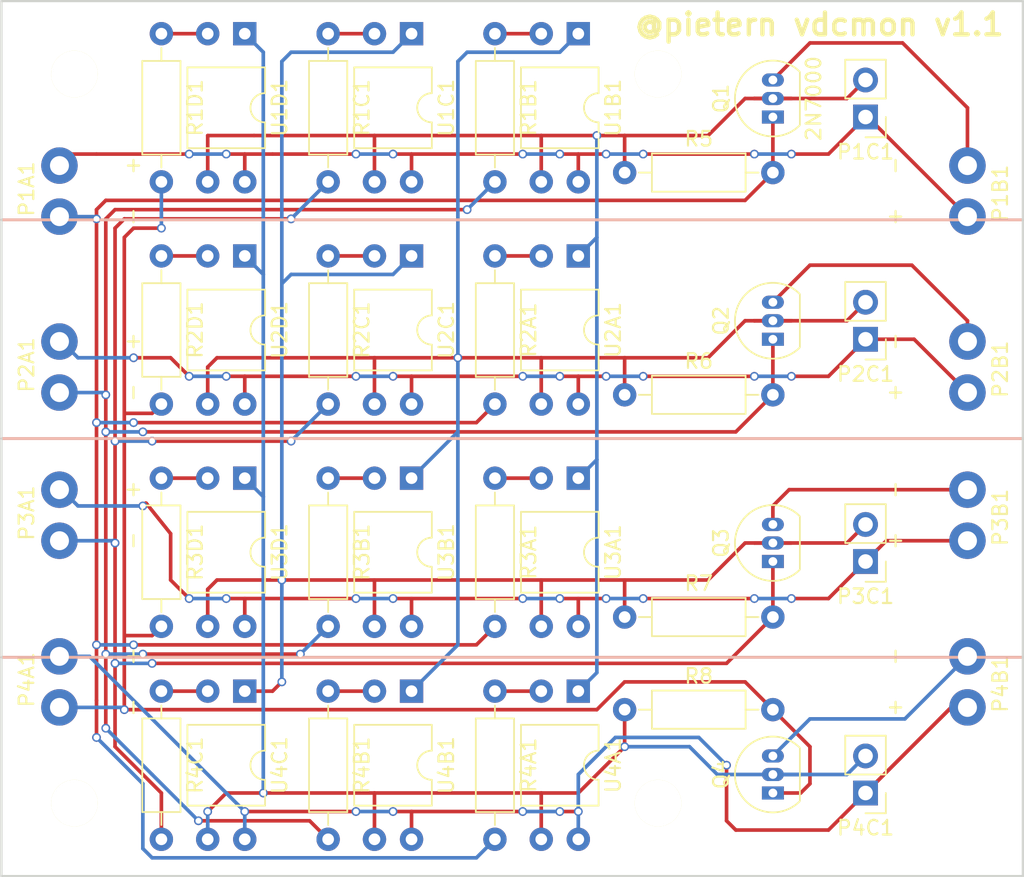
<source format=kicad_pcb>

(kicad_pcb
  (version 4)
  (host pcbnew 4.0.4+dfsg1-stable)
  (general
    (links 88)
    (no_connects 0)
    (area 45.442857 99.825 120.100001 160.275)
    (thickness 1.6)
    (drawings 8)
    (tracks 374)
    (zones 0)
    (modules 48)
    (nets 29))
  (page A4)
  (title_block
    (title "Voltage monitoring switchboard")
    (date 2017-03-19)
    (rev 1.1)
    (company @pietern))
  (layers
    (0 F.Cu signal)
    (31 B.Cu signal)
    (32 B.Adhes user)
    (33 F.Adhes user)
    (34 B.Paste user)
    (35 F.Paste user)
    (36 B.SilkS user)
    (37 F.SilkS user)
    (38 B.Mask user)
    (39 F.Mask user)
    (40 Dwgs.User user)
    (41 Cmts.User user)
    (42 Eco1.User user)
    (43 Eco2.User user)
    (44 Edge.Cuts user)
    (45 Margin user)
    (46 B.CrtYd user)
    (47 F.CrtYd user hide)
    (48 B.Fab user)
    (49 F.Fab user))
  (setup
    (last_trace_width 0.25)
    (trace_clearance 0.2)
    (zone_clearance 0.508)
    (zone_45_only no)
    (trace_min 0.2)
    (segment_width 0.2)
    (edge_width 0.15)
    (via_size 0.6)
    (via_drill 0.4)
    (via_min_size 0.4)
    (via_min_drill 0.3)
    (uvia_size 0.3)
    (uvia_drill 0.1)
    (uvias_allowed no)
    (uvia_min_size 0.2)
    (uvia_min_drill 0.1)
    (pcb_text_width 0.3)
    (pcb_text_size 1.5 1.5)
    (mod_edge_width 0.15)
    (mod_text_size 1 1)
    (mod_text_width 0.15)
    (pad_size 1.524 1.524)
    (pad_drill 0.762)
    (pad_to_mask_clearance 0.2)
    (aux_axis_origin 0 0)
    (visible_elements FFFFFF7F)
    (pcbplotparams
      (layerselection 0x00030_80000001)
      (usegerberextensions false)
      (excludeedgelayer true)
      (linewidth 0.1)
      (plotframeref false)
      (viasonmask false)
      (mode 1)
      (useauxorigin false)
      (hpglpennumber 1)
      (hpglpenspeed 20)
      (hpglpendiameter 15)
      (hpglpenoverlay 2)
      (psnegative false)
      (psa4output false)
      (plotreference true)
      (plotvalue true)
      (plotinvisibletext false)
      (padsonsilk false)
      (subtractmaskfromsilk false)
      (outputformat 1)
      (mirror false)
      (drillshape 1)
      (scaleselection 1)
      (outputdirectory "")))
  (net 0 "")
  (net 1 GND1)
  (net 2 VDC1)
  (net 3 "Net-(P1B1-Pad2)")
  (net 4 VDC2)
  (net 5 GND2)
  (net 6 "Net-(P2B1-Pad2)")
  (net 7 VDC3)
  (net 8 GND3)
  (net 9 "Net-(P3B1-Pad2)")
  (net 10 VDC4)
  (net 11 GND4)
  (net 12 "Net-(P4B1-Pad2)")
  (net 13 "Net-(R1B1-Pad1)")
  (net 14 "Net-(R1C1-Pad1)")
  (net 15 "Net-(R1D1-Pad1)")
  (net 16 "Net-(R2A1-Pad1)")
  (net 17 "Net-(R2C1-Pad1)")
  (net 18 "Net-(R2D1-Pad1)")
  (net 19 "Net-(R3A1-Pad1)")
  (net 20 "Net-(R3B1-Pad1)")
  (net 21 "Net-(R3D1-Pad1)")
  (net 22 "Net-(R4A1-Pad1)")
  (net 23 "Net-(R4B1-Pad1)")
  (net 24 "Net-(R4C1-Pad1)")
  (net 25 DR1)
  (net 26 DR2)
  (net 27 DR3)
  (net 28 DR4)
  (net_class Default "This is the default net class."
    (clearance 0.2)
    (trace_width 0.25)
    (via_dia 0.6)
    (via_drill 0.4)
    (uvia_dia 0.3)
    (uvia_drill 0.1)
    (add_net DR1)
    (add_net DR2)
    (add_net DR3)
    (add_net DR4)
    (add_net GND1)
    (add_net GND2)
    (add_net GND3)
    (add_net GND4)
    (add_net "Net-(P1B1-Pad2)")
    (add_net "Net-(P2B1-Pad2)")
    (add_net "Net-(P3B1-Pad2)")
    (add_net "Net-(P4B1-Pad2)")
    (add_net "Net-(R1B1-Pad1)")
    (add_net "Net-(R1C1-Pad1)")
    (add_net "Net-(R1D1-Pad1)")
    (add_net "Net-(R2A1-Pad1)")
    (add_net "Net-(R2C1-Pad1)")
    (add_net "Net-(R2D1-Pad1)")
    (add_net "Net-(R3A1-Pad1)")
    (add_net "Net-(R3B1-Pad1)")
    (add_net "Net-(R3D1-Pad1)")
    (add_net "Net-(R4A1-Pad1)")
    (add_net "Net-(R4B1-Pad1)")
    (add_net "Net-(R4C1-Pad1)")
    (add_net VDC1)
    (add_net VDC2)
    (add_net VDC3)
    (add_net VDC4))
  (module TO_SOT_Packages_THT:TO-92_Inline_Narrow_Oval
    (layer F.Cu)
    (tedit 58805A2D)
    (tstamp 5882E2FD)
    (at 102.87 107.95 90)
    (descr "TO-92 leads in-line, narrow, oval pads, drill 0.6mm (see NXP sot054_po.pdf)")
    (tags "to-92 sc-43 sc-43a sot54 PA33 transistor")
    (path /587DAB7C)
    (fp_text reference Q1
      (at 1.27 -3.556 90)
      (layer F.SilkS)
      (effects
        (font
          (size 1 1)
          (thickness 0.15))))
    (fp_text value 2N7000
      (at 1.27 2.794 90)
      (layer F.SilkS)
      (effects
        (font
          (size 1 1)
          (thickness 0.15))))
    (fp_line
      (start -1.65 -2.9)
      (end 4.15 -2.9)
      (layer F.CrtYd)
      (width 0.05))
    (fp_line
      (start 4.15 -2.9)
      (end 4.15 2.2)
      (layer F.CrtYd)
      (width 0.05))
    (fp_line
      (start 4.15 2.2)
      (end -1.65 2.2)
      (layer F.CrtYd)
      (width 0.05))
    (fp_line
      (start -1.65 2.2)
      (end -1.65 -2.9)
      (layer F.CrtYd)
      (width 0.05))
    (fp_line
      (start -0.53 1.85)
      (end 3.07 1.85)
      (layer F.SilkS)
      (width 0.12))
    (fp_line
      (start -0.5 1.75)
      (end 3 1.75)
      (layer F.Fab)
      (width 0.1))
    (fp_arc
      (start 1.27 0)
      (end 1.27 -2.48)
      (angle 135)
      (layer F.Fab)
      (width 0.1))
    (fp_arc
      (start 1.27 0)
      (end 1.27 -2.6)
      (angle -135)
      (layer F.SilkS)
      (width 0.12))
    (fp_arc
      (start 1.27 0)
      (end 1.27 -2.48)
      (angle -135)
      (layer F.Fab)
      (width 0.1))
    (fp_arc
      (start 1.27 0)
      (end 1.27 -2.6)
      (angle 135)
      (layer F.SilkS)
      (width 0.12))
    (pad 2 thru_hole oval
      (at 1.27 0 270)
      (size 0.89916 1.50114)
      (drill 0.6)
      (layers *.Cu *.Mask)
      (net 25 DR1))
    (pad 3 thru_hole oval
      (at 2.54 0 270)
      (size 0.89916 1.50114)
      (drill 0.6)
      (layers *.Cu *.Mask)
      (net 3 "Net-(P1B1-Pad2)"))
    (pad 1 thru_hole rect
      (at 0 0 270)
      (size 0.89916 1.50114)
      (drill 0.6)
      (layers *.Cu *.Mask)
      (net 1 GND1))
    (model TO_SOT_Packages_THT.3dshapes/TO-92_Inline_Narrow_Oval.wrl
      (at
        (xyz 0.05 0 0))
      (scale
        (xyz 1 1 1))
      (rotate
        (xyz 0 0 -90))))
  (module TO_SOT_Packages_THT:TO-92_Inline_Narrow_Oval
    (layer F.Cu)
    (tedit 58610929)
    (tstamp 5881C683)
    (at 102.87 123.19 90)
    (descr "TO-92 leads in-line, narrow, oval pads, drill 0.6mm (see NXP sot054_po.pdf)")
    (tags "to-92 sc-43 sc-43a sot54 PA33 transistor")
    (path /588226A9)
    (fp_text reference Q2
      (at 1.27 -3.556 90)
      (layer F.SilkS)
      (effects
        (font
          (size 1 1)
          (thickness 0.15))))
    (fp_text value 2N7000
      (at 1.27 2.794 90)
      (layer F.Fab)
      (effects
        (font
          (size 1 1)
          (thickness 0.15))))
    (fp_line
      (start -1.65 -2.9)
      (end 4.15 -2.9)
      (layer F.CrtYd)
      (width 0.05))
    (fp_line
      (start 4.15 -2.9)
      (end 4.15 2.2)
      (layer F.CrtYd)
      (width 0.05))
    (fp_line
      (start 4.15 2.2)
      (end -1.65 2.2)
      (layer F.CrtYd)
      (width 0.05))
    (fp_line
      (start -1.65 2.2)
      (end -1.65 -2.9)
      (layer F.CrtYd)
      (width 0.05))
    (fp_line
      (start -0.53 1.85)
      (end 3.07 1.85)
      (layer F.SilkS)
      (width 0.12))
    (fp_line
      (start -0.5 1.75)
      (end 3 1.75)
      (layer F.Fab)
      (width 0.1))
    (fp_arc
      (start 1.27 0)
      (end 1.27 -2.48)
      (angle 135)
      (layer F.Fab)
      (width 0.1))
    (fp_arc
      (start 1.27 0)
      (end 1.27 -2.6)
      (angle -135)
      (layer F.SilkS)
      (width 0.12))
    (fp_arc
      (start 1.27 0)
      (end 1.27 -2.48)
      (angle -135)
      (layer F.Fab)
      (width 0.1))
    (fp_arc
      (start 1.27 0)
      (end 1.27 -2.6)
      (angle 135)
      (layer F.SilkS)
      (width 0.12))
    (pad 2 thru_hole oval
      (at 1.27 0 270)
      (size 0.89916 1.50114)
      (drill 0.6)
      (layers *.Cu *.Mask)
      (net 26 DR2))
    (pad 3 thru_hole oval
      (at 2.54 0 270)
      (size 0.89916 1.50114)
      (drill 0.6)
      (layers *.Cu *.Mask)
      (net 6 "Net-(P2B1-Pad2)"))
    (pad 1 thru_hole rect
      (at 0 0 270)
      (size 0.89916 1.50114)
      (drill 0.6)
      (layers *.Cu *.Mask)
      (net 5 GND2))
    (model TO_SOT_Packages_THT.3dshapes/TO-92_Inline_Narrow_Oval.wrl
      (at
        (xyz 0.05 0 0))
      (scale
        (xyz 1 1 1))
      (rotate
        (xyz 0 0 -90))))
  (module TO_SOT_Packages_THT:TO-92_Inline_Narrow_Oval
    (layer F.Cu)
    (tedit 58610929)
    (tstamp 5881C694)
    (at 102.87 138.43 90)
    (descr "TO-92 leads in-line, narrow, oval pads, drill 0.6mm (see NXP sot054_po.pdf)")
    (tags "to-92 sc-43 sc-43a sot54 PA33 transistor")
    (path /58822FED)
    (fp_text reference Q3
      (at 1.27 -3.556 90)
      (layer F.SilkS)
      (effects
        (font
          (size 1 1)
          (thickness 0.15))))
    (fp_text value 2N7000
      (at 1.27 2.794 90)
      (layer F.Fab)
      (effects
        (font
          (size 1 1)
          (thickness 0.15))))
    (fp_line
      (start -1.65 -2.9)
      (end 4.15 -2.9)
      (layer F.CrtYd)
      (width 0.05))
    (fp_line
      (start 4.15 -2.9)
      (end 4.15 2.2)
      (layer F.CrtYd)
      (width 0.05))
    (fp_line
      (start 4.15 2.2)
      (end -1.65 2.2)
      (layer F.CrtYd)
      (width 0.05))
    (fp_line
      (start -1.65 2.2)
      (end -1.65 -2.9)
      (layer F.CrtYd)
      (width 0.05))
    (fp_line
      (start -0.53 1.85)
      (end 3.07 1.85)
      (layer F.SilkS)
      (width 0.12))
    (fp_line
      (start -0.5 1.75)
      (end 3 1.75)
      (layer F.Fab)
      (width 0.1))
    (fp_arc
      (start 1.27 0)
      (end 1.27 -2.48)
      (angle 135)
      (layer F.Fab)
      (width 0.1))
    (fp_arc
      (start 1.27 0)
      (end 1.27 -2.6)
      (angle -135)
      (layer F.SilkS)
      (width 0.12))
    (fp_arc
      (start 1.27 0)
      (end 1.27 -2.48)
      (angle -135)
      (layer F.Fab)
      (width 0.1))
    (fp_arc
      (start 1.27 0)
      (end 1.27 -2.6)
      (angle 135)
      (layer F.SilkS)
      (width 0.12))
    (pad 2 thru_hole oval
      (at 1.27 0 270)
      (size 0.89916 1.50114)
      (drill 0.6)
      (layers *.Cu *.Mask)
      (net 27 DR3))
    (pad 3 thru_hole oval
      (at 2.54 0 270)
      (size 0.89916 1.50114)
      (drill 0.6)
      (layers *.Cu *.Mask)
      (net 9 "Net-(P3B1-Pad2)"))
    (pad 1 thru_hole rect
      (at 0 0 270)
      (size 0.89916 1.50114)
      (drill 0.6)
      (layers *.Cu *.Mask)
      (net 8 GND3))
    (model TO_SOT_Packages_THT.3dshapes/TO-92_Inline_Narrow_Oval.wrl
      (at
        (xyz 0.05 0 0))
      (scale
        (xyz 1 1 1))
      (rotate
        (xyz 0 0 -90))))
  (module TO_SOT_Packages_THT:TO-92_Inline_Narrow_Oval
    (layer F.Cu)
    (tedit 58610929)
    (tstamp 5881C6A5)
    (at 102.87 154.305 90)
    (descr "TO-92 leads in-line, narrow, oval pads, drill 0.6mm (see NXP sot054_po.pdf)")
    (tags "to-92 sc-43 sc-43a sot54 PA33 transistor")
    (path /5882352A)
    (fp_text reference Q4
      (at 1.27 -3.556 90)
      (layer F.SilkS)
      (effects
        (font
          (size 1 1)
          (thickness 0.15))))
    (fp_text value 2N7000
      (at 1.27 2.794 90)
      (layer F.Fab)
      (effects
        (font
          (size 1 1)
          (thickness 0.15))))
    (fp_line
      (start -1.65 -2.9)
      (end 4.15 -2.9)
      (layer F.CrtYd)
      (width 0.05))
    (fp_line
      (start 4.15 -2.9)
      (end 4.15 2.2)
      (layer F.CrtYd)
      (width 0.05))
    (fp_line
      (start 4.15 2.2)
      (end -1.65 2.2)
      (layer F.CrtYd)
      (width 0.05))
    (fp_line
      (start -1.65 2.2)
      (end -1.65 -2.9)
      (layer F.CrtYd)
      (width 0.05))
    (fp_line
      (start -0.53 1.85)
      (end 3.07 1.85)
      (layer F.SilkS)
      (width 0.12))
    (fp_line
      (start -0.5 1.75)
      (end 3 1.75)
      (layer F.Fab)
      (width 0.1))
    (fp_arc
      (start 1.27 0)
      (end 1.27 -2.48)
      (angle 135)
      (layer F.Fab)
      (width 0.1))
    (fp_arc
      (start 1.27 0)
      (end 1.27 -2.6)
      (angle -135)
      (layer F.SilkS)
      (width 0.12))
    (fp_arc
      (start 1.27 0)
      (end 1.27 -2.48)
      (angle -135)
      (layer F.Fab)
      (width 0.1))
    (fp_arc
      (start 1.27 0)
      (end 1.27 -2.6)
      (angle 135)
      (layer F.SilkS)
      (width 0.12))
    (pad 2 thru_hole oval
      (at 1.27 0 270)
      (size 0.89916 1.50114)
      (drill 0.6)
      (layers *.Cu *.Mask)
      (net 28 DR4))
    (pad 3 thru_hole oval
      (at 2.54 0 270)
      (size 0.89916 1.50114)
      (drill 0.6)
      (layers *.Cu *.Mask)
      (net 12 "Net-(P4B1-Pad2)"))
    (pad 1 thru_hole rect
      (at 0 0 270)
      (size 0.89916 1.50114)
      (drill 0.6)
      (layers *.Cu *.Mask)
      (net 11 GND4))
    (model TO_SOT_Packages_THT.3dshapes/TO-92_Inline_Narrow_Oval.wrl
      (at
        (xyz 0.05 0 0))
      (scale
        (xyz 1 1 1))
      (rotate
        (xyz 0 0 -90))))
  (module Resistors_THT:R_Axial_DIN0207_L6.3mm_D2.5mm_P10.16mm_Horizontal
    (layer F.Cu)
    (tedit 5874F706)
    (tstamp 5881C6D1)
    (at 83.82 102.235 270)
    (descr "Resistor, Axial_DIN0207 series, Axial, Horizontal, pin pitch=10.16mm, 0.25W = 1/4W, length*diameter=6.3*2.5mm^2, http://cdn-reichelt.de/documents/datenblatt/B400/1_4W%23YAG.pdf")
    (tags "Resistor Axial_DIN0207 series Axial Horizontal pin pitch 10.16mm 0.25W = 1/4W length 6.3mm diameter 2.5mm")
    (path /5881C2FB)
    (fp_text reference R1B1
      (at 5.08 -2.31 270)
      (layer F.SilkS)
      (effects
        (font
          (size 1 1)
          (thickness 0.15))))
    (fp_text value 10k
      (at 5.08 2.31 270)
      (layer F.Fab)
      (effects
        (font
          (size 1 1)
          (thickness 0.15))))
    (fp_line
      (start 1.93 -1.25)
      (end 1.93 1.25)
      (layer F.Fab)
      (width 0.1))
    (fp_line
      (start 1.93 1.25)
      (end 8.23 1.25)
      (layer F.Fab)
      (width 0.1))
    (fp_line
      (start 8.23 1.25)
      (end 8.23 -1.25)
      (layer F.Fab)
      (width 0.1))
    (fp_line
      (start 8.23 -1.25)
      (end 1.93 -1.25)
      (layer F.Fab)
      (width 0.1))
    (fp_line
      (start 0 0)
      (end 1.93 0)
      (layer F.Fab)
      (width 0.1))
    (fp_line
      (start 10.16 0)
      (end 8.23 0)
      (layer F.Fab)
      (width 0.1))
    (fp_line
      (start 1.87 -1.31)
      (end 1.87 1.31)
      (layer F.SilkS)
      (width 0.12))
    (fp_line
      (start 1.87 1.31)
      (end 8.29 1.31)
      (layer F.SilkS)
      (width 0.12))
    (fp_line
      (start 8.29 1.31)
      (end 8.29 -1.31)
      (layer F.SilkS)
      (width 0.12))
    (fp_line
      (start 8.29 -1.31)
      (end 1.87 -1.31)
      (layer F.SilkS)
      (width 0.12))
    (fp_line
      (start 0.98 0)
      (end 1.87 0)
      (layer F.SilkS)
      (width 0.12))
    (fp_line
      (start 9.18 0)
      (end 8.29 0)
      (layer F.SilkS)
      (width 0.12))
    (fp_line
      (start -1.05 -1.6)
      (end -1.05 1.6)
      (layer F.CrtYd)
      (width 0.05))
    (fp_line
      (start -1.05 1.6)
      (end 11.25 1.6)
      (layer F.CrtYd)
      (width 0.05))
    (fp_line
      (start 11.25 1.6)
      (end 11.25 -1.6)
      (layer F.CrtYd)
      (width 0.05))
    (fp_line
      (start 11.25 -1.6)
      (end -1.05 -1.6)
      (layer F.CrtYd)
      (width 0.05))
    (pad 1 thru_hole circle
      (at 0 0 270)
      (size 1.6 1.6)
      (drill 0.8)
      (layers *.Cu *.Mask)
      (net 13 "Net-(R1B1-Pad1)"))
    (pad 2 thru_hole oval
      (at 10.16 0 270)
      (size 1.6 1.6)
      (drill 0.8)
      (layers *.Cu *.Mask)
      (net 5 GND2))
    (model Resistors_ThroughHole.3dshapes/R_Axial_DIN0207_L6.3mm_D2.5mm_P10.16mm_Horizontal.wrl
      (at
        (xyz 0 0 0))
      (scale
        (xyz 0.393701 0.393701 0.393701))
      (rotate
        (xyz 0 0 0))))
  (module Resistors_THT:R_Axial_DIN0207_L6.3mm_D2.5mm_P10.16mm_Horizontal
    (layer F.Cu)
    (tedit 5874F706)
    (tstamp 5881C6E7)
    (at 72.39 102.235 270)
    (descr "Resistor, Axial_DIN0207 series, Axial, Horizontal, pin pitch=10.16mm, 0.25W = 1/4W, length*diameter=6.3*2.5mm^2, http://cdn-reichelt.de/documents/datenblatt/B400/1_4W%23YAG.pdf")
    (tags "Resistor Axial_DIN0207 series Axial Horizontal pin pitch 10.16mm 0.25W = 1/4W length 6.3mm diameter 2.5mm")
    (path /5881C370)
    (fp_text reference R1C1
      (at 5.08 -2.31 270)
      (layer F.SilkS)
      (effects
        (font
          (size 1 1)
          (thickness 0.15))))
    (fp_text value 10k
      (at 5.08 2.31 270)
      (layer F.Fab)
      (effects
        (font
          (size 1 1)
          (thickness 0.15))))
    (fp_line
      (start 1.93 -1.25)
      (end 1.93 1.25)
      (layer F.Fab)
      (width 0.1))
    (fp_line
      (start 1.93 1.25)
      (end 8.23 1.25)
      (layer F.Fab)
      (width 0.1))
    (fp_line
      (start 8.23 1.25)
      (end 8.23 -1.25)
      (layer F.Fab)
      (width 0.1))
    (fp_line
      (start 8.23 -1.25)
      (end 1.93 -1.25)
      (layer F.Fab)
      (width 0.1))
    (fp_line
      (start 0 0)
      (end 1.93 0)
      (layer F.Fab)
      (width 0.1))
    (fp_line
      (start 10.16 0)
      (end 8.23 0)
      (layer F.Fab)
      (width 0.1))
    (fp_line
      (start 1.87 -1.31)
      (end 1.87 1.31)
      (layer F.SilkS)
      (width 0.12))
    (fp_line
      (start 1.87 1.31)
      (end 8.29 1.31)
      (layer F.SilkS)
      (width 0.12))
    (fp_line
      (start 8.29 1.31)
      (end 8.29 -1.31)
      (layer F.SilkS)
      (width 0.12))
    (fp_line
      (start 8.29 -1.31)
      (end 1.87 -1.31)
      (layer F.SilkS)
      (width 0.12))
    (fp_line
      (start 0.98 0)
      (end 1.87 0)
      (layer F.SilkS)
      (width 0.12))
    (fp_line
      (start 9.18 0)
      (end 8.29 0)
      (layer F.SilkS)
      (width 0.12))
    (fp_line
      (start -1.05 -1.6)
      (end -1.05 1.6)
      (layer F.CrtYd)
      (width 0.05))
    (fp_line
      (start -1.05 1.6)
      (end 11.25 1.6)
      (layer F.CrtYd)
      (width 0.05))
    (fp_line
      (start 11.25 1.6)
      (end 11.25 -1.6)
      (layer F.CrtYd)
      (width 0.05))
    (fp_line
      (start 11.25 -1.6)
      (end -1.05 -1.6)
      (layer F.CrtYd)
      (width 0.05))
    (pad 1 thru_hole circle
      (at 0 0 270)
      (size 1.6 1.6)
      (drill 0.8)
      (layers *.Cu *.Mask)
      (net 14 "Net-(R1C1-Pad1)"))
    (pad 2 thru_hole oval
      (at 10.16 0 270)
      (size 1.6 1.6)
      (drill 0.8)
      (layers *.Cu *.Mask)
      (net 8 GND3))
    (model Resistors_ThroughHole.3dshapes/R_Axial_DIN0207_L6.3mm_D2.5mm_P10.16mm_Horizontal.wrl
      (at
        (xyz 0 0 0))
      (scale
        (xyz 0.393701 0.393701 0.393701))
      (rotate
        (xyz 0 0 0))))
  (module Resistors_THT:R_Axial_DIN0207_L6.3mm_D2.5mm_P10.16mm_Horizontal
    (layer F.Cu)
    (tedit 5874F706)
    (tstamp 5881C6FD)
    (at 60.96 102.235 270)
    (descr "Resistor, Axial_DIN0207 series, Axial, Horizontal, pin pitch=10.16mm, 0.25W = 1/4W, length*diameter=6.3*2.5mm^2, http://cdn-reichelt.de/documents/datenblatt/B400/1_4W%23YAG.pdf")
    (tags "Resistor Axial_DIN0207 series Axial Horizontal pin pitch 10.16mm 0.25W = 1/4W length 6.3mm diameter 2.5mm")
    (path /5881C3E5)
    (fp_text reference R1D1
      (at 5.08 -2.31 270)
      (layer F.SilkS)
      (effects
        (font
          (size 1 1)
          (thickness 0.15))))
    (fp_text value 10k
      (at 5.08 2.31 270)
      (layer F.Fab)
      (effects
        (font
          (size 1 1)
          (thickness 0.15))))
    (fp_line
      (start 1.93 -1.25)
      (end 1.93 1.25)
      (layer F.Fab)
      (width 0.1))
    (fp_line
      (start 1.93 1.25)
      (end 8.23 1.25)
      (layer F.Fab)
      (width 0.1))
    (fp_line
      (start 8.23 1.25)
      (end 8.23 -1.25)
      (layer F.Fab)
      (width 0.1))
    (fp_line
      (start 8.23 -1.25)
      (end 1.93 -1.25)
      (layer F.Fab)
      (width 0.1))
    (fp_line
      (start 0 0)
      (end 1.93 0)
      (layer F.Fab)
      (width 0.1))
    (fp_line
      (start 10.16 0)
      (end 8.23 0)
      (layer F.Fab)
      (width 0.1))
    (fp_line
      (start 1.87 -1.31)
      (end 1.87 1.31)
      (layer F.SilkS)
      (width 0.12))
    (fp_line
      (start 1.87 1.31)
      (end 8.29 1.31)
      (layer F.SilkS)
      (width 0.12))
    (fp_line
      (start 8.29 1.31)
      (end 8.29 -1.31)
      (layer F.SilkS)
      (width 0.12))
    (fp_line
      (start 8.29 -1.31)
      (end 1.87 -1.31)
      (layer F.SilkS)
      (width 0.12))
    (fp_line
      (start 0.98 0)
      (end 1.87 0)
      (layer F.SilkS)
      (width 0.12))
    (fp_line
      (start 9.18 0)
      (end 8.29 0)
      (layer F.SilkS)
      (width 0.12))
    (fp_line
      (start -1.05 -1.6)
      (end -1.05 1.6)
      (layer F.CrtYd)
      (width 0.05))
    (fp_line
      (start -1.05 1.6)
      (end 11.25 1.6)
      (layer F.CrtYd)
      (width 0.05))
    (fp_line
      (start 11.25 1.6)
      (end 11.25 -1.6)
      (layer F.CrtYd)
      (width 0.05))
    (fp_line
      (start 11.25 -1.6)
      (end -1.05 -1.6)
      (layer F.CrtYd)
      (width 0.05))
    (pad 1 thru_hole circle
      (at 0 0 270)
      (size 1.6 1.6)
      (drill 0.8)
      (layers *.Cu *.Mask)
      (net 15 "Net-(R1D1-Pad1)"))
    (pad 2 thru_hole oval
      (at 10.16 0 270)
      (size 1.6 1.6)
      (drill 0.8)
      (layers *.Cu *.Mask)
      (net 11 GND4))
    (model Resistors_ThroughHole.3dshapes/R_Axial_DIN0207_L6.3mm_D2.5mm_P10.16mm_Horizontal.wrl
      (at
        (xyz 0 0 0))
      (scale
        (xyz 0.393701 0.393701 0.393701))
      (rotate
        (xyz 0 0 0))))
  (module Resistors_THT:R_Axial_DIN0207_L6.3mm_D2.5mm_P10.16mm_Horizontal
    (layer F.Cu)
    (tedit 5874F706)
    (tstamp 5881C713)
    (at 83.82 117.475 270)
    (descr "Resistor, Axial_DIN0207 series, Axial, Horizontal, pin pitch=10.16mm, 0.25W = 1/4W, length*diameter=6.3*2.5mm^2, http://cdn-reichelt.de/documents/datenblatt/B400/1_4W%23YAG.pdf")
    (tags "Resistor Axial_DIN0207 series Axial Horizontal pin pitch 10.16mm 0.25W = 1/4W length 6.3mm diameter 2.5mm")
    (path /5881D765)
    (fp_text reference R2A1
      (at 5.08 -2.31 270)
      (layer F.SilkS)
      (effects
        (font
          (size 1 1)
          (thickness 0.15))))
    (fp_text value 10k
      (at 5.08 2.31 270)
      (layer F.Fab)
      (effects
        (font
          (size 1 1)
          (thickness 0.15))))
    (fp_line
      (start 1.93 -1.25)
      (end 1.93 1.25)
      (layer F.Fab)
      (width 0.1))
    (fp_line
      (start 1.93 1.25)
      (end 8.23 1.25)
      (layer F.Fab)
      (width 0.1))
    (fp_line
      (start 8.23 1.25)
      (end 8.23 -1.25)
      (layer F.Fab)
      (width 0.1))
    (fp_line
      (start 8.23 -1.25)
      (end 1.93 -1.25)
      (layer F.Fab)
      (width 0.1))
    (fp_line
      (start 0 0)
      (end 1.93 0)
      (layer F.Fab)
      (width 0.1))
    (fp_line
      (start 10.16 0)
      (end 8.23 0)
      (layer F.Fab)
      (width 0.1))
    (fp_line
      (start 1.87 -1.31)
      (end 1.87 1.31)
      (layer F.SilkS)
      (width 0.12))
    (fp_line
      (start 1.87 1.31)
      (end 8.29 1.31)
      (layer F.SilkS)
      (width 0.12))
    (fp_line
      (start 8.29 1.31)
      (end 8.29 -1.31)
      (layer F.SilkS)
      (width 0.12))
    (fp_line
      (start 8.29 -1.31)
      (end 1.87 -1.31)
      (layer F.SilkS)
      (width 0.12))
    (fp_line
      (start 0.98 0)
      (end 1.87 0)
      (layer F.SilkS)
      (width 0.12))
    (fp_line
      (start 9.18 0)
      (end 8.29 0)
      (layer F.SilkS)
      (width 0.12))
    (fp_line
      (start -1.05 -1.6)
      (end -1.05 1.6)
      (layer F.CrtYd)
      (width 0.05))
    (fp_line
      (start -1.05 1.6)
      (end 11.25 1.6)
      (layer F.CrtYd)
      (width 0.05))
    (fp_line
      (start 11.25 1.6)
      (end 11.25 -1.6)
      (layer F.CrtYd)
      (width 0.05))
    (fp_line
      (start 11.25 -1.6)
      (end -1.05 -1.6)
      (layer F.CrtYd)
      (width 0.05))
    (pad 1 thru_hole circle
      (at 0 0 270)
      (size 1.6 1.6)
      (drill 0.8)
      (layers *.Cu *.Mask)
      (net 16 "Net-(R2A1-Pad1)"))
    (pad 2 thru_hole oval
      (at 10.16 0 270)
      (size 1.6 1.6)
      (drill 0.8)
      (layers *.Cu *.Mask)
      (net 1 GND1))
    (model Resistors_ThroughHole.3dshapes/R_Axial_DIN0207_L6.3mm_D2.5mm_P10.16mm_Horizontal.wrl
      (at
        (xyz 0 0 0))
      (scale
        (xyz 0.393701 0.393701 0.393701))
      (rotate
        (xyz 0 0 0))))
  (module Resistors_THT:R_Axial_DIN0207_L6.3mm_D2.5mm_P10.16mm_Horizontal
    (layer F.Cu)
    (tedit 5874F706)
    (tstamp 5881C73F)
    (at 72.39 117.475 270)
    (descr "Resistor, Axial_DIN0207 series, Axial, Horizontal, pin pitch=10.16mm, 0.25W = 1/4W, length*diameter=6.3*2.5mm^2, http://cdn-reichelt.de/documents/datenblatt/B400/1_4W%23YAG.pdf")
    (tags "Resistor Axial_DIN0207 series Axial Horizontal pin pitch 10.16mm 0.25W = 1/4W length 6.3mm diameter 2.5mm")
    (path /5881D78F)
    (fp_text reference R2C1
      (at 5.08 -2.31 270)
      (layer F.SilkS)
      (effects
        (font
          (size 1 1)
          (thickness 0.15))))
    (fp_text value 10k
      (at 5.08 2.31 270)
      (layer F.Fab)
      (effects
        (font
          (size 1 1)
          (thickness 0.15))))
    (fp_line
      (start 1.93 -1.25)
      (end 1.93 1.25)
      (layer F.Fab)
      (width 0.1))
    (fp_line
      (start 1.93 1.25)
      (end 8.23 1.25)
      (layer F.Fab)
      (width 0.1))
    (fp_line
      (start 8.23 1.25)
      (end 8.23 -1.25)
      (layer F.Fab)
      (width 0.1))
    (fp_line
      (start 8.23 -1.25)
      (end 1.93 -1.25)
      (layer F.Fab)
      (width 0.1))
    (fp_line
      (start 0 0)
      (end 1.93 0)
      (layer F.Fab)
      (width 0.1))
    (fp_line
      (start 10.16 0)
      (end 8.23 0)
      (layer F.Fab)
      (width 0.1))
    (fp_line
      (start 1.87 -1.31)
      (end 1.87 1.31)
      (layer F.SilkS)
      (width 0.12))
    (fp_line
      (start 1.87 1.31)
      (end 8.29 1.31)
      (layer F.SilkS)
      (width 0.12))
    (fp_line
      (start 8.29 1.31)
      (end 8.29 -1.31)
      (layer F.SilkS)
      (width 0.12))
    (fp_line
      (start 8.29 -1.31)
      (end 1.87 -1.31)
      (layer F.SilkS)
      (width 0.12))
    (fp_line
      (start 0.98 0)
      (end 1.87 0)
      (layer F.SilkS)
      (width 0.12))
    (fp_line
      (start 9.18 0)
      (end 8.29 0)
      (layer F.SilkS)
      (width 0.12))
    (fp_line
      (start -1.05 -1.6)
      (end -1.05 1.6)
      (layer F.CrtYd)
      (width 0.05))
    (fp_line
      (start -1.05 1.6)
      (end 11.25 1.6)
      (layer F.CrtYd)
      (width 0.05))
    (fp_line
      (start 11.25 1.6)
      (end 11.25 -1.6)
      (layer F.CrtYd)
      (width 0.05))
    (fp_line
      (start 11.25 -1.6)
      (end -1.05 -1.6)
      (layer F.CrtYd)
      (width 0.05))
    (pad 1 thru_hole circle
      (at 0 0 270)
      (size 1.6 1.6)
      (drill 0.8)
      (layers *.Cu *.Mask)
      (net 17 "Net-(R2C1-Pad1)"))
    (pad 2 thru_hole oval
      (at 10.16 0 270)
      (size 1.6 1.6)
      (drill 0.8)
      (layers *.Cu *.Mask)
      (net 8 GND3))
    (model Resistors_ThroughHole.3dshapes/R_Axial_DIN0207_L6.3mm_D2.5mm_P10.16mm_Horizontal.wrl
      (at
        (xyz 0 0 0))
      (scale
        (xyz 0.393701 0.393701 0.393701))
      (rotate
        (xyz 0 0 0))))
  (module Resistors_THT:R_Axial_DIN0207_L6.3mm_D2.5mm_P10.16mm_Horizontal
    (layer F.Cu)
    (tedit 5874F706)
    (tstamp 5881C755)
    (at 60.96 117.475 270)
    (descr "Resistor, Axial_DIN0207 series, Axial, Horizontal, pin pitch=10.16mm, 0.25W = 1/4W, length*diameter=6.3*2.5mm^2, http://cdn-reichelt.de/documents/datenblatt/B400/1_4W%23YAG.pdf")
    (tags "Resistor Axial_DIN0207 series Axial Horizontal pin pitch 10.16mm 0.25W = 1/4W length 6.3mm diameter 2.5mm")
    (path /5881D7A4)
    (fp_text reference R2D1
      (at 5.08 -2.31 270)
      (layer F.SilkS)
      (effects
        (font
          (size 1 1)
          (thickness 0.15))))
    (fp_text value 10k
      (at 5.08 2.31 270)
      (layer F.Fab)
      (effects
        (font
          (size 1 1)
          (thickness 0.15))))
    (fp_line
      (start 1.93 -1.25)
      (end 1.93 1.25)
      (layer F.Fab)
      (width 0.1))
    (fp_line
      (start 1.93 1.25)
      (end 8.23 1.25)
      (layer F.Fab)
      (width 0.1))
    (fp_line
      (start 8.23 1.25)
      (end 8.23 -1.25)
      (layer F.Fab)
      (width 0.1))
    (fp_line
      (start 8.23 -1.25)
      (end 1.93 -1.25)
      (layer F.Fab)
      (width 0.1))
    (fp_line
      (start 0 0)
      (end 1.93 0)
      (layer F.Fab)
      (width 0.1))
    (fp_line
      (start 10.16 0)
      (end 8.23 0)
      (layer F.Fab)
      (width 0.1))
    (fp_line
      (start 1.87 -1.31)
      (end 1.87 1.31)
      (layer F.SilkS)
      (width 0.12))
    (fp_line
      (start 1.87 1.31)
      (end 8.29 1.31)
      (layer F.SilkS)
      (width 0.12))
    (fp_line
      (start 8.29 1.31)
      (end 8.29 -1.31)
      (layer F.SilkS)
      (width 0.12))
    (fp_line
      (start 8.29 -1.31)
      (end 1.87 -1.31)
      (layer F.SilkS)
      (width 0.12))
    (fp_line
      (start 0.98 0)
      (end 1.87 0)
      (layer F.SilkS)
      (width 0.12))
    (fp_line
      (start 9.18 0)
      (end 8.29 0)
      (layer F.SilkS)
      (width 0.12))
    (fp_line
      (start -1.05 -1.6)
      (end -1.05 1.6)
      (layer F.CrtYd)
      (width 0.05))
    (fp_line
      (start -1.05 1.6)
      (end 11.25 1.6)
      (layer F.CrtYd)
      (width 0.05))
    (fp_line
      (start 11.25 1.6)
      (end 11.25 -1.6)
      (layer F.CrtYd)
      (width 0.05))
    (fp_line
      (start 11.25 -1.6)
      (end -1.05 -1.6)
      (layer F.CrtYd)
      (width 0.05))
    (pad 1 thru_hole circle
      (at 0 0 270)
      (size 1.6 1.6)
      (drill 0.8)
      (layers *.Cu *.Mask)
      (net 18 "Net-(R2D1-Pad1)"))
    (pad 2 thru_hole oval
      (at 10.16 0 270)
      (size 1.6 1.6)
      (drill 0.8)
      (layers *.Cu *.Mask)
      (net 11 GND4))
    (model Resistors_ThroughHole.3dshapes/R_Axial_DIN0207_L6.3mm_D2.5mm_P10.16mm_Horizontal.wrl
      (at
        (xyz 0 0 0))
      (scale
        (xyz 0.393701 0.393701 0.393701))
      (rotate
        (xyz 0 0 0))))
  (module Resistors_THT:R_Axial_DIN0207_L6.3mm_D2.5mm_P10.16mm_Horizontal
    (layer F.Cu)
    (tedit 5874F706)
    (tstamp 5881C76B)
    (at 83.82 132.715 270)
    (descr "Resistor, Axial_DIN0207 series, Axial, Horizontal, pin pitch=10.16mm, 0.25W = 1/4W, length*diameter=6.3*2.5mm^2, http://cdn-reichelt.de/documents/datenblatt/B400/1_4W%23YAG.pdf")
    (tags "Resistor Axial_DIN0207 series Axial Horizontal pin pitch 10.16mm 0.25W = 1/4W length 6.3mm diameter 2.5mm")
    (path /5881DCD3)
    (fp_text reference R3A1
      (at 5.08 -2.31 270)
      (layer F.SilkS)
      (effects
        (font
          (size 1 1)
          (thickness 0.15))))
    (fp_text value 10k
      (at 5.08 2.31 270)
      (layer F.Fab)
      (effects
        (font
          (size 1 1)
          (thickness 0.15))))
    (fp_line
      (start 1.93 -1.25)
      (end 1.93 1.25)
      (layer F.Fab)
      (width 0.1))
    (fp_line
      (start 1.93 1.25)
      (end 8.23 1.25)
      (layer F.Fab)
      (width 0.1))
    (fp_line
      (start 8.23 1.25)
      (end 8.23 -1.25)
      (layer F.Fab)
      (width 0.1))
    (fp_line
      (start 8.23 -1.25)
      (end 1.93 -1.25)
      (layer F.Fab)
      (width 0.1))
    (fp_line
      (start 0 0)
      (end 1.93 0)
      (layer F.Fab)
      (width 0.1))
    (fp_line
      (start 10.16 0)
      (end 8.23 0)
      (layer F.Fab)
      (width 0.1))
    (fp_line
      (start 1.87 -1.31)
      (end 1.87 1.31)
      (layer F.SilkS)
      (width 0.12))
    (fp_line
      (start 1.87 1.31)
      (end 8.29 1.31)
      (layer F.SilkS)
      (width 0.12))
    (fp_line
      (start 8.29 1.31)
      (end 8.29 -1.31)
      (layer F.SilkS)
      (width 0.12))
    (fp_line
      (start 8.29 -1.31)
      (end 1.87 -1.31)
      (layer F.SilkS)
      (width 0.12))
    (fp_line
      (start 0.98 0)
      (end 1.87 0)
      (layer F.SilkS)
      (width 0.12))
    (fp_line
      (start 9.18 0)
      (end 8.29 0)
      (layer F.SilkS)
      (width 0.12))
    (fp_line
      (start -1.05 -1.6)
      (end -1.05 1.6)
      (layer F.CrtYd)
      (width 0.05))
    (fp_line
      (start -1.05 1.6)
      (end 11.25 1.6)
      (layer F.CrtYd)
      (width 0.05))
    (fp_line
      (start 11.25 1.6)
      (end 11.25 -1.6)
      (layer F.CrtYd)
      (width 0.05))
    (fp_line
      (start 11.25 -1.6)
      (end -1.05 -1.6)
      (layer F.CrtYd)
      (width 0.05))
    (pad 1 thru_hole circle
      (at 0 0 270)
      (size 1.6 1.6)
      (drill 0.8)
      (layers *.Cu *.Mask)
      (net 19 "Net-(R3A1-Pad1)"))
    (pad 2 thru_hole oval
      (at 10.16 0 270)
      (size 1.6 1.6)
      (drill 0.8)
      (layers *.Cu *.Mask)
      (net 1 GND1))
    (model Resistors_ThroughHole.3dshapes/R_Axial_DIN0207_L6.3mm_D2.5mm_P10.16mm_Horizontal.wrl
      (at
        (xyz 0 0 0))
      (scale
        (xyz 0.393701 0.393701 0.393701))
      (rotate
        (xyz 0 0 0))))
  (module Resistors_THT:R_Axial_DIN0207_L6.3mm_D2.5mm_P10.16mm_Horizontal
    (layer F.Cu)
    (tedit 5874F706)
    (tstamp 5881C781)
    (at 72.39 132.715 270)
    (descr "Resistor, Axial_DIN0207 series, Axial, Horizontal, pin pitch=10.16mm, 0.25W = 1/4W, length*diameter=6.3*2.5mm^2, http://cdn-reichelt.de/documents/datenblatt/B400/1_4W%23YAG.pdf")
    (tags "Resistor Axial_DIN0207 series Axial Horizontal pin pitch 10.16mm 0.25W = 1/4W length 6.3mm diameter 2.5mm")
    (path /5881DCE8)
    (fp_text reference R3B1
      (at 5.08 -2.31 270)
      (layer F.SilkS)
      (effects
        (font
          (size 1 1)
          (thickness 0.15))))
    (fp_text value 10k
      (at 5.08 2.31 270)
      (layer F.Fab)
      (effects
        (font
          (size 1 1)
          (thickness 0.15))))
    (fp_line
      (start 1.93 -1.25)
      (end 1.93 1.25)
      (layer F.Fab)
      (width 0.1))
    (fp_line
      (start 1.93 1.25)
      (end 8.23 1.25)
      (layer F.Fab)
      (width 0.1))
    (fp_line
      (start 8.23 1.25)
      (end 8.23 -1.25)
      (layer F.Fab)
      (width 0.1))
    (fp_line
      (start 8.23 -1.25)
      (end 1.93 -1.25)
      (layer F.Fab)
      (width 0.1))
    (fp_line
      (start 0 0)
      (end 1.93 0)
      (layer F.Fab)
      (width 0.1))
    (fp_line
      (start 10.16 0)
      (end 8.23 0)
      (layer F.Fab)
      (width 0.1))
    (fp_line
      (start 1.87 -1.31)
      (end 1.87 1.31)
      (layer F.SilkS)
      (width 0.12))
    (fp_line
      (start 1.87 1.31)
      (end 8.29 1.31)
      (layer F.SilkS)
      (width 0.12))
    (fp_line
      (start 8.29 1.31)
      (end 8.29 -1.31)
      (layer F.SilkS)
      (width 0.12))
    (fp_line
      (start 8.29 -1.31)
      (end 1.87 -1.31)
      (layer F.SilkS)
      (width 0.12))
    (fp_line
      (start 0.98 0)
      (end 1.87 0)
      (layer F.SilkS)
      (width 0.12))
    (fp_line
      (start 9.18 0)
      (end 8.29 0)
      (layer F.SilkS)
      (width 0.12))
    (fp_line
      (start -1.05 -1.6)
      (end -1.05 1.6)
      (layer F.CrtYd)
      (width 0.05))
    (fp_line
      (start -1.05 1.6)
      (end 11.25 1.6)
      (layer F.CrtYd)
      (width 0.05))
    (fp_line
      (start 11.25 1.6)
      (end 11.25 -1.6)
      (layer F.CrtYd)
      (width 0.05))
    (fp_line
      (start 11.25 -1.6)
      (end -1.05 -1.6)
      (layer F.CrtYd)
      (width 0.05))
    (pad 1 thru_hole circle
      (at 0 0 270)
      (size 1.6 1.6)
      (drill 0.8)
      (layers *.Cu *.Mask)
      (net 20 "Net-(R3B1-Pad1)"))
    (pad 2 thru_hole oval
      (at 10.16 0 270)
      (size 1.6 1.6)
      (drill 0.8)
      (layers *.Cu *.Mask)
      (net 5 GND2))
    (model Resistors_ThroughHole.3dshapes/R_Axial_DIN0207_L6.3mm_D2.5mm_P10.16mm_Horizontal.wrl
      (at
        (xyz 0 0 0))
      (scale
        (xyz 0.393701 0.393701 0.393701))
      (rotate
        (xyz 0 0 0))))
  (module Resistors_THT:R_Axial_DIN0207_L6.3mm_D2.5mm_P10.16mm_Horizontal
    (layer F.Cu)
    (tedit 5874F706)
    (tstamp 5881C7AD)
    (at 60.96 132.715 270)
    (descr "Resistor, Axial_DIN0207 series, Axial, Horizontal, pin pitch=10.16mm, 0.25W = 1/4W, length*diameter=6.3*2.5mm^2, http://cdn-reichelt.de/documents/datenblatt/B400/1_4W%23YAG.pdf")
    (tags "Resistor Axial_DIN0207 series Axial Horizontal pin pitch 10.16mm 0.25W = 1/4W length 6.3mm diameter 2.5mm")
    (path /5881DD12)
    (fp_text reference R3D1
      (at 5.08 -2.31 270)
      (layer F.SilkS)
      (effects
        (font
          (size 1 1)
          (thickness 0.15))))
    (fp_text value 10k
      (at 5.08 2.31 270)
      (layer F.Fab)
      (effects
        (font
          (size 1 1)
          (thickness 0.15))))
    (fp_line
      (start 1.93 -1.25)
      (end 1.93 1.25)
      (layer F.Fab)
      (width 0.1))
    (fp_line
      (start 1.93 1.25)
      (end 8.23 1.25)
      (layer F.Fab)
      (width 0.1))
    (fp_line
      (start 8.23 1.25)
      (end 8.23 -1.25)
      (layer F.Fab)
      (width 0.1))
    (fp_line
      (start 8.23 -1.25)
      (end 1.93 -1.25)
      (layer F.Fab)
      (width 0.1))
    (fp_line
      (start 0 0)
      (end 1.93 0)
      (layer F.Fab)
      (width 0.1))
    (fp_line
      (start 10.16 0)
      (end 8.23 0)
      (layer F.Fab)
      (width 0.1))
    (fp_line
      (start 1.87 -1.31)
      (end 1.87 1.31)
      (layer F.SilkS)
      (width 0.12))
    (fp_line
      (start 1.87 1.31)
      (end 8.29 1.31)
      (layer F.SilkS)
      (width 0.12))
    (fp_line
      (start 8.29 1.31)
      (end 8.29 -1.31)
      (layer F.SilkS)
      (width 0.12))
    (fp_line
      (start 8.29 -1.31)
      (end 1.87 -1.31)
      (layer F.SilkS)
      (width 0.12))
    (fp_line
      (start 0.98 0)
      (end 1.87 0)
      (layer F.SilkS)
      (width 0.12))
    (fp_line
      (start 9.18 0)
      (end 8.29 0)
      (layer F.SilkS)
      (width 0.12))
    (fp_line
      (start -1.05 -1.6)
      (end -1.05 1.6)
      (layer F.CrtYd)
      (width 0.05))
    (fp_line
      (start -1.05 1.6)
      (end 11.25 1.6)
      (layer F.CrtYd)
      (width 0.05))
    (fp_line
      (start 11.25 1.6)
      (end 11.25 -1.6)
      (layer F.CrtYd)
      (width 0.05))
    (fp_line
      (start 11.25 -1.6)
      (end -1.05 -1.6)
      (layer F.CrtYd)
      (width 0.05))
    (pad 1 thru_hole circle
      (at 0 0 270)
      (size 1.6 1.6)
      (drill 0.8)
      (layers *.Cu *.Mask)
      (net 21 "Net-(R3D1-Pad1)"))
    (pad 2 thru_hole oval
      (at 10.16 0 270)
      (size 1.6 1.6)
      (drill 0.8)
      (layers *.Cu *.Mask)
      (net 11 GND4))
    (model Resistors_ThroughHole.3dshapes/R_Axial_DIN0207_L6.3mm_D2.5mm_P10.16mm_Horizontal.wrl
      (at
        (xyz 0 0 0))
      (scale
        (xyz 0.393701 0.393701 0.393701))
      (rotate
        (xyz 0 0 0))))
  (module Resistors_THT:R_Axial_DIN0207_L6.3mm_D2.5mm_P10.16mm_Horizontal
    (layer F.Cu)
    (tedit 5874F706)
    (tstamp 5881C7C3)
    (at 83.82 147.32 270)
    (descr "Resistor, Axial_DIN0207 series, Axial, Horizontal, pin pitch=10.16mm, 0.25W = 1/4W, length*diameter=6.3*2.5mm^2, http://cdn-reichelt.de/documents/datenblatt/B400/1_4W%23YAG.pdf")
    (tags "Resistor Axial_DIN0207 series Axial Horizontal pin pitch 10.16mm 0.25W = 1/4W length 6.3mm diameter 2.5mm")
    (path /5881DFD7)
    (fp_text reference R4A1
      (at 5.08 -2.31 270)
      (layer F.SilkS)
      (effects
        (font
          (size 1 1)
          (thickness 0.15))))
    (fp_text value 10k
      (at 5.08 2.31 270)
      (layer F.Fab)
      (effects
        (font
          (size 1 1)
          (thickness 0.15))))
    (fp_line
      (start 1.93 -1.25)
      (end 1.93 1.25)
      (layer F.Fab)
      (width 0.1))
    (fp_line
      (start 1.93 1.25)
      (end 8.23 1.25)
      (layer F.Fab)
      (width 0.1))
    (fp_line
      (start 8.23 1.25)
      (end 8.23 -1.25)
      (layer F.Fab)
      (width 0.1))
    (fp_line
      (start 8.23 -1.25)
      (end 1.93 -1.25)
      (layer F.Fab)
      (width 0.1))
    (fp_line
      (start 0 0)
      (end 1.93 0)
      (layer F.Fab)
      (width 0.1))
    (fp_line
      (start 10.16 0)
      (end 8.23 0)
      (layer F.Fab)
      (width 0.1))
    (fp_line
      (start 1.87 -1.31)
      (end 1.87 1.31)
      (layer F.SilkS)
      (width 0.12))
    (fp_line
      (start 1.87 1.31)
      (end 8.29 1.31)
      (layer F.SilkS)
      (width 0.12))
    (fp_line
      (start 8.29 1.31)
      (end 8.29 -1.31)
      (layer F.SilkS)
      (width 0.12))
    (fp_line
      (start 8.29 -1.31)
      (end 1.87 -1.31)
      (layer F.SilkS)
      (width 0.12))
    (fp_line
      (start 0.98 0)
      (end 1.87 0)
      (layer F.SilkS)
      (width 0.12))
    (fp_line
      (start 9.18 0)
      (end 8.29 0)
      (layer F.SilkS)
      (width 0.12))
    (fp_line
      (start -1.05 -1.6)
      (end -1.05 1.6)
      (layer F.CrtYd)
      (width 0.05))
    (fp_line
      (start -1.05 1.6)
      (end 11.25 1.6)
      (layer F.CrtYd)
      (width 0.05))
    (fp_line
      (start 11.25 1.6)
      (end 11.25 -1.6)
      (layer F.CrtYd)
      (width 0.05))
    (fp_line
      (start 11.25 -1.6)
      (end -1.05 -1.6)
      (layer F.CrtYd)
      (width 0.05))
    (pad 1 thru_hole circle
      (at 0 0 270)
      (size 1.6 1.6)
      (drill 0.8)
      (layers *.Cu *.Mask)
      (net 22 "Net-(R4A1-Pad1)"))
    (pad 2 thru_hole oval
      (at 10.16 0 270)
      (size 1.6 1.6)
      (drill 0.8)
      (layers *.Cu *.Mask)
      (net 1 GND1))
    (model Resistors_ThroughHole.3dshapes/R_Axial_DIN0207_L6.3mm_D2.5mm_P10.16mm_Horizontal.wrl
      (at
        (xyz 0 0 0))
      (scale
        (xyz 0.393701 0.393701 0.393701))
      (rotate
        (xyz 0 0 0))))
  (module Resistors_THT:R_Axial_DIN0207_L6.3mm_D2.5mm_P10.16mm_Horizontal
    (layer F.Cu)
    (tedit 5874F706)
    (tstamp 5881C7D9)
    (at 72.39 147.32 270)
    (descr "Resistor, Axial_DIN0207 series, Axial, Horizontal, pin pitch=10.16mm, 0.25W = 1/4W, length*diameter=6.3*2.5mm^2, http://cdn-reichelt.de/documents/datenblatt/B400/1_4W%23YAG.pdf")
    (tags "Resistor Axial_DIN0207 series Axial Horizontal pin pitch 10.16mm 0.25W = 1/4W length 6.3mm diameter 2.5mm")
    (path /5881DFEC)
    (fp_text reference R4B1
      (at 5.08 -2.31 270)
      (layer F.SilkS)
      (effects
        (font
          (size 1 1)
          (thickness 0.15))))
    (fp_text value 10k
      (at 5.08 2.31 270)
      (layer F.Fab)
      (effects
        (font
          (size 1 1)
          (thickness 0.15))))
    (fp_line
      (start 1.93 -1.25)
      (end 1.93 1.25)
      (layer F.Fab)
      (width 0.1))
    (fp_line
      (start 1.93 1.25)
      (end 8.23 1.25)
      (layer F.Fab)
      (width 0.1))
    (fp_line
      (start 8.23 1.25)
      (end 8.23 -1.25)
      (layer F.Fab)
      (width 0.1))
    (fp_line
      (start 8.23 -1.25)
      (end 1.93 -1.25)
      (layer F.Fab)
      (width 0.1))
    (fp_line
      (start 0 0)
      (end 1.93 0)
      (layer F.Fab)
      (width 0.1))
    (fp_line
      (start 10.16 0)
      (end 8.23 0)
      (layer F.Fab)
      (width 0.1))
    (fp_line
      (start 1.87 -1.31)
      (end 1.87 1.31)
      (layer F.SilkS)
      (width 0.12))
    (fp_line
      (start 1.87 1.31)
      (end 8.29 1.31)
      (layer F.SilkS)
      (width 0.12))
    (fp_line
      (start 8.29 1.31)
      (end 8.29 -1.31)
      (layer F.SilkS)
      (width 0.12))
    (fp_line
      (start 8.29 -1.31)
      (end 1.87 -1.31)
      (layer F.SilkS)
      (width 0.12))
    (fp_line
      (start 0.98 0)
      (end 1.87 0)
      (layer F.SilkS)
      (width 0.12))
    (fp_line
      (start 9.18 0)
      (end 8.29 0)
      (layer F.SilkS)
      (width 0.12))
    (fp_line
      (start -1.05 -1.6)
      (end -1.05 1.6)
      (layer F.CrtYd)
      (width 0.05))
    (fp_line
      (start -1.05 1.6)
      (end 11.25 1.6)
      (layer F.CrtYd)
      (width 0.05))
    (fp_line
      (start 11.25 1.6)
      (end 11.25 -1.6)
      (layer F.CrtYd)
      (width 0.05))
    (fp_line
      (start 11.25 -1.6)
      (end -1.05 -1.6)
      (layer F.CrtYd)
      (width 0.05))
    (pad 1 thru_hole circle
      (at 0 0 270)
      (size 1.6 1.6)
      (drill 0.8)
      (layers *.Cu *.Mask)
      (net 23 "Net-(R4B1-Pad1)"))
    (pad 2 thru_hole oval
      (at 10.16 0 270)
      (size 1.6 1.6)
      (drill 0.8)
      (layers *.Cu *.Mask)
      (net 5 GND2))
    (model Resistors_ThroughHole.3dshapes/R_Axial_DIN0207_L6.3mm_D2.5mm_P10.16mm_Horizontal.wrl
      (at
        (xyz 0 0 0))
      (scale
        (xyz 0.393701 0.393701 0.393701))
      (rotate
        (xyz 0 0 0))))
  (module Resistors_THT:R_Axial_DIN0207_L6.3mm_D2.5mm_P10.16mm_Horizontal
    (layer F.Cu)
    (tedit 5874F706)
    (tstamp 5881C7EF)
    (at 60.96 147.32 270)
    (descr "Resistor, Axial_DIN0207 series, Axial, Horizontal, pin pitch=10.16mm, 0.25W = 1/4W, length*diameter=6.3*2.5mm^2, http://cdn-reichelt.de/documents/datenblatt/B400/1_4W%23YAG.pdf")
    (tags "Resistor Axial_DIN0207 series Axial Horizontal pin pitch 10.16mm 0.25W = 1/4W length 6.3mm diameter 2.5mm")
    (path /5881E001)
    (fp_text reference R4C1
      (at 5.08 -2.31 270)
      (layer F.SilkS)
      (effects
        (font
          (size 1 1)
          (thickness 0.15))))
    (fp_text value 10k
      (at 5.08 2.31 270)
      (layer F.Fab)
      (effects
        (font
          (size 1 1)
          (thickness 0.15))))
    (fp_line
      (start 1.93 -1.25)
      (end 1.93 1.25)
      (layer F.Fab)
      (width 0.1))
    (fp_line
      (start 1.93 1.25)
      (end 8.23 1.25)
      (layer F.Fab)
      (width 0.1))
    (fp_line
      (start 8.23 1.25)
      (end 8.23 -1.25)
      (layer F.Fab)
      (width 0.1))
    (fp_line
      (start 8.23 -1.25)
      (end 1.93 -1.25)
      (layer F.Fab)
      (width 0.1))
    (fp_line
      (start 0 0)
      (end 1.93 0)
      (layer F.Fab)
      (width 0.1))
    (fp_line
      (start 10.16 0)
      (end 8.23 0)
      (layer F.Fab)
      (width 0.1))
    (fp_line
      (start 1.87 -1.31)
      (end 1.87 1.31)
      (layer F.SilkS)
      (width 0.12))
    (fp_line
      (start 1.87 1.31)
      (end 8.29 1.31)
      (layer F.SilkS)
      (width 0.12))
    (fp_line
      (start 8.29 1.31)
      (end 8.29 -1.31)
      (layer F.SilkS)
      (width 0.12))
    (fp_line
      (start 8.29 -1.31)
      (end 1.87 -1.31)
      (layer F.SilkS)
      (width 0.12))
    (fp_line
      (start 0.98 0)
      (end 1.87 0)
      (layer F.SilkS)
      (width 0.12))
    (fp_line
      (start 9.18 0)
      (end 8.29 0)
      (layer F.SilkS)
      (width 0.12))
    (fp_line
      (start -1.05 -1.6)
      (end -1.05 1.6)
      (layer F.CrtYd)
      (width 0.05))
    (fp_line
      (start -1.05 1.6)
      (end 11.25 1.6)
      (layer F.CrtYd)
      (width 0.05))
    (fp_line
      (start 11.25 1.6)
      (end 11.25 -1.6)
      (layer F.CrtYd)
      (width 0.05))
    (fp_line
      (start 11.25 -1.6)
      (end -1.05 -1.6)
      (layer F.CrtYd)
      (width 0.05))
    (pad 1 thru_hole circle
      (at 0 0 270)
      (size 1.6 1.6)
      (drill 0.8)
      (layers *.Cu *.Mask)
      (net 24 "Net-(R4C1-Pad1)"))
    (pad 2 thru_hole oval
      (at 10.16 0 270)
      (size 1.6 1.6)
      (drill 0.8)
      (layers *.Cu *.Mask)
      (net 8 GND3))
    (model Resistors_ThroughHole.3dshapes/R_Axial_DIN0207_L6.3mm_D2.5mm_P10.16mm_Horizontal.wrl
      (at
        (xyz 0 0 0))
      (scale
        (xyz 0.393701 0.393701 0.393701))
      (rotate
        (xyz 0 0 0))))
  (module Resistors_THT:R_Axial_DIN0207_L6.3mm_D2.5mm_P10.16mm_Horizontal
    (layer F.Cu)
    (tedit 5874F706)
    (tstamp 5881C81B)
    (at 92.71 111.76)
    (descr "Resistor, Axial_DIN0207 series, Axial, Horizontal, pin pitch=10.16mm, 0.25W = 1/4W, length*diameter=6.3*2.5mm^2, http://cdn-reichelt.de/documents/datenblatt/B400/1_4W%23YAG.pdf")
    (tags "Resistor Axial_DIN0207 series Axial Horizontal pin pitch 10.16mm 0.25W = 1/4W length 6.3mm diameter 2.5mm")
    (path /587DAEC5)
    (fp_text reference R5
      (at 5.08 -2.31)
      (layer F.SilkS)
      (effects
        (font
          (size 1 1)
          (thickness 0.15))))
    (fp_text value 100k
      (at 5.08 2.31)
      (layer F.Fab)
      (effects
        (font
          (size 1 1)
          (thickness 0.15))))
    (fp_line
      (start 1.93 -1.25)
      (end 1.93 1.25)
      (layer F.Fab)
      (width 0.1))
    (fp_line
      (start 1.93 1.25)
      (end 8.23 1.25)
      (layer F.Fab)
      (width 0.1))
    (fp_line
      (start 8.23 1.25)
      (end 8.23 -1.25)
      (layer F.Fab)
      (width 0.1))
    (fp_line
      (start 8.23 -1.25)
      (end 1.93 -1.25)
      (layer F.Fab)
      (width 0.1))
    (fp_line
      (start 0 0)
      (end 1.93 0)
      (layer F.Fab)
      (width 0.1))
    (fp_line
      (start 10.16 0)
      (end 8.23 0)
      (layer F.Fab)
      (width 0.1))
    (fp_line
      (start 1.87 -1.31)
      (end 1.87 1.31)
      (layer F.SilkS)
      (width 0.12))
    (fp_line
      (start 1.87 1.31)
      (end 8.29 1.31)
      (layer F.SilkS)
      (width 0.12))
    (fp_line
      (start 8.29 1.31)
      (end 8.29 -1.31)
      (layer F.SilkS)
      (width 0.12))
    (fp_line
      (start 8.29 -1.31)
      (end 1.87 -1.31)
      (layer F.SilkS)
      (width 0.12))
    (fp_line
      (start 0.98 0)
      (end 1.87 0)
      (layer F.SilkS)
      (width 0.12))
    (fp_line
      (start 9.18 0)
      (end 8.29 0)
      (layer F.SilkS)
      (width 0.12))
    (fp_line
      (start -1.05 -1.6)
      (end -1.05 1.6)
      (layer F.CrtYd)
      (width 0.05))
    (fp_line
      (start -1.05 1.6)
      (end 11.25 1.6)
      (layer F.CrtYd)
      (width 0.05))
    (fp_line
      (start 11.25 1.6)
      (end 11.25 -1.6)
      (layer F.CrtYd)
      (width 0.05))
    (fp_line
      (start 11.25 -1.6)
      (end -1.05 -1.6)
      (layer F.CrtYd)
      (width 0.05))
    (pad 1 thru_hole circle
      (at 0 0)
      (size 1.6 1.6)
      (drill 0.8)
      (layers *.Cu *.Mask)
      (net 25 DR1))
    (pad 2 thru_hole oval
      (at 10.16 0)
      (size 1.6 1.6)
      (drill 0.8)
      (layers *.Cu *.Mask)
      (net 1 GND1))
    (model Resistors_ThroughHole.3dshapes/R_Axial_DIN0207_L6.3mm_D2.5mm_P10.16mm_Horizontal.wrl
      (at
        (xyz 0 0 0))
      (scale
        (xyz 0.393701 0.393701 0.393701))
      (rotate
        (xyz 0 0 0))))
  (module Resistors_THT:R_Axial_DIN0207_L6.3mm_D2.5mm_P10.16mm_Horizontal
    (layer F.Cu)
    (tedit 5874F706)
    (tstamp 5881C831)
    (at 92.71 127)
    (descr "Resistor, Axial_DIN0207 series, Axial, Horizontal, pin pitch=10.16mm, 0.25W = 1/4W, length*diameter=6.3*2.5mm^2, http://cdn-reichelt.de/documents/datenblatt/B400/1_4W%23YAG.pdf")
    (tags "Resistor Axial_DIN0207 series Axial Horizontal pin pitch 10.16mm 0.25W = 1/4W length 6.3mm diameter 2.5mm")
    (path /588226AF)
    (fp_text reference R6
      (at 5.08 -2.31)
      (layer F.SilkS)
      (effects
        (font
          (size 1 1)
          (thickness 0.15))))
    (fp_text value 100k
      (at 5.08 2.31)
      (layer F.Fab)
      (effects
        (font
          (size 1 1)
          (thickness 0.15))))
    (fp_line
      (start 1.93 -1.25)
      (end 1.93 1.25)
      (layer F.Fab)
      (width 0.1))
    (fp_line
      (start 1.93 1.25)
      (end 8.23 1.25)
      (layer F.Fab)
      (width 0.1))
    (fp_line
      (start 8.23 1.25)
      (end 8.23 -1.25)
      (layer F.Fab)
      (width 0.1))
    (fp_line
      (start 8.23 -1.25)
      (end 1.93 -1.25)
      (layer F.Fab)
      (width 0.1))
    (fp_line
      (start 0 0)
      (end 1.93 0)
      (layer F.Fab)
      (width 0.1))
    (fp_line
      (start 10.16 0)
      (end 8.23 0)
      (layer F.Fab)
      (width 0.1))
    (fp_line
      (start 1.87 -1.31)
      (end 1.87 1.31)
      (layer F.SilkS)
      (width 0.12))
    (fp_line
      (start 1.87 1.31)
      (end 8.29 1.31)
      (layer F.SilkS)
      (width 0.12))
    (fp_line
      (start 8.29 1.31)
      (end 8.29 -1.31)
      (layer F.SilkS)
      (width 0.12))
    (fp_line
      (start 8.29 -1.31)
      (end 1.87 -1.31)
      (layer F.SilkS)
      (width 0.12))
    (fp_line
      (start 0.98 0)
      (end 1.87 0)
      (layer F.SilkS)
      (width 0.12))
    (fp_line
      (start 9.18 0)
      (end 8.29 0)
      (layer F.SilkS)
      (width 0.12))
    (fp_line
      (start -1.05 -1.6)
      (end -1.05 1.6)
      (layer F.CrtYd)
      (width 0.05))
    (fp_line
      (start -1.05 1.6)
      (end 11.25 1.6)
      (layer F.CrtYd)
      (width 0.05))
    (fp_line
      (start 11.25 1.6)
      (end 11.25 -1.6)
      (layer F.CrtYd)
      (width 0.05))
    (fp_line
      (start 11.25 -1.6)
      (end -1.05 -1.6)
      (layer F.CrtYd)
      (width 0.05))
    (pad 1 thru_hole circle
      (at 0 0)
      (size 1.6 1.6)
      (drill 0.8)
      (layers *.Cu *.Mask)
      (net 26 DR2))
    (pad 2 thru_hole oval
      (at 10.16 0)
      (size 1.6 1.6)
      (drill 0.8)
      (layers *.Cu *.Mask)
      (net 5 GND2))
    (model Resistors_ThroughHole.3dshapes/R_Axial_DIN0207_L6.3mm_D2.5mm_P10.16mm_Horizontal.wrl
      (at
        (xyz 0 0 0))
      (scale
        (xyz 0.393701 0.393701 0.393701))
      (rotate
        (xyz 0 0 0))))
  (module Resistors_THT:R_Axial_DIN0207_L6.3mm_D2.5mm_P10.16mm_Horizontal
    (layer F.Cu)
    (tedit 5874F706)
    (tstamp 5881C847)
    (at 92.71 142.24)
    (descr "Resistor, Axial_DIN0207 series, Axial, Horizontal, pin pitch=10.16mm, 0.25W = 1/4W, length*diameter=6.3*2.5mm^2, http://cdn-reichelt.de/documents/datenblatt/B400/1_4W%23YAG.pdf")
    (tags "Resistor Axial_DIN0207 series Axial Horizontal pin pitch 10.16mm 0.25W = 1/4W length 6.3mm diameter 2.5mm")
    (path /58822FF3)
    (fp_text reference R7
      (at 5.08 -2.31)
      (layer F.SilkS)
      (effects
        (font
          (size 1 1)
          (thickness 0.15))))
    (fp_text value 100k
      (at 5.08 2.31)
      (layer F.Fab)
      (effects
        (font
          (size 1 1)
          (thickness 0.15))))
    (fp_line
      (start 1.93 -1.25)
      (end 1.93 1.25)
      (layer F.Fab)
      (width 0.1))
    (fp_line
      (start 1.93 1.25)
      (end 8.23 1.25)
      (layer F.Fab)
      (width 0.1))
    (fp_line
      (start 8.23 1.25)
      (end 8.23 -1.25)
      (layer F.Fab)
      (width 0.1))
    (fp_line
      (start 8.23 -1.25)
      (end 1.93 -1.25)
      (layer F.Fab)
      (width 0.1))
    (fp_line
      (start 0 0)
      (end 1.93 0)
      (layer F.Fab)
      (width 0.1))
    (fp_line
      (start 10.16 0)
      (end 8.23 0)
      (layer F.Fab)
      (width 0.1))
    (fp_line
      (start 1.87 -1.31)
      (end 1.87 1.31)
      (layer F.SilkS)
      (width 0.12))
    (fp_line
      (start 1.87 1.31)
      (end 8.29 1.31)
      (layer F.SilkS)
      (width 0.12))
    (fp_line
      (start 8.29 1.31)
      (end 8.29 -1.31)
      (layer F.SilkS)
      (width 0.12))
    (fp_line
      (start 8.29 -1.31)
      (end 1.87 -1.31)
      (layer F.SilkS)
      (width 0.12))
    (fp_line
      (start 0.98 0)
      (end 1.87 0)
      (layer F.SilkS)
      (width 0.12))
    (fp_line
      (start 9.18 0)
      (end 8.29 0)
      (layer F.SilkS)
      (width 0.12))
    (fp_line
      (start -1.05 -1.6)
      (end -1.05 1.6)
      (layer F.CrtYd)
      (width 0.05))
    (fp_line
      (start -1.05 1.6)
      (end 11.25 1.6)
      (layer F.CrtYd)
      (width 0.05))
    (fp_line
      (start 11.25 1.6)
      (end 11.25 -1.6)
      (layer F.CrtYd)
      (width 0.05))
    (fp_line
      (start 11.25 -1.6)
      (end -1.05 -1.6)
      (layer F.CrtYd)
      (width 0.05))
    (pad 1 thru_hole circle
      (at 0 0)
      (size 1.6 1.6)
      (drill 0.8)
      (layers *.Cu *.Mask)
      (net 27 DR3))
    (pad 2 thru_hole oval
      (at 10.16 0)
      (size 1.6 1.6)
      (drill 0.8)
      (layers *.Cu *.Mask)
      (net 8 GND3))
    (model Resistors_ThroughHole.3dshapes/R_Axial_DIN0207_L6.3mm_D2.5mm_P10.16mm_Horizontal.wrl
      (at
        (xyz 0 0 0))
      (scale
        (xyz 0.393701 0.393701 0.393701))
      (rotate
        (xyz 0 0 0))))
  (module Resistors_THT:R_Axial_DIN0207_L6.3mm_D2.5mm_P10.16mm_Horizontal
    (layer F.Cu)
    (tedit 5874F706)
    (tstamp 5881C85D)
    (at 92.71 148.59)
    (descr "Resistor, Axial_DIN0207 series, Axial, Horizontal, pin pitch=10.16mm, 0.25W = 1/4W, length*diameter=6.3*2.5mm^2, http://cdn-reichelt.de/documents/datenblatt/B400/1_4W%23YAG.pdf")
    (tags "Resistor Axial_DIN0207 series Axial Horizontal pin pitch 10.16mm 0.25W = 1/4W length 6.3mm diameter 2.5mm")
    (path /58823530)
    (fp_text reference R8
      (at 5.08 -2.31)
      (layer F.SilkS)
      (effects
        (font
          (size 1 1)
          (thickness 0.15))))
    (fp_text value 100k
      (at 5.08 2.31)
      (layer F.Fab)
      (effects
        (font
          (size 1 1)
          (thickness 0.15))))
    (fp_line
      (start 1.93 -1.25)
      (end 1.93 1.25)
      (layer F.Fab)
      (width 0.1))
    (fp_line
      (start 1.93 1.25)
      (end 8.23 1.25)
      (layer F.Fab)
      (width 0.1))
    (fp_line
      (start 8.23 1.25)
      (end 8.23 -1.25)
      (layer F.Fab)
      (width 0.1))
    (fp_line
      (start 8.23 -1.25)
      (end 1.93 -1.25)
      (layer F.Fab)
      (width 0.1))
    (fp_line
      (start 0 0)
      (end 1.93 0)
      (layer F.Fab)
      (width 0.1))
    (fp_line
      (start 10.16 0)
      (end 8.23 0)
      (layer F.Fab)
      (width 0.1))
    (fp_line
      (start 1.87 -1.31)
      (end 1.87 1.31)
      (layer F.SilkS)
      (width 0.12))
    (fp_line
      (start 1.87 1.31)
      (end 8.29 1.31)
      (layer F.SilkS)
      (width 0.12))
    (fp_line
      (start 8.29 1.31)
      (end 8.29 -1.31)
      (layer F.SilkS)
      (width 0.12))
    (fp_line
      (start 8.29 -1.31)
      (end 1.87 -1.31)
      (layer F.SilkS)
      (width 0.12))
    (fp_line
      (start 0.98 0)
      (end 1.87 0)
      (layer F.SilkS)
      (width 0.12))
    (fp_line
      (start 9.18 0)
      (end 8.29 0)
      (layer F.SilkS)
      (width 0.12))
    (fp_line
      (start -1.05 -1.6)
      (end -1.05 1.6)
      (layer F.CrtYd)
      (width 0.05))
    (fp_line
      (start -1.05 1.6)
      (end 11.25 1.6)
      (layer F.CrtYd)
      (width 0.05))
    (fp_line
      (start 11.25 1.6)
      (end 11.25 -1.6)
      (layer F.CrtYd)
      (width 0.05))
    (fp_line
      (start 11.25 -1.6)
      (end -1.05 -1.6)
      (layer F.CrtYd)
      (width 0.05))
    (pad 1 thru_hole circle
      (at 0 0)
      (size 1.6 1.6)
      (drill 0.8)
      (layers *.Cu *.Mask)
      (net 28 DR4))
    (pad 2 thru_hole oval
      (at 10.16 0)
      (size 1.6 1.6)
      (drill 0.8)
      (layers *.Cu *.Mask)
      (net 11 GND4))
    (model Resistors_ThroughHole.3dshapes/R_Axial_DIN0207_L6.3mm_D2.5mm_P10.16mm_Horizontal.wrl
      (at
        (xyz 0 0 0))
      (scale
        (xyz 0.393701 0.393701 0.393701))
      (rotate
        (xyz 0 0 0))))
  (module Housings_DIP:DIP-4_W10.16mm
    (layer F.Cu)
    (tedit 5872CE87)
    (tstamp 5881C88B)
    (at 89.535 102.235 270)
    (descr "4-lead dip package, row spacing 10.16 mm (300 mils)")
    (tags "DIL DIP PDIP 2.54mm 10.16mm 300mil")
    (path /5881C2F5)
    (fp_text reference U1B1
      (at 5.08 -2.39 270)
      (layer F.SilkS)
      (effects
        (font
          (size 1 1)
          (thickness 0.15))))
    (fp_text value FOD817A
      (at 5.08 4.93 270)
      (layer F.Fab)
      (effects
        (font
          (size 1 1)
          (thickness 0.15))))
    (fp_arc
      (start 5.08 -1.39)
      (end 4.08 -1.39)
      (angle -180)
      (layer F.SilkS)
      (width 0.12))
    (fp_line
      (start 2.905 -1.27)
      (end 8.255 -1.27)
      (layer F.Fab)
      (width 0.1))
    (fp_line
      (start 8.255 -1.27)
      (end 8.255 3.81)
      (layer F.Fab)
      (width 0.1))
    (fp_line
      (start 8.255 3.81)
      (end 1.905 3.81)
      (layer F.Fab)
      (width 0.1))
    (fp_line
      (start 1.905 3.81)
      (end 1.905 -0.27)
      (layer F.Fab)
      (width 0.1))
    (fp_line
      (start 1.905 -0.27)
      (end 2.905 -1.27)
      (layer F.Fab)
      (width 0.1))
    (fp_line
      (start 4.08 -1.39)
      (end 2.31 -1.39)
      (layer F.SilkS)
      (width 0.12))
    (fp_line
      (start 2.31 -1.39)
      (end 2.31 3.93)
      (layer F.SilkS)
      (width 0.12))
    (fp_line
      (start 2.31 3.93)
      (end 7.85 3.93)
      (layer F.SilkS)
      (width 0.12))
    (fp_line
      (start 7.85 3.93)
      (end 7.85 -1.39)
      (layer F.SilkS)
      (width 0.12))
    (fp_line
      (start 7.85 -1.39)
      (end 6.08 -1.39)
      (layer F.SilkS)
      (width 0.12))
    (fp_line
      (start -1.1 -1.6)
      (end -1.1 4.1)
      (layer F.CrtYd)
      (width 0.05))
    (fp_line
      (start -1.1 4.1)
      (end 11.2 4.1)
      (layer F.CrtYd)
      (width 0.05))
    (fp_line
      (start 11.2 4.1)
      (end 11.2 -1.6)
      (layer F.CrtYd)
      (width 0.05))
    (fp_line
      (start 11.2 -1.6)
      (end -1.1 -1.6)
      (layer F.CrtYd)
      (width 0.05))
    (pad 1 thru_hole rect
      (at 0 0 270)
      (size 1.6 1.6)
      (drill 0.8)
      (layers *.Cu *.Mask)
      (net 26 DR2))
    (pad 3 thru_hole oval
      (at 10.16 2.54 270)
      (size 1.6 1.6)
      (drill 0.8)
      (layers *.Cu *.Mask)
      (net 25 DR1))
    (pad 2 thru_hole oval
      (at 0 2.54 270)
      (size 1.6 1.6)
      (drill 0.8)
      (layers *.Cu *.Mask)
      (net 13 "Net-(R1B1-Pad1)"))
    (pad 4 thru_hole oval
      (at 10.16 0 270)
      (size 1.6 1.6)
      (drill 0.8)
      (layers *.Cu *.Mask)
      (net 2 VDC1))
    (model Housings_DIP.3dshapes/DIP-4_W10.16mm.wrl
      (at
        (xyz 0 0 0))
      (scale
        (xyz 1 1 1))
      (rotate
        (xyz 0 0 0))))
  (module Housings_DIP:DIP-4_W10.16mm
    (layer F.Cu)
    (tedit 5872CE87)
    (tstamp 5881C8A2)
    (at 78.105 102.235 270)
    (descr "4-lead dip package, row spacing 10.16 mm (300 mils)")
    (tags "DIL DIP PDIP 2.54mm 10.16mm 300mil")
    (path /5881C36A)
    (fp_text reference U1C1
      (at 5.08 -2.39 270)
      (layer F.SilkS)
      (effects
        (font
          (size 1 1)
          (thickness 0.15))))
    (fp_text value FOD817A
      (at 5.08 4.93 270)
      (layer F.Fab)
      (effects
        (font
          (size 1 1)
          (thickness 0.15))))
    (fp_arc
      (start 5.08 -1.39)
      (end 4.08 -1.39)
      (angle -180)
      (layer F.SilkS)
      (width 0.12))
    (fp_line
      (start 2.905 -1.27)
      (end 8.255 -1.27)
      (layer F.Fab)
      (width 0.1))
    (fp_line
      (start 8.255 -1.27)
      (end 8.255 3.81)
      (layer F.Fab)
      (width 0.1))
    (fp_line
      (start 8.255 3.81)
      (end 1.905 3.81)
      (layer F.Fab)
      (width 0.1))
    (fp_line
      (start 1.905 3.81)
      (end 1.905 -0.27)
      (layer F.Fab)
      (width 0.1))
    (fp_line
      (start 1.905 -0.27)
      (end 2.905 -1.27)
      (layer F.Fab)
      (width 0.1))
    (fp_line
      (start 4.08 -1.39)
      (end 2.31 -1.39)
      (layer F.SilkS)
      (width 0.12))
    (fp_line
      (start 2.31 -1.39)
      (end 2.31 3.93)
      (layer F.SilkS)
      (width 0.12))
    (fp_line
      (start 2.31 3.93)
      (end 7.85 3.93)
      (layer F.SilkS)
      (width 0.12))
    (fp_line
      (start 7.85 3.93)
      (end 7.85 -1.39)
      (layer F.SilkS)
      (width 0.12))
    (fp_line
      (start 7.85 -1.39)
      (end 6.08 -1.39)
      (layer F.SilkS)
      (width 0.12))
    (fp_line
      (start -1.1 -1.6)
      (end -1.1 4.1)
      (layer F.CrtYd)
      (width 0.05))
    (fp_line
      (start -1.1 4.1)
      (end 11.2 4.1)
      (layer F.CrtYd)
      (width 0.05))
    (fp_line
      (start 11.2 4.1)
      (end 11.2 -1.6)
      (layer F.CrtYd)
      (width 0.05))
    (fp_line
      (start 11.2 -1.6)
      (end -1.1 -1.6)
      (layer F.CrtYd)
      (width 0.05))
    (pad 1 thru_hole rect
      (at 0 0 270)
      (size 1.6 1.6)
      (drill 0.8)
      (layers *.Cu *.Mask)
      (net 27 DR3))
    (pad 3 thru_hole oval
      (at 10.16 2.54 270)
      (size 1.6 1.6)
      (drill 0.8)
      (layers *.Cu *.Mask)
      (net 25 DR1))
    (pad 2 thru_hole oval
      (at 0 2.54 270)
      (size 1.6 1.6)
      (drill 0.8)
      (layers *.Cu *.Mask)
      (net 14 "Net-(R1C1-Pad1)"))
    (pad 4 thru_hole oval
      (at 10.16 0 270)
      (size 1.6 1.6)
      (drill 0.8)
      (layers *.Cu *.Mask)
      (net 2 VDC1))
    (model Housings_DIP.3dshapes/DIP-4_W10.16mm.wrl
      (at
        (xyz 0 0 0))
      (scale
        (xyz 1 1 1))
      (rotate
        (xyz 0 0 0))))
  (module Housings_DIP:DIP-4_W10.16mm
    (layer F.Cu)
    (tedit 5872CE87)
    (tstamp 5881C8B9)
    (at 66.675 102.235 270)
    (descr "4-lead dip package, row spacing 10.16 mm (300 mils)")
    (tags "DIL DIP PDIP 2.54mm 10.16mm 300mil")
    (path /5881C3DF)
    (fp_text reference U1D1
      (at 5.08 -2.39 270)
      (layer F.SilkS)
      (effects
        (font
          (size 1 1)
          (thickness 0.15))))
    (fp_text value FOD817A
      (at 5.08 4.93 270)
      (layer F.Fab)
      (effects
        (font
          (size 1 1)
          (thickness 0.15))))
    (fp_arc
      (start 5.08 -1.39)
      (end 4.08 -1.39)
      (angle -180)
      (layer F.SilkS)
      (width 0.12))
    (fp_line
      (start 2.905 -1.27)
      (end 8.255 -1.27)
      (layer F.Fab)
      (width 0.1))
    (fp_line
      (start 8.255 -1.27)
      (end 8.255 3.81)
      (layer F.Fab)
      (width 0.1))
    (fp_line
      (start 8.255 3.81)
      (end 1.905 3.81)
      (layer F.Fab)
      (width 0.1))
    (fp_line
      (start 1.905 3.81)
      (end 1.905 -0.27)
      (layer F.Fab)
      (width 0.1))
    (fp_line
      (start 1.905 -0.27)
      (end 2.905 -1.27)
      (layer F.Fab)
      (width 0.1))
    (fp_line
      (start 4.08 -1.39)
      (end 2.31 -1.39)
      (layer F.SilkS)
      (width 0.12))
    (fp_line
      (start 2.31 -1.39)
      (end 2.31 3.93)
      (layer F.SilkS)
      (width 0.12))
    (fp_line
      (start 2.31 3.93)
      (end 7.85 3.93)
      (layer F.SilkS)
      (width 0.12))
    (fp_line
      (start 7.85 3.93)
      (end 7.85 -1.39)
      (layer F.SilkS)
      (width 0.12))
    (fp_line
      (start 7.85 -1.39)
      (end 6.08 -1.39)
      (layer F.SilkS)
      (width 0.12))
    (fp_line
      (start -1.1 -1.6)
      (end -1.1 4.1)
      (layer F.CrtYd)
      (width 0.05))
    (fp_line
      (start -1.1 4.1)
      (end 11.2 4.1)
      (layer F.CrtYd)
      (width 0.05))
    (fp_line
      (start 11.2 4.1)
      (end 11.2 -1.6)
      (layer F.CrtYd)
      (width 0.05))
    (fp_line
      (start 11.2 -1.6)
      (end -1.1 -1.6)
      (layer F.CrtYd)
      (width 0.05))
    (pad 1 thru_hole rect
      (at 0 0 270)
      (size 1.6 1.6)
      (drill 0.8)
      (layers *.Cu *.Mask)
      (net 28 DR4))
    (pad 3 thru_hole oval
      (at 10.16 2.54 270)
      (size 1.6 1.6)
      (drill 0.8)
      (layers *.Cu *.Mask)
      (net 25 DR1))
    (pad 2 thru_hole oval
      (at 0 2.54 270)
      (size 1.6 1.6)
      (drill 0.8)
      (layers *.Cu *.Mask)
      (net 15 "Net-(R1D1-Pad1)"))
    (pad 4 thru_hole oval
      (at 10.16 0 270)
      (size 1.6 1.6)
      (drill 0.8)
      (layers *.Cu *.Mask)
      (net 2 VDC1))
    (model Housings_DIP.3dshapes/DIP-4_W10.16mm.wrl
      (at
        (xyz 0 0 0))
      (scale
        (xyz 1 1 1))
      (rotate
        (xyz 0 0 0))))
  (module Housings_DIP:DIP-4_W10.16mm
    (layer F.Cu)
    (tedit 5872CE87)
    (tstamp 5881C8D0)
    (at 89.535 117.475 270)
    (descr "4-lead dip package, row spacing 10.16 mm (300 mils)")
    (tags "DIL DIP PDIP 2.54mm 10.16mm 300mil")
    (path /5881D75F)
    (fp_text reference U2A1
      (at 5.08 -2.39 270)
      (layer F.SilkS)
      (effects
        (font
          (size 1 1)
          (thickness 0.15))))
    (fp_text value FOD817A
      (at 5.08 4.93 270)
      (layer F.Fab)
      (effects
        (font
          (size 1 1)
          (thickness 0.15))))
    (fp_arc
      (start 5.08 -1.39)
      (end 4.08 -1.39)
      (angle -180)
      (layer F.SilkS)
      (width 0.12))
    (fp_line
      (start 2.905 -1.27)
      (end 8.255 -1.27)
      (layer F.Fab)
      (width 0.1))
    (fp_line
      (start 8.255 -1.27)
      (end 8.255 3.81)
      (layer F.Fab)
      (width 0.1))
    (fp_line
      (start 8.255 3.81)
      (end 1.905 3.81)
      (layer F.Fab)
      (width 0.1))
    (fp_line
      (start 1.905 3.81)
      (end 1.905 -0.27)
      (layer F.Fab)
      (width 0.1))
    (fp_line
      (start 1.905 -0.27)
      (end 2.905 -1.27)
      (layer F.Fab)
      (width 0.1))
    (fp_line
      (start 4.08 -1.39)
      (end 2.31 -1.39)
      (layer F.SilkS)
      (width 0.12))
    (fp_line
      (start 2.31 -1.39)
      (end 2.31 3.93)
      (layer F.SilkS)
      (width 0.12))
    (fp_line
      (start 2.31 3.93)
      (end 7.85 3.93)
      (layer F.SilkS)
      (width 0.12))
    (fp_line
      (start 7.85 3.93)
      (end 7.85 -1.39)
      (layer F.SilkS)
      (width 0.12))
    (fp_line
      (start 7.85 -1.39)
      (end 6.08 -1.39)
      (layer F.SilkS)
      (width 0.12))
    (fp_line
      (start -1.1 -1.6)
      (end -1.1 4.1)
      (layer F.CrtYd)
      (width 0.05))
    (fp_line
      (start -1.1 4.1)
      (end 11.2 4.1)
      (layer F.CrtYd)
      (width 0.05))
    (fp_line
      (start 11.2 4.1)
      (end 11.2 -1.6)
      (layer F.CrtYd)
      (width 0.05))
    (fp_line
      (start 11.2 -1.6)
      (end -1.1 -1.6)
      (layer F.CrtYd)
      (width 0.05))
    (pad 1 thru_hole rect
      (at 0 0 270)
      (size 1.6 1.6)
      (drill 0.8)
      (layers *.Cu *.Mask)
      (net 25 DR1))
    (pad 3 thru_hole oval
      (at 10.16 2.54 270)
      (size 1.6 1.6)
      (drill 0.8)
      (layers *.Cu *.Mask)
      (net 26 DR2))
    (pad 2 thru_hole oval
      (at 0 2.54 270)
      (size 1.6 1.6)
      (drill 0.8)
      (layers *.Cu *.Mask)
      (net 16 "Net-(R2A1-Pad1)"))
    (pad 4 thru_hole oval
      (at 10.16 0 270)
      (size 1.6 1.6)
      (drill 0.8)
      (layers *.Cu *.Mask)
      (net 4 VDC2))
    (model Housings_DIP.3dshapes/DIP-4_W10.16mm.wrl
      (at
        (xyz 0 0 0))
      (scale
        (xyz 1 1 1))
      (rotate
        (xyz 0 0 0))))
  (module Housings_DIP:DIP-4_W10.16mm
    (layer F.Cu)
    (tedit 5872CE87)
    (tstamp 5881C8FE)
    (at 78.105 117.475 270)
    (descr "4-lead dip package, row spacing 10.16 mm (300 mils)")
    (tags "DIL DIP PDIP 2.54mm 10.16mm 300mil")
    (path /5881D789)
    (fp_text reference U2C1
      (at 5.08 -2.39 270)
      (layer F.SilkS)
      (effects
        (font
          (size 1 1)
          (thickness 0.15))))
    (fp_text value FOD817A
      (at 5.08 4.93 270)
      (layer F.Fab)
      (effects
        (font
          (size 1 1)
          (thickness 0.15))))
    (fp_arc
      (start 5.08 -1.39)
      (end 4.08 -1.39)
      (angle -180)
      (layer F.SilkS)
      (width 0.12))
    (fp_line
      (start 2.905 -1.27)
      (end 8.255 -1.27)
      (layer F.Fab)
      (width 0.1))
    (fp_line
      (start 8.255 -1.27)
      (end 8.255 3.81)
      (layer F.Fab)
      (width 0.1))
    (fp_line
      (start 8.255 3.81)
      (end 1.905 3.81)
      (layer F.Fab)
      (width 0.1))
    (fp_line
      (start 1.905 3.81)
      (end 1.905 -0.27)
      (layer F.Fab)
      (width 0.1))
    (fp_line
      (start 1.905 -0.27)
      (end 2.905 -1.27)
      (layer F.Fab)
      (width 0.1))
    (fp_line
      (start 4.08 -1.39)
      (end 2.31 -1.39)
      (layer F.SilkS)
      (width 0.12))
    (fp_line
      (start 2.31 -1.39)
      (end 2.31 3.93)
      (layer F.SilkS)
      (width 0.12))
    (fp_line
      (start 2.31 3.93)
      (end 7.85 3.93)
      (layer F.SilkS)
      (width 0.12))
    (fp_line
      (start 7.85 3.93)
      (end 7.85 -1.39)
      (layer F.SilkS)
      (width 0.12))
    (fp_line
      (start 7.85 -1.39)
      (end 6.08 -1.39)
      (layer F.SilkS)
      (width 0.12))
    (fp_line
      (start -1.1 -1.6)
      (end -1.1 4.1)
      (layer F.CrtYd)
      (width 0.05))
    (fp_line
      (start -1.1 4.1)
      (end 11.2 4.1)
      (layer F.CrtYd)
      (width 0.05))
    (fp_line
      (start 11.2 4.1)
      (end 11.2 -1.6)
      (layer F.CrtYd)
      (width 0.05))
    (fp_line
      (start 11.2 -1.6)
      (end -1.1 -1.6)
      (layer F.CrtYd)
      (width 0.05))
    (pad 1 thru_hole rect
      (at 0 0 270)
      (size 1.6 1.6)
      (drill 0.8)
      (layers *.Cu *.Mask)
      (net 27 DR3))
    (pad 3 thru_hole oval
      (at 10.16 2.54 270)
      (size 1.6 1.6)
      (drill 0.8)
      (layers *.Cu *.Mask)
      (net 26 DR2))
    (pad 2 thru_hole oval
      (at 0 2.54 270)
      (size 1.6 1.6)
      (drill 0.8)
      (layers *.Cu *.Mask)
      (net 17 "Net-(R2C1-Pad1)"))
    (pad 4 thru_hole oval
      (at 10.16 0 270)
      (size 1.6 1.6)
      (drill 0.8)
      (layers *.Cu *.Mask)
      (net 4 VDC2))
    (model Housings_DIP.3dshapes/DIP-4_W10.16mm.wrl
      (at
        (xyz 0 0 0))
      (scale
        (xyz 1 1 1))
      (rotate
        (xyz 0 0 0))))
  (module Housings_DIP:DIP-4_W10.16mm
    (layer F.Cu)
    (tedit 5872CE87)
    (tstamp 5881C915)
    (at 66.675 117.475 270)
    (descr "4-lead dip package, row spacing 10.16 mm (300 mils)")
    (tags "DIL DIP PDIP 2.54mm 10.16mm 300mil")
    (path /5881D79E)
    (fp_text reference U2D1
      (at 5.08 -2.39 270)
      (layer F.SilkS)
      (effects
        (font
          (size 1 1)
          (thickness 0.15))))
    (fp_text value FOD817A
      (at 5.08 4.93 270)
      (layer F.Fab)
      (effects
        (font
          (size 1 1)
          (thickness 0.15))))
    (fp_arc
      (start 5.08 -1.39)
      (end 4.08 -1.39)
      (angle -180)
      (layer F.SilkS)
      (width 0.12))
    (fp_line
      (start 2.905 -1.27)
      (end 8.255 -1.27)
      (layer F.Fab)
      (width 0.1))
    (fp_line
      (start 8.255 -1.27)
      (end 8.255 3.81)
      (layer F.Fab)
      (width 0.1))
    (fp_line
      (start 8.255 3.81)
      (end 1.905 3.81)
      (layer F.Fab)
      (width 0.1))
    (fp_line
      (start 1.905 3.81)
      (end 1.905 -0.27)
      (layer F.Fab)
      (width 0.1))
    (fp_line
      (start 1.905 -0.27)
      (end 2.905 -1.27)
      (layer F.Fab)
      (width 0.1))
    (fp_line
      (start 4.08 -1.39)
      (end 2.31 -1.39)
      (layer F.SilkS)
      (width 0.12))
    (fp_line
      (start 2.31 -1.39)
      (end 2.31 3.93)
      (layer F.SilkS)
      (width 0.12))
    (fp_line
      (start 2.31 3.93)
      (end 7.85 3.93)
      (layer F.SilkS)
      (width 0.12))
    (fp_line
      (start 7.85 3.93)
      (end 7.85 -1.39)
      (layer F.SilkS)
      (width 0.12))
    (fp_line
      (start 7.85 -1.39)
      (end 6.08 -1.39)
      (layer F.SilkS)
      (width 0.12))
    (fp_line
      (start -1.1 -1.6)
      (end -1.1 4.1)
      (layer F.CrtYd)
      (width 0.05))
    (fp_line
      (start -1.1 4.1)
      (end 11.2 4.1)
      (layer F.CrtYd)
      (width 0.05))
    (fp_line
      (start 11.2 4.1)
      (end 11.2 -1.6)
      (layer F.CrtYd)
      (width 0.05))
    (fp_line
      (start 11.2 -1.6)
      (end -1.1 -1.6)
      (layer F.CrtYd)
      (width 0.05))
    (pad 1 thru_hole rect
      (at 0 0 270)
      (size 1.6 1.6)
      (drill 0.8)
      (layers *.Cu *.Mask)
      (net 28 DR4))
    (pad 3 thru_hole oval
      (at 10.16 2.54 270)
      (size 1.6 1.6)
      (drill 0.8)
      (layers *.Cu *.Mask)
      (net 26 DR2))
    (pad 2 thru_hole oval
      (at 0 2.54 270)
      (size 1.6 1.6)
      (drill 0.8)
      (layers *.Cu *.Mask)
      (net 18 "Net-(R2D1-Pad1)"))
    (pad 4 thru_hole oval
      (at 10.16 0 270)
      (size 1.6 1.6)
      (drill 0.8)
      (layers *.Cu *.Mask)
      (net 4 VDC2))
    (model Housings_DIP.3dshapes/DIP-4_W10.16mm.wrl
      (at
        (xyz 0 0 0))
      (scale
        (xyz 1 1 1))
      (rotate
        (xyz 0 0 0))))
  (module Housings_DIP:DIP-4_W10.16mm
    (layer F.Cu)
    (tedit 5872CE87)
    (tstamp 5881C92C)
    (at 89.535 132.715 270)
    (descr "4-lead dip package, row spacing 10.16 mm (300 mils)")
    (tags "DIL DIP PDIP 2.54mm 10.16mm 300mil")
    (path /5881DCCD)
    (fp_text reference U3A1
      (at 5.08 -2.39 270)
      (layer F.SilkS)
      (effects
        (font
          (size 1 1)
          (thickness 0.15))))
    (fp_text value FOD817A
      (at 5.08 4.93 270)
      (layer F.Fab)
      (effects
        (font
          (size 1 1)
          (thickness 0.15))))
    (fp_arc
      (start 5.08 -1.39)
      (end 4.08 -1.39)
      (angle -180)
      (layer F.SilkS)
      (width 0.12))
    (fp_line
      (start 2.905 -1.27)
      (end 8.255 -1.27)
      (layer F.Fab)
      (width 0.1))
    (fp_line
      (start 8.255 -1.27)
      (end 8.255 3.81)
      (layer F.Fab)
      (width 0.1))
    (fp_line
      (start 8.255 3.81)
      (end 1.905 3.81)
      (layer F.Fab)
      (width 0.1))
    (fp_line
      (start 1.905 3.81)
      (end 1.905 -0.27)
      (layer F.Fab)
      (width 0.1))
    (fp_line
      (start 1.905 -0.27)
      (end 2.905 -1.27)
      (layer F.Fab)
      (width 0.1))
    (fp_line
      (start 4.08 -1.39)
      (end 2.31 -1.39)
      (layer F.SilkS)
      (width 0.12))
    (fp_line
      (start 2.31 -1.39)
      (end 2.31 3.93)
      (layer F.SilkS)
      (width 0.12))
    (fp_line
      (start 2.31 3.93)
      (end 7.85 3.93)
      (layer F.SilkS)
      (width 0.12))
    (fp_line
      (start 7.85 3.93)
      (end 7.85 -1.39)
      (layer F.SilkS)
      (width 0.12))
    (fp_line
      (start 7.85 -1.39)
      (end 6.08 -1.39)
      (layer F.SilkS)
      (width 0.12))
    (fp_line
      (start -1.1 -1.6)
      (end -1.1 4.1)
      (layer F.CrtYd)
      (width 0.05))
    (fp_line
      (start -1.1 4.1)
      (end 11.2 4.1)
      (layer F.CrtYd)
      (width 0.05))
    (fp_line
      (start 11.2 4.1)
      (end 11.2 -1.6)
      (layer F.CrtYd)
      (width 0.05))
    (fp_line
      (start 11.2 -1.6)
      (end -1.1 -1.6)
      (layer F.CrtYd)
      (width 0.05))
    (pad 1 thru_hole rect
      (at 0 0 270)
      (size 1.6 1.6)
      (drill 0.8)
      (layers *.Cu *.Mask)
      (net 25 DR1))
    (pad 3 thru_hole oval
      (at 10.16 2.54 270)
      (size 1.6 1.6)
      (drill 0.8)
      (layers *.Cu *.Mask)
      (net 27 DR3))
    (pad 2 thru_hole oval
      (at 0 2.54 270)
      (size 1.6 1.6)
      (drill 0.8)
      (layers *.Cu *.Mask)
      (net 19 "Net-(R3A1-Pad1)"))
    (pad 4 thru_hole oval
      (at 10.16 0 270)
      (size 1.6 1.6)
      (drill 0.8)
      (layers *.Cu *.Mask)
      (net 7 VDC3))
    (model Housings_DIP.3dshapes/DIP-4_W10.16mm.wrl
      (at
        (xyz 0 0 0))
      (scale
        (xyz 1 1 1))
      (rotate
        (xyz 0 0 0))))
  (module Housings_DIP:DIP-4_W10.16mm
    (layer F.Cu)
    (tedit 5872CE87)
    (tstamp 5881C943)
    (at 78.105 132.715 270)
    (descr "4-lead dip package, row spacing 10.16 mm (300 mils)")
    (tags "DIL DIP PDIP 2.54mm 10.16mm 300mil")
    (path /5881DCE2)
    (fp_text reference U3B1
      (at 5.08 -2.39 270)
      (layer F.SilkS)
      (effects
        (font
          (size 1 1)
          (thickness 0.15))))
    (fp_text value FOD817A
      (at 5.08 4.93 270)
      (layer F.Fab)
      (effects
        (font
          (size 1 1)
          (thickness 0.15))))
    (fp_arc
      (start 5.08 -1.39)
      (end 4.08 -1.39)
      (angle -180)
      (layer F.SilkS)
      (width 0.12))
    (fp_line
      (start 2.905 -1.27)
      (end 8.255 -1.27)
      (layer F.Fab)
      (width 0.1))
    (fp_line
      (start 8.255 -1.27)
      (end 8.255 3.81)
      (layer F.Fab)
      (width 0.1))
    (fp_line
      (start 8.255 3.81)
      (end 1.905 3.81)
      (layer F.Fab)
      (width 0.1))
    (fp_line
      (start 1.905 3.81)
      (end 1.905 -0.27)
      (layer F.Fab)
      (width 0.1))
    (fp_line
      (start 1.905 -0.27)
      (end 2.905 -1.27)
      (layer F.Fab)
      (width 0.1))
    (fp_line
      (start 4.08 -1.39)
      (end 2.31 -1.39)
      (layer F.SilkS)
      (width 0.12))
    (fp_line
      (start 2.31 -1.39)
      (end 2.31 3.93)
      (layer F.SilkS)
      (width 0.12))
    (fp_line
      (start 2.31 3.93)
      (end 7.85 3.93)
      (layer F.SilkS)
      (width 0.12))
    (fp_line
      (start 7.85 3.93)
      (end 7.85 -1.39)
      (layer F.SilkS)
      (width 0.12))
    (fp_line
      (start 7.85 -1.39)
      (end 6.08 -1.39)
      (layer F.SilkS)
      (width 0.12))
    (fp_line
      (start -1.1 -1.6)
      (end -1.1 4.1)
      (layer F.CrtYd)
      (width 0.05))
    (fp_line
      (start -1.1 4.1)
      (end 11.2 4.1)
      (layer F.CrtYd)
      (width 0.05))
    (fp_line
      (start 11.2 4.1)
      (end 11.2 -1.6)
      (layer F.CrtYd)
      (width 0.05))
    (fp_line
      (start 11.2 -1.6)
      (end -1.1 -1.6)
      (layer F.CrtYd)
      (width 0.05))
    (pad 1 thru_hole rect
      (at 0 0 270)
      (size 1.6 1.6)
      (drill 0.8)
      (layers *.Cu *.Mask)
      (net 26 DR2))
    (pad 3 thru_hole oval
      (at 10.16 2.54 270)
      (size 1.6 1.6)
      (drill 0.8)
      (layers *.Cu *.Mask)
      (net 27 DR3))
    (pad 2 thru_hole oval
      (at 0 2.54 270)
      (size 1.6 1.6)
      (drill 0.8)
      (layers *.Cu *.Mask)
      (net 20 "Net-(R3B1-Pad1)"))
    (pad 4 thru_hole oval
      (at 10.16 0 270)
      (size 1.6 1.6)
      (drill 0.8)
      (layers *.Cu *.Mask)
      (net 7 VDC3))
    (model Housings_DIP.3dshapes/DIP-4_W10.16mm.wrl
      (at
        (xyz 0 0 0))
      (scale
        (xyz 1 1 1))
      (rotate
        (xyz 0 0 0))))
  (module Housings_DIP:DIP-4_W10.16mm
    (layer F.Cu)
    (tedit 5872CE87)
    (tstamp 5881C971)
    (at 66.675 132.715 270)
    (descr "4-lead dip package, row spacing 10.16 mm (300 mils)")
    (tags "DIL DIP PDIP 2.54mm 10.16mm 300mil")
    (path /5881DD0C)
    (fp_text reference U3D1
      (at 5.08 -2.39 270)
      (layer F.SilkS)
      (effects
        (font
          (size 1 1)
          (thickness 0.15))))
    (fp_text value FOD817A
      (at 5.08 4.93 270)
      (layer F.Fab)
      (effects
        (font
          (size 1 1)
          (thickness 0.15))))
    (fp_arc
      (start 5.08 -1.39)
      (end 4.08 -1.39)
      (angle -180)
      (layer F.SilkS)
      (width 0.12))
    (fp_line
      (start 2.905 -1.27)
      (end 8.255 -1.27)
      (layer F.Fab)
      (width 0.1))
    (fp_line
      (start 8.255 -1.27)
      (end 8.255 3.81)
      (layer F.Fab)
      (width 0.1))
    (fp_line
      (start 8.255 3.81)
      (end 1.905 3.81)
      (layer F.Fab)
      (width 0.1))
    (fp_line
      (start 1.905 3.81)
      (end 1.905 -0.27)
      (layer F.Fab)
      (width 0.1))
    (fp_line
      (start 1.905 -0.27)
      (end 2.905 -1.27)
      (layer F.Fab)
      (width 0.1))
    (fp_line
      (start 4.08 -1.39)
      (end 2.31 -1.39)
      (layer F.SilkS)
      (width 0.12))
    (fp_line
      (start 2.31 -1.39)
      (end 2.31 3.93)
      (layer F.SilkS)
      (width 0.12))
    (fp_line
      (start 2.31 3.93)
      (end 7.85 3.93)
      (layer F.SilkS)
      (width 0.12))
    (fp_line
      (start 7.85 3.93)
      (end 7.85 -1.39)
      (layer F.SilkS)
      (width 0.12))
    (fp_line
      (start 7.85 -1.39)
      (end 6.08 -1.39)
      (layer F.SilkS)
      (width 0.12))
    (fp_line
      (start -1.1 -1.6)
      (end -1.1 4.1)
      (layer F.CrtYd)
      (width 0.05))
    (fp_line
      (start -1.1 4.1)
      (end 11.2 4.1)
      (layer F.CrtYd)
      (width 0.05))
    (fp_line
      (start 11.2 4.1)
      (end 11.2 -1.6)
      (layer F.CrtYd)
      (width 0.05))
    (fp_line
      (start 11.2 -1.6)
      (end -1.1 -1.6)
      (layer F.CrtYd)
      (width 0.05))
    (pad 1 thru_hole rect
      (at 0 0 270)
      (size 1.6 1.6)
      (drill 0.8)
      (layers *.Cu *.Mask)
      (net 28 DR4))
    (pad 3 thru_hole oval
      (at 10.16 2.54 270)
      (size 1.6 1.6)
      (drill 0.8)
      (layers *.Cu *.Mask)
      (net 27 DR3))
    (pad 2 thru_hole oval
      (at 0 2.54 270)
      (size 1.6 1.6)
      (drill 0.8)
      (layers *.Cu *.Mask)
      (net 21 "Net-(R3D1-Pad1)"))
    (pad 4 thru_hole oval
      (at 10.16 0 270)
      (size 1.6 1.6)
      (drill 0.8)
      (layers *.Cu *.Mask)
      (net 7 VDC3))
    (model Housings_DIP.3dshapes/DIP-4_W10.16mm.wrl
      (at
        (xyz 0 0 0))
      (scale
        (xyz 1 1 1))
      (rotate
        (xyz 0 0 0))))
  (module Housings_DIP:DIP-4_W10.16mm
    (layer F.Cu)
    (tedit 5872CE87)
    (tstamp 5881C988)
    (at 89.535 147.32 270)
    (descr "4-lead dip package, row spacing 10.16 mm (300 mils)")
    (tags "DIL DIP PDIP 2.54mm 10.16mm 300mil")
    (path /5881DFD1)
    (fp_text reference U4A1
      (at 5.08 -2.39 270)
      (layer F.SilkS)
      (effects
        (font
          (size 1 1)
          (thickness 0.15))))
    (fp_text value FOD817A
      (at 5.08 4.93 270)
      (layer F.Fab)
      (effects
        (font
          (size 1 1)
          (thickness 0.15))))
    (fp_arc
      (start 5.08 -1.39)
      (end 4.08 -1.39)
      (angle -180)
      (layer F.SilkS)
      (width 0.12))
    (fp_line
      (start 2.905 -1.27)
      (end 8.255 -1.27)
      (layer F.Fab)
      (width 0.1))
    (fp_line
      (start 8.255 -1.27)
      (end 8.255 3.81)
      (layer F.Fab)
      (width 0.1))
    (fp_line
      (start 8.255 3.81)
      (end 1.905 3.81)
      (layer F.Fab)
      (width 0.1))
    (fp_line
      (start 1.905 3.81)
      (end 1.905 -0.27)
      (layer F.Fab)
      (width 0.1))
    (fp_line
      (start 1.905 -0.27)
      (end 2.905 -1.27)
      (layer F.Fab)
      (width 0.1))
    (fp_line
      (start 4.08 -1.39)
      (end 2.31 -1.39)
      (layer F.SilkS)
      (width 0.12))
    (fp_line
      (start 2.31 -1.39)
      (end 2.31 3.93)
      (layer F.SilkS)
      (width 0.12))
    (fp_line
      (start 2.31 3.93)
      (end 7.85 3.93)
      (layer F.SilkS)
      (width 0.12))
    (fp_line
      (start 7.85 3.93)
      (end 7.85 -1.39)
      (layer F.SilkS)
      (width 0.12))
    (fp_line
      (start 7.85 -1.39)
      (end 6.08 -1.39)
      (layer F.SilkS)
      (width 0.12))
    (fp_line
      (start -1.1 -1.6)
      (end -1.1 4.1)
      (layer F.CrtYd)
      (width 0.05))
    (fp_line
      (start -1.1 4.1)
      (end 11.2 4.1)
      (layer F.CrtYd)
      (width 0.05))
    (fp_line
      (start 11.2 4.1)
      (end 11.2 -1.6)
      (layer F.CrtYd)
      (width 0.05))
    (fp_line
      (start 11.2 -1.6)
      (end -1.1 -1.6)
      (layer F.CrtYd)
      (width 0.05))
    (pad 1 thru_hole rect
      (at 0 0 270)
      (size 1.6 1.6)
      (drill 0.8)
      (layers *.Cu *.Mask)
      (net 25 DR1))
    (pad 3 thru_hole oval
      (at 10.16 2.54 270)
      (size 1.6 1.6)
      (drill 0.8)
      (layers *.Cu *.Mask)
      (net 28 DR4))
    (pad 2 thru_hole oval
      (at 0 2.54 270)
      (size 1.6 1.6)
      (drill 0.8)
      (layers *.Cu *.Mask)
      (net 22 "Net-(R4A1-Pad1)"))
    (pad 4 thru_hole oval
      (at 10.16 0 270)
      (size 1.6 1.6)
      (drill 0.8)
      (layers *.Cu *.Mask)
      (net 10 VDC4))
    (model Housings_DIP.3dshapes/DIP-4_W10.16mm.wrl
      (at
        (xyz 0 0 0))
      (scale
        (xyz 1 1 1))
      (rotate
        (xyz 0 0 0))))
  (module Housings_DIP:DIP-4_W10.16mm
    (layer F.Cu)
    (tedit 5872CE87)
    (tstamp 5881C99F)
    (at 78.105 147.32 270)
    (descr "4-lead dip package, row spacing 10.16 mm (300 mils)")
    (tags "DIL DIP PDIP 2.54mm 10.16mm 300mil")
    (path /5881DFE6)
    (fp_text reference U4B1
      (at 5.08 -2.39 270)
      (layer F.SilkS)
      (effects
        (font
          (size 1 1)
          (thickness 0.15))))
    (fp_text value FOD817A
      (at 5.08 4.93 270)
      (layer F.Fab)
      (effects
        (font
          (size 1 1)
          (thickness 0.15))))
    (fp_arc
      (start 5.08 -1.39)
      (end 4.08 -1.39)
      (angle -180)
      (layer F.SilkS)
      (width 0.12))
    (fp_line
      (start 2.905 -1.27)
      (end 8.255 -1.27)
      (layer F.Fab)
      (width 0.1))
    (fp_line
      (start 8.255 -1.27)
      (end 8.255 3.81)
      (layer F.Fab)
      (width 0.1))
    (fp_line
      (start 8.255 3.81)
      (end 1.905 3.81)
      (layer F.Fab)
      (width 0.1))
    (fp_line
      (start 1.905 3.81)
      (end 1.905 -0.27)
      (layer F.Fab)
      (width 0.1))
    (fp_line
      (start 1.905 -0.27)
      (end 2.905 -1.27)
      (layer F.Fab)
      (width 0.1))
    (fp_line
      (start 4.08 -1.39)
      (end 2.31 -1.39)
      (layer F.SilkS)
      (width 0.12))
    (fp_line
      (start 2.31 -1.39)
      (end 2.31 3.93)
      (layer F.SilkS)
      (width 0.12))
    (fp_line
      (start 2.31 3.93)
      (end 7.85 3.93)
      (layer F.SilkS)
      (width 0.12))
    (fp_line
      (start 7.85 3.93)
      (end 7.85 -1.39)
      (layer F.SilkS)
      (width 0.12))
    (fp_line
      (start 7.85 -1.39)
      (end 6.08 -1.39)
      (layer F.SilkS)
      (width 0.12))
    (fp_line
      (start -1.1 -1.6)
      (end -1.1 4.1)
      (layer F.CrtYd)
      (width 0.05))
    (fp_line
      (start -1.1 4.1)
      (end 11.2 4.1)
      (layer F.CrtYd)
      (width 0.05))
    (fp_line
      (start 11.2 4.1)
      (end 11.2 -1.6)
      (layer F.CrtYd)
      (width 0.05))
    (fp_line
      (start 11.2 -1.6)
      (end -1.1 -1.6)
      (layer F.CrtYd)
      (width 0.05))
    (pad 1 thru_hole rect
      (at 0 0 270)
      (size 1.6 1.6)
      (drill 0.8)
      (layers *.Cu *.Mask)
      (net 26 DR2))
    (pad 3 thru_hole oval
      (at 10.16 2.54 270)
      (size 1.6 1.6)
      (drill 0.8)
      (layers *.Cu *.Mask)
      (net 28 DR4))
    (pad 2 thru_hole oval
      (at 0 2.54 270)
      (size 1.6 1.6)
      (drill 0.8)
      (layers *.Cu *.Mask)
      (net 23 "Net-(R4B1-Pad1)"))
    (pad 4 thru_hole oval
      (at 10.16 0 270)
      (size 1.6 1.6)
      (drill 0.8)
      (layers *.Cu *.Mask)
      (net 10 VDC4))
    (model Housings_DIP.3dshapes/DIP-4_W10.16mm.wrl
      (at
        (xyz 0 0 0))
      (scale
        (xyz 1 1 1))
      (rotate
        (xyz 0 0 0))))
  (module Housings_DIP:DIP-4_W10.16mm
    (layer F.Cu)
    (tedit 5872CE87)
    (tstamp 5881C9B6)
    (at 66.675 147.32 270)
    (descr "4-lead dip package, row spacing 10.16 mm (300 mils)")
    (tags "DIL DIP PDIP 2.54mm 10.16mm 300mil")
    (path /5881DFFB)
    (fp_text reference U4C1
      (at 5.08 -2.39 270)
      (layer F.SilkS)
      (effects
        (font
          (size 1 1)
          (thickness 0.15))))
    (fp_text value FOD817A
      (at 5.08 4.93 270)
      (layer F.Fab)
      (effects
        (font
          (size 1 1)
          (thickness 0.15))))
    (fp_arc
      (start 5.08 -1.39)
      (end 4.08 -1.39)
      (angle -180)
      (layer F.SilkS)
      (width 0.12))
    (fp_line
      (start 2.905 -1.27)
      (end 8.255 -1.27)
      (layer F.Fab)
      (width 0.1))
    (fp_line
      (start 8.255 -1.27)
      (end 8.255 3.81)
      (layer F.Fab)
      (width 0.1))
    (fp_line
      (start 8.255 3.81)
      (end 1.905 3.81)
      (layer F.Fab)
      (width 0.1))
    (fp_line
      (start 1.905 3.81)
      (end 1.905 -0.27)
      (layer F.Fab)
      (width 0.1))
    (fp_line
      (start 1.905 -0.27)
      (end 2.905 -1.27)
      (layer F.Fab)
      (width 0.1))
    (fp_line
      (start 4.08 -1.39)
      (end 2.31 -1.39)
      (layer F.SilkS)
      (width 0.12))
    (fp_line
      (start 2.31 -1.39)
      (end 2.31 3.93)
      (layer F.SilkS)
      (width 0.12))
    (fp_line
      (start 2.31 3.93)
      (end 7.85 3.93)
      (layer F.SilkS)
      (width 0.12))
    (fp_line
      (start 7.85 3.93)
      (end 7.85 -1.39)
      (layer F.SilkS)
      (width 0.12))
    (fp_line
      (start 7.85 -1.39)
      (end 6.08 -1.39)
      (layer F.SilkS)
      (width 0.12))
    (fp_line
      (start -1.1 -1.6)
      (end -1.1 4.1)
      (layer F.CrtYd)
      (width 0.05))
    (fp_line
      (start -1.1 4.1)
      (end 11.2 4.1)
      (layer F.CrtYd)
      (width 0.05))
    (fp_line
      (start 11.2 4.1)
      (end 11.2 -1.6)
      (layer F.CrtYd)
      (width 0.05))
    (fp_line
      (start 11.2 -1.6)
      (end -1.1 -1.6)
      (layer F.CrtYd)
      (width 0.05))
    (pad 1 thru_hole rect
      (at 0 0 270)
      (size 1.6 1.6)
      (drill 0.8)
      (layers *.Cu *.Mask)
      (net 27 DR3))
    (pad 3 thru_hole oval
      (at 10.16 2.54 270)
      (size 1.6 1.6)
      (drill 0.8)
      (layers *.Cu *.Mask)
      (net 28 DR4))
    (pad 2 thru_hole oval
      (at 0 2.54 270)
      (size 1.6 1.6)
      (drill 0.8)
      (layers *.Cu *.Mask)
      (net 24 "Net-(R4C1-Pad1)"))
    (pad 4 thru_hole oval
      (at 10.16 0 270)
      (size 1.6 1.6)
      (drill 0.8)
      (layers *.Cu *.Mask)
      (net 10 VDC4))
    (model Housings_DIP.3dshapes/DIP-4_W10.16mm.wrl
      (at
        (xyz 0 0 0))
      (scale
        (xyz 1 1 1))
      (rotate
        (xyz 0 0 0))))
  (module Mounting_Holes:MountingHole_3.2mm_M3
    (layer F.Cu)
    (tedit 5883BBDA)
    (tstamp 5883BC67)
    (at 55 105)
    (descr "Mounting Hole 3.2mm, no annular, M3")
    (tags "mounting hole 3.2mm no annular m3")
    (fp_text reference REF**_4
      (at 0 -4.2)
      (layer F.SilkS) hide
      (effects
        (font
          (size 1 1)
          (thickness 0.15))))
    (fp_text value MountingHole_3.2mm_M3
      (at 0 4.2)
      (layer F.Fab) hide
      (effects
        (font
          (size 1 1)
          (thickness 0.15))))
    (fp_circle
      (center 0 0)
      (end 3.2 0)
      (layer Cmts.User)
      (width 0.15))
    (fp_circle
      (center 0 0)
      (end 3.45 0)
      (layer F.CrtYd)
      (width 0.05))
    (pad 1 np_thru_hole circle
      (at 0 0)
      (size 3.2 3.2)
      (drill 3.2)
      (layers *.Cu *.Mask F.SilkS)))
  (module Mounting_Holes:MountingHole_3.2mm_M3
    (layer F.Cu)
    (tedit 5883BBD3)
    (tstamp 5883BC75)
    (at 95 105)
    (descr "Mounting Hole 3.2mm, no annular, M3")
    (tags "mounting hole 3.2mm no annular m3")
    (fp_text reference REF**_3
      (at 0 -4.2)
      (layer F.SilkS) hide
      (effects
        (font
          (size 1 1)
          (thickness 0.15))))
    (fp_text value MountingHole_3.2mm_M3
      (at 0 4.2)
      (layer F.Fab) hide
      (effects
        (font
          (size 1 1)
          (thickness 0.15))))
    (fp_circle
      (center 0 0)
      (end 3.2 0)
      (layer Cmts.User)
      (width 0.15))
    (fp_circle
      (center 0 0)
      (end 3.45 0)
      (layer F.CrtYd)
      (width 0.05))
    (pad 1 np_thru_hole circle
      (at 0 0)
      (size 3.2 3.2)
      (drill 3.2)
      (layers *.Cu *.Mask F.SilkS)))
  (module Mounting_Holes:MountingHole_3.2mm_M3
    (layer F.Cu)
    (tedit 5883C5B7)
    (tstamp 5883BC82)
    (at 55 155)
    (descr "Mounting Hole 3.2mm, no annular, M3")
    (tags "mounting hole 3.2mm no annular m3")
    (fp_text reference REF**_2
      (at 0 -4.2)
      (layer F.SilkS) hide
      (effects
        (font
          (size 1 1)
          (thickness 0.15))))
    (fp_text value MountingHole_3.2mm_M3
      (at 0 4.2)
      (layer F.Fab) hide
      (effects
        (font
          (size 1 1)
          (thickness 0.15))))
    (fp_circle
      (center 0 0)
      (end 3.2 0)
      (layer Cmts.User)
      (width 0.15))
    (fp_circle
      (center 0 0)
      (end 3.45 0)
      (layer F.CrtYd)
      (width 0.05))
    (pad 1 np_thru_hole circle
      (at 0 0)
      (size 3.2 3.2)
      (drill 3.2)
      (layers *.Cu *.Mask F.SilkS)))
  (module Mounting_Holes:MountingHole_3.2mm_M3
    (layer F.Cu)
    (tedit 5883C5B4)
    (tstamp 5883BC8F)
    (at 95 155)
    (descr "Mounting Hole 3.2mm, no annular, M3")
    (tags "mounting hole 3.2mm no annular m3")
    (fp_text reference REF**
      (at 0 -4.2)
      (layer F.SilkS) hide
      (effects
        (font
          (size 1 1)
          (thickness 0.15))))
    (fp_text value MountingHole_3.2mm_M3
      (at 0 4.2)
      (layer F.Fab) hide
      (effects
        (font
          (size 1 1)
          (thickness 0.15))))
    (fp_circle
      (center 0 0)
      (end 3.2 0)
      (layer Cmts.User)
      (width 0.15))
    (fp_circle
      (center 0 0)
      (end 3.45 0)
      (layer F.CrtYd)
      (width 0.05))
    (pad 1 np_thru_hole circle
      (at 0 0)
      (size 3.2 3.2)
      (drill 3.2)
      (layers *.Cu *.Mask F.SilkS)))
  (module Pin_Headers:Pin_Header_Straight_1x02_Pitch2.54mm
    (layer F.Cu)
    (tedit 5862ED52)
    (tstamp 5883BC5F)
    (at 109.22 154.305 180)
    (descr "Through hole straight pin header, 1x02, 2.54mm pitch, single row")
    (tags "Through hole pin header THT 1x02 2.54mm single row")
    (path /588219F8)
    (fp_text reference P4C1
      (at 0 -2.39 180)
      (layer F.SilkS)
      (effects
        (font
          (size 1 1)
          (thickness 0.15))))
    (fp_text value JMP4
      (at 0 4.93 180)
      (layer F.Fab)
      (effects
        (font
          (size 1 1)
          (thickness 0.15))))
    (fp_line
      (start -1.27 -1.27)
      (end -1.27 3.81)
      (layer F.Fab)
      (width 0.1))
    (fp_line
      (start -1.27 3.81)
      (end 1.27 3.81)
      (layer F.Fab)
      (width 0.1))
    (fp_line
      (start 1.27 3.81)
      (end 1.27 -1.27)
      (layer F.Fab)
      (width 0.1))
    (fp_line
      (start 1.27 -1.27)
      (end -1.27 -1.27)
      (layer F.Fab)
      (width 0.1))
    (fp_line
      (start -1.39 1.27)
      (end -1.39 3.93)
      (layer F.SilkS)
      (width 0.12))
    (fp_line
      (start -1.39 3.93)
      (end 1.39 3.93)
      (layer F.SilkS)
      (width 0.12))
    (fp_line
      (start 1.39 3.93)
      (end 1.39 1.27)
      (layer F.SilkS)
      (width 0.12))
    (fp_line
      (start 1.39 1.27)
      (end -1.39 1.27)
      (layer F.SilkS)
      (width 0.12))
    (fp_line
      (start -1.39 0)
      (end -1.39 -1.39)
      (layer F.SilkS)
      (width 0.12))
    (fp_line
      (start -1.39 -1.39)
      (end 0 -1.39)
      (layer F.SilkS)
      (width 0.12))
    (fp_line
      (start -1.6 -1.6)
      (end -1.6 4.1)
      (layer F.CrtYd)
      (width 0.05))
    (fp_line
      (start -1.6 4.1)
      (end 1.6 4.1)
      (layer F.CrtYd)
      (width 0.05))
    (fp_line
      (start 1.6 4.1)
      (end 1.6 -1.6)
      (layer F.CrtYd)
      (width 0.05))
    (fp_line
      (start 1.6 -1.6)
      (end -1.6 -1.6)
      (layer F.CrtYd)
      (width 0.05))
    (pad 1 thru_hole rect
      (at 0 0 180)
      (size 1.7 1.7)
      (drill 1)
      (layers *.Cu *.Mask)
      (net 10 VDC4))
    (pad 2 thru_hole oval
      (at 0 2.54 180)
      (size 1.7 1.7)
      (drill 1)
      (layers *.Cu *.Mask)
      (net 28 DR4))
    (model Pin_Headers.3dshapes/Pin_Header_Straight_1x02_Pitch2.54mm.wrl
      (at
        (xyz 0 -0.05 0))
      (scale
        (xyz 1 1 1))
      (rotate
        (xyz 0 0 90))))
  (module Pin_Headers:Pin_Header_Straight_1x02_Pitch2.54mm
    (layer F.Cu)
    (tedit 5862ED52)
    (tstamp 5883BC4E)
    (at 109.22 138.43 180)
    (descr "Through hole straight pin header, 1x02, 2.54mm pitch, single row")
    (tags "Through hole pin header THT 1x02 2.54mm single row")
    (path /588217A4)
    (fp_text reference P3C1
      (at 0 -2.39 180)
      (layer F.SilkS)
      (effects
        (font
          (size 1 1)
          (thickness 0.15))))
    (fp_text value JMP3
      (at 0 4.93 180)
      (layer F.Fab)
      (effects
        (font
          (size 1 1)
          (thickness 0.15))))
    (fp_line
      (start -1.27 -1.27)
      (end -1.27 3.81)
      (layer F.Fab)
      (width 0.1))
    (fp_line
      (start -1.27 3.81)
      (end 1.27 3.81)
      (layer F.Fab)
      (width 0.1))
    (fp_line
      (start 1.27 3.81)
      (end 1.27 -1.27)
      (layer F.Fab)
      (width 0.1))
    (fp_line
      (start 1.27 -1.27)
      (end -1.27 -1.27)
      (layer F.Fab)
      (width 0.1))
    (fp_line
      (start -1.39 1.27)
      (end -1.39 3.93)
      (layer F.SilkS)
      (width 0.12))
    (fp_line
      (start -1.39 3.93)
      (end 1.39 3.93)
      (layer F.SilkS)
      (width 0.12))
    (fp_line
      (start 1.39 3.93)
      (end 1.39 1.27)
      (layer F.SilkS)
      (width 0.12))
    (fp_line
      (start 1.39 1.27)
      (end -1.39 1.27)
      (layer F.SilkS)
      (width 0.12))
    (fp_line
      (start -1.39 0)
      (end -1.39 -1.39)
      (layer F.SilkS)
      (width 0.12))
    (fp_line
      (start -1.39 -1.39)
      (end 0 -1.39)
      (layer F.SilkS)
      (width 0.12))
    (fp_line
      (start -1.6 -1.6)
      (end -1.6 4.1)
      (layer F.CrtYd)
      (width 0.05))
    (fp_line
      (start -1.6 4.1)
      (end 1.6 4.1)
      (layer F.CrtYd)
      (width 0.05))
    (fp_line
      (start 1.6 4.1)
      (end 1.6 -1.6)
      (layer F.CrtYd)
      (width 0.05))
    (fp_line
      (start 1.6 -1.6)
      (end -1.6 -1.6)
      (layer F.CrtYd)
      (width 0.05))
    (pad 1 thru_hole rect
      (at 0 0 180)
      (size 1.7 1.7)
      (drill 1)
      (layers *.Cu *.Mask)
      (net 7 VDC3))
    (pad 2 thru_hole oval
      (at 0 2.54 180)
      (size 1.7 1.7)
      (drill 1)
      (layers *.Cu *.Mask)
      (net 27 DR3))
    (model Pin_Headers.3dshapes/Pin_Header_Straight_1x02_Pitch2.54mm.wrl
      (at
        (xyz 0 -0.05 0))
      (scale
        (xyz 1 1 1))
      (rotate
        (xyz 0 0 90))))
  (module Pin_Headers:Pin_Header_Straight_1x02_Pitch2.54mm
    (layer F.Cu)
    (tedit 5862ED52)
    (tstamp 5883BC3D)
    (at 109.22 123.19 180)
    (descr "Through hole straight pin header, 1x02, 2.54mm pitch, single row")
    (tags "Through hole pin header THT 1x02 2.54mm single row")
    (path /588211DD)
    (fp_text reference P2C1
      (at 0 -2.39 180)
      (layer F.SilkS)
      (effects
        (font
          (size 1 1)
          (thickness 0.15))))
    (fp_text value JMP2
      (at 0 4.93 180)
      (layer F.Fab)
      (effects
        (font
          (size 1 1)
          (thickness 0.15))))
    (fp_line
      (start -1.27 -1.27)
      (end -1.27 3.81)
      (layer F.Fab)
      (width 0.1))
    (fp_line
      (start -1.27 3.81)
      (end 1.27 3.81)
      (layer F.Fab)
      (width 0.1))
    (fp_line
      (start 1.27 3.81)
      (end 1.27 -1.27)
      (layer F.Fab)
      (width 0.1))
    (fp_line
      (start 1.27 -1.27)
      (end -1.27 -1.27)
      (layer F.Fab)
      (width 0.1))
    (fp_line
      (start -1.39 1.27)
      (end -1.39 3.93)
      (layer F.SilkS)
      (width 0.12))
    (fp_line
      (start -1.39 3.93)
      (end 1.39 3.93)
      (layer F.SilkS)
      (width 0.12))
    (fp_line
      (start 1.39 3.93)
      (end 1.39 1.27)
      (layer F.SilkS)
      (width 0.12))
    (fp_line
      (start 1.39 1.27)
      (end -1.39 1.27)
      (layer F.SilkS)
      (width 0.12))
    (fp_line
      (start -1.39 0)
      (end -1.39 -1.39)
      (layer F.SilkS)
      (width 0.12))
    (fp_line
      (start -1.39 -1.39)
      (end 0 -1.39)
      (layer F.SilkS)
      (width 0.12))
    (fp_line
      (start -1.6 -1.6)
      (end -1.6 4.1)
      (layer F.CrtYd)
      (width 0.05))
    (fp_line
      (start -1.6 4.1)
      (end 1.6 4.1)
      (layer F.CrtYd)
      (width 0.05))
    (fp_line
      (start 1.6 4.1)
      (end 1.6 -1.6)
      (layer F.CrtYd)
      (width 0.05))
    (fp_line
      (start 1.6 -1.6)
      (end -1.6 -1.6)
      (layer F.CrtYd)
      (width 0.05))
    (pad 1 thru_hole rect
      (at 0 0 180)
      (size 1.7 1.7)
      (drill 1)
      (layers *.Cu *.Mask)
      (net 4 VDC2))
    (pad 2 thru_hole oval
      (at 0 2.54 180)
      (size 1.7 1.7)
      (drill 1)
      (layers *.Cu *.Mask)
      (net 26 DR2))
    (model Pin_Headers.3dshapes/Pin_Header_Straight_1x02_Pitch2.54mm.wrl
      (at
        (xyz 0 -0.05 0))
      (scale
        (xyz 1 1 1))
      (rotate
        (xyz 0 0 90))))
  (module Pin_Headers:Pin_Header_Straight_1x02_Pitch2.54mm
    (layer F.Cu)
    (tedit 5862ED52)
    (tstamp 5883BC2C)
    (at 109.22 107.95 180)
    (descr "Through hole straight pin header, 1x02, 2.54mm pitch, single row")
    (tags "Through hole pin header THT 1x02 2.54mm single row")
    (path /5881FFAD)
    (fp_text reference P1C1
      (at 0 -2.39 180)
      (layer F.SilkS)
      (effects
        (font
          (size 1 1)
          (thickness 0.15))))
    (fp_text value JMP1
      (at 0 4.93 180)
      (layer F.Fab)
      (effects
        (font
          (size 1 1)
          (thickness 0.15))))
    (fp_line
      (start -1.27 -1.27)
      (end -1.27 3.81)
      (layer F.Fab)
      (width 0.1))
    (fp_line
      (start -1.27 3.81)
      (end 1.27 3.81)
      (layer F.Fab)
      (width 0.1))
    (fp_line
      (start 1.27 3.81)
      (end 1.27 -1.27)
      (layer F.Fab)
      (width 0.1))
    (fp_line
      (start 1.27 -1.27)
      (end -1.27 -1.27)
      (layer F.Fab)
      (width 0.1))
    (fp_line
      (start -1.39 1.27)
      (end -1.39 3.93)
      (layer F.SilkS)
      (width 0.12))
    (fp_line
      (start -1.39 3.93)
      (end 1.39 3.93)
      (layer F.SilkS)
      (width 0.12))
    (fp_line
      (start 1.39 3.93)
      (end 1.39 1.27)
      (layer F.SilkS)
      (width 0.12))
    (fp_line
      (start 1.39 1.27)
      (end -1.39 1.27)
      (layer F.SilkS)
      (width 0.12))
    (fp_line
      (start -1.39 0)
      (end -1.39 -1.39)
      (layer F.SilkS)
      (width 0.12))
    (fp_line
      (start -1.39 -1.39)
      (end 0 -1.39)
      (layer F.SilkS)
      (width 0.12))
    (fp_line
      (start -1.6 -1.6)
      (end -1.6 4.1)
      (layer F.CrtYd)
      (width 0.05))
    (fp_line
      (start -1.6 4.1)
      (end 1.6 4.1)
      (layer F.CrtYd)
      (width 0.05))
    (fp_line
      (start 1.6 4.1)
      (end 1.6 -1.6)
      (layer F.CrtYd)
      (width 0.05))
    (fp_line
      (start 1.6 -1.6)
      (end -1.6 -1.6)
      (layer F.CrtYd)
      (width 0.05))
    (pad 1 thru_hole rect
      (at 0 0 180)
      (size 1.7 1.7)
      (drill 1)
      (layers *.Cu *.Mask)
      (net 2 VDC1))
    (pad 2 thru_hole oval
      (at 0 2.54 180)
      (size 1.7 1.7)
      (drill 1)
      (layers *.Cu *.Mask)
      (net 25 DR1))
    (model Pin_Headers.3dshapes/Pin_Header_Straight_1x02_Pitch2.54mm.wrl
      (at
        (xyz 0 -0.05 0))
      (scale
        (xyz 1 1 1))
      (rotate
        (xyz 0 0 90))))
  (module pietern-modules:26-350_CONN_2_plus_minus
    (layer F.Cu)
    (tedit 58852769)
    (tstamp 5881C599)
    (at 53.975 113.03 270)
    (path /588050D4)
    (fp_text reference P1A1
      (at -0.15 2.25 270)
      (layer F.SilkS)
      (effects
        (font
          (size 1 1)
          (thickness 0.15))))
    (fp_text value IN1
      (at -0.2 -2.55 270)
      (layer F.Fab)
      (effects
        (font
          (size 1 1)
          (thickness 0.15))))
    (fp_text user -
      (at 1.75 -5 270)
      (layer F.SilkS)
      (effects
        (font
          (size 1 1)
          (thickness 0.15))))
    (fp_text user +
      (at -1.75 -5 270)
      (layer F.SilkS)
      (effects
        (font
          (size 1 1)
          (thickness 0.15))))
    (fp_line
      (start -3.9 -4)
      (end -3.9 3.4)
      (layer B.CrtYd)
      (width 0.15))
    (fp_line
      (start -3.9 3.4)
      (end 3.5 3.4)
      (layer B.CrtYd)
      (width 0.15))
    (fp_line
      (start 3.5 3.4)
      (end 3.5 -4)
      (layer B.CrtYd)
      (width 0.15))
    (fp_line
      (start 3.5 -4)
      (end -3.9 -4)
      (layer B.CrtYd)
      (width 0.15))
    (pad 1 thru_hole circle
      (at -1.75 0 270)
      (size 2.5 2.5)
      (drill 1.3)
      (layers *.Cu *.Mask)
      (net 2 VDC1))
    (pad 2 thru_hole circle
      (at 1.75 0 270)
      (size 2.5 2.5)
      (drill 1.3)
      (layers *.Cu *.Mask)
      (net 1 GND1)))
  (module pietern-modules:26-350_CONN_2_plus_minus
    (layer F.Cu)
    (tedit 58852769)
    (tstamp 5881C672)
    (at 116.205 146.685 90)
    (path /5882353D)
    (fp_text reference P4B1
      (at -0.15 2.25 90)
      (layer F.SilkS)
      (effects
        (font
          (size 1 1)
          (thickness 0.15))))
    (fp_text value OUT4
      (at -0.2 -2.55 90)
      (layer F.Fab)
      (effects
        (font
          (size 1 1)
          (thickness 0.15))))
    (fp_text user -
      (at 1.75 -5 90)
      (layer F.SilkS)
      (effects
        (font
          (size 1 1)
          (thickness 0.15))))
    (fp_text user +
      (at -1.75 -5 90)
      (layer F.SilkS)
      (effects
        (font
          (size 1 1)
          (thickness 0.15))))
    (fp_line
      (start -3.9 -4)
      (end -3.9 3.4)
      (layer B.CrtYd)
      (width 0.15))
    (fp_line
      (start -3.9 3.4)
      (end 3.5 3.4)
      (layer B.CrtYd)
      (width 0.15))
    (fp_line
      (start 3.5 3.4)
      (end 3.5 -4)
      (layer B.CrtYd)
      (width 0.15))
    (fp_line
      (start 3.5 -4)
      (end -3.9 -4)
      (layer B.CrtYd)
      (width 0.15))
    (pad 1 thru_hole circle
      (at -1.75 0 90)
      (size 2.5 2.5)
      (drill 1.3)
      (layers *.Cu *.Mask)
      (net 10 VDC4))
    (pad 2 thru_hole circle
      (at 1.75 0 90)
      (size 2.5 2.5)
      (drill 1.3)
      (layers *.Cu *.Mask)
      (net 12 "Net-(P4B1-Pad2)")))
  (module pietern-modules:26-350_CONN_2_plus_minus
    (layer F.Cu)
    (tedit 58852769)
    (tstamp 5881C653)
    (at 53.975 146.685 270)
    (path /588219EE)
    (fp_text reference P4A1
      (at -0.15 2.25 270)
      (layer F.SilkS)
      (effects
        (font
          (size 1 1)
          (thickness 0.15))))
    (fp_text value IN4
      (at -0.2 -2.55 270)
      (layer F.Fab)
      (effects
        (font
          (size 1 1)
          (thickness 0.15))))
    (fp_text user -
      (at 1.75 -5 270)
      (layer F.SilkS)
      (effects
        (font
          (size 1 1)
          (thickness 0.15))))
    (fp_text user +
      (at -1.75 -5 270)
      (layer F.SilkS)
      (effects
        (font
          (size 1 1)
          (thickness 0.15))))
    (fp_line
      (start -3.9 -4)
      (end -3.9 3.4)
      (layer B.CrtYd)
      (width 0.15))
    (fp_line
      (start -3.9 3.4)
      (end 3.5 3.4)
      (layer B.CrtYd)
      (width 0.15))
    (fp_line
      (start 3.5 3.4)
      (end 3.5 -4)
      (layer B.CrtYd)
      (width 0.15))
    (fp_line
      (start 3.5 -4)
      (end -3.9 -4)
      (layer B.CrtYd)
      (width 0.15))
    (pad 1 thru_hole circle
      (at -1.75 0 270)
      (size 2.5 2.5)
      (drill 1.3)
      (layers *.Cu *.Mask)
      (net 10 VDC4))
    (pad 2 thru_hole circle
      (at 1.75 0 270)
      (size 2.5 2.5)
      (drill 1.3)
      (layers *.Cu *.Mask)
      (net 11 GND4)))
  (module pietern-modules:26-350_CONN_2_plus_minus
    (layer F.Cu)
    (tedit 58852769)
    (tstamp 5881C634)
    (at 116.205 135.255 90)
    (path /58823000)
    (fp_text reference P3B1
      (at -0.15 2.25 90)
      (layer F.SilkS)
      (effects
        (font
          (size 1 1)
          (thickness 0.15))))
    (fp_text value OUT3
      (at -0.2 -2.55 90)
      (layer F.Fab)
      (effects
        (font
          (size 1 1)
          (thickness 0.15))))
    (fp_text user -
      (at 1.75 -5 90)
      (layer F.SilkS)
      (effects
        (font
          (size 1 1)
          (thickness 0.15))))
    (fp_text user +
      (at -1.75 -5 90)
      (layer F.SilkS)
      (effects
        (font
          (size 1 1)
          (thickness 0.15))))
    (fp_line
      (start -3.9 -4)
      (end -3.9 3.4)
      (layer B.CrtYd)
      (width 0.15))
    (fp_line
      (start -3.9 3.4)
      (end 3.5 3.4)
      (layer B.CrtYd)
      (width 0.15))
    (fp_line
      (start 3.5 3.4)
      (end 3.5 -4)
      (layer B.CrtYd)
      (width 0.15))
    (fp_line
      (start 3.5 -4)
      (end -3.9 -4)
      (layer B.CrtYd)
      (width 0.15))
    (pad 1 thru_hole circle
      (at -1.75 0 90)
      (size 2.5 2.5)
      (drill 1.3)
      (layers *.Cu *.Mask)
      (net 7 VDC3))
    (pad 2 thru_hole circle
      (at 1.75 0 90)
      (size 2.5 2.5)
      (drill 1.3)
      (layers *.Cu *.Mask)
      (net 9 "Net-(P3B1-Pad2)")))
  (module pietern-modules:26-350_CONN_2_plus_minus
    (layer F.Cu)
    (tedit 58852769)
    (tstamp 5881C615)
    (at 53.975 135.255 270)
    (path /5882179A)
    (fp_text reference P3A1
      (at -0.15 2.25 270)
      (layer F.SilkS)
      (effects
        (font
          (size 1 1)
          (thickness 0.15))))
    (fp_text value IN3
      (at -0.2 -2.55 270)
      (layer F.Fab)
      (effects
        (font
          (size 1 1)
          (thickness 0.15))))
    (fp_text user -
      (at 1.75 -5 270)
      (layer F.SilkS)
      (effects
        (font
          (size 1 1)
          (thickness 0.15))))
    (fp_text user +
      (at -1.75 -5 270)
      (layer F.SilkS)
      (effects
        (font
          (size 1 1)
          (thickness 0.15))))
    (fp_line
      (start -3.9 -4)
      (end -3.9 3.4)
      (layer B.CrtYd)
      (width 0.15))
    (fp_line
      (start -3.9 3.4)
      (end 3.5 3.4)
      (layer B.CrtYd)
      (width 0.15))
    (fp_line
      (start 3.5 3.4)
      (end 3.5 -4)
      (layer B.CrtYd)
      (width 0.15))
    (fp_line
      (start 3.5 -4)
      (end -3.9 -4)
      (layer B.CrtYd)
      (width 0.15))
    (pad 1 thru_hole circle
      (at -1.75 0 270)
      (size 2.5 2.5)
      (drill 1.3)
      (layers *.Cu *.Mask)
      (net 7 VDC3))
    (pad 2 thru_hole circle
      (at 1.75 0 270)
      (size 2.5 2.5)
      (drill 1.3)
      (layers *.Cu *.Mask)
      (net 8 GND3)))
  (module pietern-modules:26-350_CONN_2_plus_minus
    (layer F.Cu)
    (tedit 58852769)
    (tstamp 5881C5F6)
    (at 116.205 125.095 90)
    (path /588226BC)
    (fp_text reference P2B1
      (at -0.15 2.25 90)
      (layer F.SilkS)
      (effects
        (font
          (size 1 1)
          (thickness 0.15))))
    (fp_text value OUT2
      (at -0.2 -2.55 90)
      (layer F.Fab)
      (effects
        (font
          (size 1 1)
          (thickness 0.15))))
    (fp_text user -
      (at 1.75 -5 90)
      (layer F.SilkS)
      (effects
        (font
          (size 1 1)
          (thickness 0.15))))
    (fp_text user +
      (at -1.75 -5 90)
      (layer F.SilkS)
      (effects
        (font
          (size 1 1)
          (thickness 0.15))))
    (fp_line
      (start -3.9 -4)
      (end -3.9 3.4)
      (layer B.CrtYd)
      (width 0.15))
    (fp_line
      (start -3.9 3.4)
      (end 3.5 3.4)
      (layer B.CrtYd)
      (width 0.15))
    (fp_line
      (start 3.5 3.4)
      (end 3.5 -4)
      (layer B.CrtYd)
      (width 0.15))
    (fp_line
      (start 3.5 -4)
      (end -3.9 -4)
      (layer B.CrtYd)
      (width 0.15))
    (pad 1 thru_hole circle
      (at -1.75 0 90)
      (size 2.5 2.5)
      (drill 1.3)
      (layers *.Cu *.Mask)
      (net 4 VDC2))
    (pad 2 thru_hole circle
      (at 1.75 0 90)
      (size 2.5 2.5)
      (drill 1.3)
      (layers *.Cu *.Mask)
      (net 6 "Net-(P2B1-Pad2)")))
  (module pietern-modules:26-350_CONN_2_plus_minus
    (layer F.Cu)
    (tedit 58852769)
    (tstamp 5881C5D7)
    (at 53.975 125.095 270)
    (path /588211D3)
    (fp_text reference P2A1
      (at -0.15 2.25 270)
      (layer F.SilkS)
      (effects
        (font
          (size 1 1)
          (thickness 0.15))))
    (fp_text value IN2
      (at -0.2 -2.55 270)
      (layer F.Fab)
      (effects
        (font
          (size 1 1)
          (thickness 0.15))))
    (fp_text user -
      (at 1.75 -5 270)
      (layer F.SilkS)
      (effects
        (font
          (size 1 1)
          (thickness 0.15))))
    (fp_text user +
      (at -1.75 -5 270)
      (layer F.SilkS)
      (effects
        (font
          (size 1 1)
          (thickness 0.15))))
    (fp_line
      (start -3.9 -4)
      (end -3.9 3.4)
      (layer B.CrtYd)
      (width 0.15))
    (fp_line
      (start -3.9 3.4)
      (end 3.5 3.4)
      (layer B.CrtYd)
      (width 0.15))
    (fp_line
      (start 3.5 3.4)
      (end 3.5 -4)
      (layer B.CrtYd)
      (width 0.15))
    (fp_line
      (start 3.5 -4)
      (end -3.9 -4)
      (layer B.CrtYd)
      (width 0.15))
    (pad 1 thru_hole circle
      (at -1.75 0 270)
      (size 2.5 2.5)
      (drill 1.3)
      (layers *.Cu *.Mask)
      (net 4 VDC2))
    (pad 2 thru_hole circle
      (at 1.75 0 270)
      (size 2.5 2.5)
      (drill 1.3)
      (layers *.Cu *.Mask)
      (net 5 GND2)))
  (module pietern-modules:26-350_CONN_2_plus_minus
    (layer F.Cu)
    (tedit 58852769)
    (tstamp 5881C5B8)
    (at 116.205 113.03 90)
    (path /58805183)
    (fp_text reference P1B1
      (at -0.15 2.25 90)
      (layer F.SilkS)
      (effects
        (font
          (size 1 1)
          (thickness 0.15))))
    (fp_text value OUT1
      (at -0.2 -2.55 90)
      (layer F.Fab)
      (effects
        (font
          (size 1 1)
          (thickness 0.15))))
    (fp_text user -
      (at 1.75 -5 90)
      (layer F.SilkS)
      (effects
        (font
          (size 1 1)
          (thickness 0.15))))
    (fp_text user +
      (at -1.75 -5 90)
      (layer F.SilkS)
      (effects
        (font
          (size 1 1)
          (thickness 0.15))))
    (fp_line
      (start -3.9 -4)
      (end -3.9 3.4)
      (layer B.CrtYd)
      (width 0.15))
    (fp_line
      (start -3.9 3.4)
      (end 3.5 3.4)
      (layer B.CrtYd)
      (width 0.15))
    (fp_line
      (start 3.5 3.4)
      (end 3.5 -4)
      (layer B.CrtYd)
      (width 0.15))
    (fp_line
      (start 3.5 -4)
      (end -3.9 -4)
      (layer B.CrtYd)
      (width 0.15))
    (pad 1 thru_hole circle
      (at -1.75 0 90)
      (size 2.5 2.5)
      (drill 1.3)
      (layers *.Cu *.Mask)
      (net 2 VDC1))
    (pad 2 thru_hole circle
      (at 1.75 0 90)
      (size 2.5 2.5)
      (drill 1.3)
      (layers *.Cu *.Mask)
      (net 3 "Net-(P1B1-Pad2)")))
  (gr_text "@pietern vdcmon v1.1"
    (at 106.045 101.6)
    (layer F.SilkS)
    (effects
      (font
        (size 1.5 1.5)
        (thickness 0.3))))
  (gr_line
    (start 50 145)
    (end 120 145)
    (angle 90)
    (layer B.SilkS)
    (width 0.2)
    (tstamp 5883C54A))
  (gr_line
    (start 50 130)
    (end 120 130)
    (angle 90)
    (layer B.SilkS)
    (width 0.2)
    (tstamp 5883C4B9))
  (gr_line
    (start 50 115)
    (end 120 115)
    (angle 90)
    (layer B.SilkS)
    (width 0.2))
  (gr_line
    (start 50 100)
    (end 120 100)
    (angle 90)
    (layer Edge.Cuts)
    (width 0.15))
  (gr_line
    (start 120 100)
    (end 120 160)
    (angle 90)
    (layer Edge.Cuts)
    (width 0.15))
  (gr_line
    (start 50 160)
    (end 120 160)
    (angle 90)
    (layer Edge.Cuts)
    (width 0.15))
  (gr_line
    (start 50 100)
    (end 50 160)
    (angle 90)
    (layer Edge.Cuts)
    (width 0.15))
  (segment
    (start 56.515 147.955)
    (end 56.515 150.495)
    (width 0.25)
    (layer F.Cu)
    (net 1))
  (segment
    (start 56.515 144.145)
    (end 56.515 147.955)
    (width 0.25)
    (layer F.Cu)
    (net 1)
    (tstamp 58900940))
  (segment
    (start 82.55 158.75)
    (end 83.82 157.48)
    (width 0.25)
    (layer B.Cu)
    (net 1)
    (tstamp 5884F13C))
  (segment
    (start 60.325 158.75)
    (end 82.55 158.75)
    (width 0.25)
    (layer B.Cu)
    (net 1)
    (tstamp 5884F136))
  (segment
    (start 59.69 158.115)
    (end 60.325 158.75)
    (width 0.25)
    (layer B.Cu)
    (net 1)
    (tstamp 5884F134))
  (segment
    (start 59.69 153.67)
    (end 59.69 158.115)
    (width 0.25)
    (layer B.Cu)
    (net 1)
    (tstamp 5884F12D))
  (segment
    (start 56.515 150.495)
    (end 59.69 153.67)
    (width 0.25)
    (layer B.Cu)
    (net 1)
    (tstamp 5884F12C))
  (segment
    (start 83.82 142.875)
    (end 82.55 144.145)
    (width 0.25)
    (layer F.Cu)
    (net 1)
    (tstamp 58900947))
  (segment
    (start 59.055 144.145)
    (end 82.55 144.145)
    (width 0.25)
    (layer F.Cu)
    (net 1)
    (tstamp 58900946))
  (segment
    (start 59.055 144.145)
    (end 56.515 144.145)
    (width 0.25)
    (layer B.Cu)
    (net 1)
    (tstamp 58900943))
  (segment
    (start 83.82 127.635)
    (end 82.55 128.905)
    (width 0.25)
    (layer F.Cu)
    (net 1)
    (tstamp 58900911))
  (segment
    (start 59.055 128.905)
    (end 82.55 128.905)
    (width 0.25)
    (layer F.Cu)
    (net 1)
    (tstamp 58900910))
  (segment
    (start 59.055 128.905)
    (end 56.515 128.905)
    (width 0.25)
    (layer B.Cu)
    (net 1)
    (tstamp 5890090D))
  (segment
    (start 53.975 114.78)
    (end 56.36 114.78)
    (width 0.25)
    (layer B.Cu)
    (net 1)
    (tstamp 58900906))
  (segment
    (start 56.36 114.78)
    (end 56.515 114.935)
    (width 0.25)
    (layer B.Cu)
    (net 1)
    (tstamp 58900905))
  (segment
    (start 57.15 113.665)
    (end 56.515 114.3)
    (width 0.25)
    (layer F.Cu)
    (net 1))
  (segment
    (start 56.515 114.3)
    (end 56.515 114.935)
    (width 0.25)
    (layer F.Cu)
    (net 1)
    (tstamp 589008EA))
  (segment
    (start 56.515 114.935)
    (end 56.515 128.905)
    (width 0.25)
    (layer F.Cu)
    (net 1)
    (tstamp 58900902))
  (segment
    (start 56.515 128.905)
    (end 56.515 144.145)
    (width 0.25)
    (layer F.Cu)
    (net 1)
    (tstamp 5890090A))
  (segment
    (start 100.965 113.665)
    (end 102.87 111.76)
    (width 0.25)
    (layer F.Cu)
    (net 1)
    (tstamp 588416DA))
  (segment
    (start 57.15 113.665)
    (end 100.965 113.665)
    (width 0.25)
    (layer F.Cu)
    (net 1)
    (tstamp 58900800000000.0))
  (segment
    (start 102.965 111.855)
    (end 102.87 111.76)
    (width 0.25)
    (layer F.Cu)
    (net 1)
    (tstamp 5883C0C5))
  (segment
    (start 102.87 107.95)
    (end 102.87 111.76)
    (width 0.25)
    (layer F.Cu)
    (net 1))
  (segment
    (start 109.22 107.95)
    (end 109.375 107.95)
    (width 0.25)
    (layer F.Cu)
    (net 2))
  (segment
    (start 109.375 107.95)
    (end 116.205 114.78)
    (width 0.25)
    (layer F.Cu)
    (net 2)
    (tstamp 58928D15))
  (segment
    (start 104.14 110.49)
    (end 106.68 110.49)
    (width 0.25)
    (layer F.Cu)
    (net 2))
  (segment
    (start 101.6 110.49)
    (end 104.14 110.49)
    (width 0.25)
    (layer B.Cu)
    (net 2)
    (tstamp 5883BF17))
  (segment
    (start 93.98 110.49)
    (end 101.6 110.49)
    (width 0.25)
    (layer F.Cu)
    (net 2)
    (tstamp 5883BF14))
  (segment
    (start 91.44 110.49)
    (end 93.98 110.49)
    (width 0.25)
    (layer B.Cu)
    (net 2)
    (tstamp 5883BF11))
  (segment
    (start 89.535 110.49)
    (end 91.44 110.49)
    (width 0.25)
    (layer F.Cu)
    (net 2)
    (tstamp 5883BFBD))
  (segment
    (start 106.68 110.49)
    (end 109.22 107.95)
    (width 0.25)
    (layer F.Cu)
    (net 2)
    (tstamp 58928D0F))
  (segment
    (start 56.515 110.49)
    (end 54.61 110.49)
    (width 0.25)
    (layer F.Cu)
    (net 2))
  (segment
    (start 54.61 110.49)
    (end 53.975 111.125)
    (width 0.25)
    (layer F.Cu)
    (net 2)
    (tstamp 5890063E))
  (segment
    (start 66.675 110.49)
    (end 66.675 112.395)
    (width 0.25)
    (layer F.Cu)
    (net 2))
  (segment
    (start 68.58 110.49)
    (end 66.675 110.49)
    (width 0.25)
    (layer F.Cu)
    (net 2))
  (segment
    (start 66.675 110.49)
    (end 65.405 110.49)
    (width 0.25)
    (layer F.Cu)
    (net 2)
    (tstamp 588416B9))
  (segment
    (start 62.865 110.49)
    (end 56.515 110.49)
    (width 0.25)
    (layer F.Cu)
    (net 2)
    (tstamp 588416AD)
    (status 20))
  (segment
    (start 65.405 110.49)
    (end 62.865 110.49)
    (width 0.25)
    (layer B.Cu)
    (net 2)
    (tstamp 588416AA))
  (segment
    (start 54.61 110.49)
    (end 53.975 111.125)
    (width 0.25)
    (layer F.Cu)
    (net 2)
    (tstamp 588416AE)
    (status 30))
  (segment
    (start 89.535 110.49)
    (end 89.535 112.395)
    (width 0.25)
    (layer F.Cu)
    (net 2))
  (segment
    (start 78.105 110.49)
    (end 78.105 112.395)
    (width 0.25)
    (layer F.Cu)
    (net 2))
  (segment
    (start 88.265 110.49)
    (end 89.535 110.49)
    (width 0.25)
    (layer F.Cu)
    (net 2)
    (tstamp 5883BF0E))
  (segment
    (start 85.725 110.49)
    (end 88.265 110.49)
    (width 0.25)
    (layer B.Cu)
    (net 2)
    (tstamp 5883BF0B))
  (segment
    (start 76.835 110.49)
    (end 78.105 110.49)
    (width 0.25)
    (layer F.Cu)
    (net 2)
    (tstamp 5883BF07))
  (segment
    (start 78.105 110.49)
    (end 85.725 110.49)
    (width 0.25)
    (layer F.Cu)
    (net 2)
    (tstamp 5883BFB5))
  (segment
    (start 74.295 110.49)
    (end 76.835 110.49)
    (width 0.25)
    (layer B.Cu)
    (net 2)
    (tstamp 5883BF04))
  (segment
    (start 68.58 110.49)
    (end 74.295 110.49)
    (width 0.25)
    (layer F.Cu)
    (net 2)
    (tstamp 5883BEF9))
  (segment
    (start 116.205 111.28)
    (end 116.205 107.315)
    (width 0.25)
    (layer F.Cu)
    (net 3))
  (segment
    (start 105.41 102.87)
    (end 102.87 105.41)
    (width 0.25)
    (layer F.Cu)
    (net 3)
    (tstamp 58928D21))
  (segment
    (start 111.76 102.87)
    (end 105.41 102.87)
    (width 0.25)
    (layer F.Cu)
    (net 3)
    (tstamp 58928D1F))
  (segment
    (start 116.205 107.315)
    (end 111.76 102.87)
    (width 0.25)
    (layer F.Cu)
    (net 3)
    (tstamp 58928D1D))
  (segment
    (start 61.595 124.46)
    (end 59.055 124.46)
    (width 0.25)
    (layer F.Cu)
    (net 4))
  (segment
    (start 55.245 124.46)
    (end 54.13 123.345)
    (width 0.25)
    (layer B.Cu)
    (net 4)
    (tstamp 5885283B))
  (segment
    (start 59.055 124.46)
    (end 55.245 124.46)
    (width 0.25)
    (layer B.Cu)
    (net 4)
    (tstamp 5885283A))
  (segment
    (start 54.13 123.345)
    (end 53.975 123.345)
    (width 0.25)
    (layer B.Cu)
    (net 4)
    (tstamp 5885283C))
  (segment
    (start 109.22 123.19)
    (end 112.55 123.19)
    (width 0.25)
    (layer F.Cu)
    (net 4))
  (segment
    (start 112.55 123.19)
    (end 116.205 126.845)
    (width 0.25)
    (layer F.Cu)
    (net 4)
    (tstamp 58928D3C))
  (segment
    (start 104.14 125.73)
    (end 106.68 125.73)
    (width 0.25)
    (layer F.Cu)
    (net 4))
  (segment
    (start 104.14 125.73)
    (end 101.6 125.73)
    (width 0.25)
    (layer B.Cu)
    (net 4)
    (tstamp 5884EBB6))
  (segment
    (start 101.6 125.73)
    (end 93.98 125.73)
    (width 0.25)
    (layer F.Cu)
    (net 4)
    (tstamp 5884EBB9))
  (segment
    (start 93.98 125.73)
    (end 91.44 125.73)
    (width 0.25)
    (layer B.Cu)
    (net 4)
    (tstamp 5884EBC2))
  (segment
    (start 89.535 125.73)
    (end 91.44 125.73)
    (width 0.25)
    (layer F.Cu)
    (net 4)
    (tstamp 5884EBC5))
  (segment
    (start 106.68 125.73)
    (end 109.22 123.19)
    (width 0.25)
    (layer F.Cu)
    (net 4)
    (tstamp 58928D38))
  (segment
    (start 89.535 125.73)
    (end 89.535 127.635)
    (width 0.25)
    (layer F.Cu)
    (net 4))
  (segment
    (start 78.105 125.73)
    (end 78.105 127.635)
    (width 0.25)
    (layer F.Cu)
    (net 4))
  (segment
    (start 66.675 125.73)
    (end 66.675 127.635)
    (width 0.25)
    (layer F.Cu)
    (net 4))
  (segment
    (start 62.865 125.73)
    (end 61.595 124.46)
    (width 0.25)
    (layer F.Cu)
    (net 4)
    (tstamp 5884EBDF))
  (segment
    (start 65.405 125.73)
    (end 62.865 125.73)
    (width 0.25)
    (layer B.Cu)
    (net 4)
    (tstamp 5884EBDC))
  (segment
    (start 74.295 125.73)
    (end 66.675 125.73)
    (width 0.25)
    (layer F.Cu)
    (net 4)
    (tstamp 5884EBD9))
  (segment
    (start 66.675 125.73)
    (end 65.405 125.73)
    (width 0.25)
    (layer F.Cu)
    (net 4)
    (tstamp 5884ECD8))
  (segment
    (start 76.835 125.73)
    (end 74.295 125.73)
    (width 0.25)
    (layer B.Cu)
    (net 4)
    (tstamp 5884EBD6))
  (segment
    (start 85.725 125.73)
    (end 78.105 125.73)
    (width 0.25)
    (layer F.Cu)
    (net 4)
    (tstamp 5884EBD3))
  (segment
    (start 78.105 125.73)
    (end 76.835 125.73)
    (width 0.25)
    (layer F.Cu)
    (net 4)
    (tstamp 5884ECDD))
  (segment
    (start 88.265 125.73)
    (end 85.725 125.73)
    (width 0.25)
    (layer B.Cu)
    (net 4)
    (tstamp 5884EBCE))
  (segment
    (start 89.535 125.73)
    (end 88.265 125.73)
    (width 0.25)
    (layer F.Cu)
    (net 4)
    (tstamp 5884ECE1))
  (segment
    (start 102.87 123.19)
    (end 102.87 127)
    (width 0.25)
    (layer F.Cu)
    (net 5))
  (segment
    (start 57.15 148.59)
    (end 57.15 149.86)
    (width 0.25)
    (layer F.Cu)
    (net 5))
  (segment
    (start 57.15 144.78)
    (end 57.15 148.59)
    (width 0.25)
    (layer F.Cu)
    (net 5)
    (tstamp 5890094A))
  (segment
    (start 71.12 156.21)
    (end 72.39 157.48)
    (width 0.25)
    (layer F.Cu)
    (net 5)
    (tstamp 5890098C))
  (segment
    (start 63.5 156.21)
    (end 71.12 156.21)
    (width 0.25)
    (layer F.Cu)
    (net 5)
    (tstamp 5890098B))
  (segment
    (start 60.325 153.035)
    (end 63.5 156.21)
    (width 0.25)
    (layer B.Cu)
    (net 5)
    (tstamp 58900988))
  (segment
    (start 57.15 149.86)
    (end 60.325 153.035)
    (width 0.25)
    (layer B.Cu)
    (net 5)
    (tstamp 58900987))
  (segment
    (start 72.39 142.875)
    (end 70.485 144.78)
    (width 0.25)
    (layer B.Cu)
    (net 5)
    (tstamp 58900953))
  (segment
    (start 59.69 144.78)
    (end 70.485 144.78)
    (width 0.25)
    (layer F.Cu)
    (net 5)
    (tstamp 58900950))
  (segment
    (start 59.69 144.78)
    (end 57.15 144.78)
    (width 0.25)
    (layer B.Cu)
    (net 5)
    (tstamp 5890094D))
  (segment
    (start 102.87 127)
    (end 100.33 129.54)
    (width 0.25)
    (layer F.Cu)
    (net 5)
    (tstamp 58900922))
  (segment
    (start 59.69 129.54)
    (end 100.33 129.54)
    (width 0.25)
    (layer F.Cu)
    (net 5)
    (tstamp 58900921))
  (segment
    (start 59.69 129.54)
    (end 57.15 129.54)
    (width 0.25)
    (layer B.Cu)
    (net 5)
    (tstamp 5890091E))
  (segment
    (start 53.975 126.845)
    (end 56.995 126.845)
    (width 0.25)
    (layer B.Cu)
    (net 5)
    (tstamp 589008F1))
  (segment
    (start 56.995 126.845)
    (end 57.15 127)
    (width 0.25)
    (layer B.Cu)
    (net 5)
    (tstamp 589008F0))
  (segment
    (start 57.15 114.935)
    (end 57.785 114.3)
    (width 0.25)
    (layer F.Cu)
    (net 5))
  (segment
    (start 83.82 112.395)
    (end 81.915 114.3)
    (width 0.25)
    (layer B.Cu)
    (net 5))
  (segment
    (start 81.915 114.3)
    (end 57.785 114.3)
    (width 0.25)
    (layer F.Cu)
    (net 5)
    (tstamp 589008CF))
  (segment
    (start 57.15 114.935)
    (end 57.15 127)
    (width 0.25)
    (layer F.Cu)
    (net 5)
    (tstamp 589008D1))
  (segment
    (start 57.15 127)
    (end 57.15 129.54)
    (width 0.25)
    (layer F.Cu)
    (net 5)
    (tstamp 589008ED))
  (segment
    (start 57.15 129.54)
    (end 57.15 144.78)
    (width 0.25)
    (layer F.Cu)
    (net 5)
    (tstamp 5890091B))
  (segment
    (start 102.87 120.65)
    (end 105.41 118.11)
    (width 0.25)
    (layer F.Cu)
    (net 6))
  (segment
    (start 116.205 121.92)
    (end 116.205 123.345)
    (width 0.25)
    (layer F.Cu)
    (net 6)
    (tstamp 58928D29))
  (segment
    (start 112.395 118.11)
    (end 116.205 121.92)
    (width 0.25)
    (layer F.Cu)
    (net 6)
    (tstamp 58928D27))
  (segment
    (start 105.41 118.11)
    (end 112.395 118.11)
    (width 0.25)
    (layer F.Cu)
    (net 6)
    (tstamp 58928D26))
  (segment
    (start 59.922317 134.434146)
    (end 59.875854 134.434146)
    (width 0.25)
    (layer F.Cu)
    (net 7))
  (segment
    (start 55.245 134.62)
    (end 54.13 133.505)
    (width 0.25)
    (layer B.Cu)
    (net 7)
    (tstamp 58852830))
  (segment
    (start 59.69 134.62)
    (end 55.245 134.62)
    (width 0.25)
    (layer B.Cu)
    (net 7)
    (tstamp 5885282F))
  (segment
    (start 59.875854 134.434146)
    (end 59.69 134.62)
    (width 0.25)
    (layer F.Cu)
    (net 7)
    (tstamp 5885282D))
  (segment
    (start 54.13 133.505)
    (end 53.975 133.505)
    (width 0.25)
    (layer B.Cu)
    (net 7)
    (tstamp 58852831))
  (segment
    (start 116.205 137.005)
    (end 110.645 137.005)
    (width 0.25)
    (layer F.Cu)
    (net 7))
  (segment
    (start 110.645 137.005)
    (end 109.22 138.43)
    (width 0.25)
    (layer F.Cu)
    (net 7)
    (tstamp 58928D5C))
  (segment
    (start 104.14 140.97)
    (end 106.68 140.97)
    (width 0.25)
    (layer F.Cu)
    (net 7))
  (segment
    (start 93.98 140.97)
    (end 91.44 140.97)
    (width 0.25)
    (layer B.Cu)
    (net 7)
    (tstamp 5884ED88))
  (segment
    (start 89.535 140.97)
    (end 91.44 140.97)
    (width 0.25)
    (layer F.Cu)
    (net 7)
    (tstamp 5884EC89))
  (segment
    (start 104.14 140.97)
    (end 101.6 140.97)
    (width 0.25)
    (layer B.Cu)
    (net 7)
    (tstamp 5884EC7C))
  (segment
    (start 101.6 140.97)
    (end 93.98 140.97)
    (width 0.25)
    (layer F.Cu)
    (net 7))
  (segment
    (start 106.68 140.97)
    (end 109.22 138.43)
    (width 0.25)
    (layer F.Cu)
    (net 7)
    (tstamp 58928D58))
  (segment
    (start 89.535 140.97)
    (end 89.535 142.875)
    (width 0.25)
    (layer F.Cu)
    (net 7))
  (segment
    (start 78.105 140.97)
    (end 78.105 142.875)
    (width 0.25)
    (layer F.Cu)
    (net 7))
  (segment
    (start 66.675 140.97)
    (end 66.675 142.875)
    (width 0.25)
    (layer F.Cu)
    (net 7))
  (segment
    (start 61.595 136.525)
    (end 59.922317 134.434146)
    (width 0.25)
    (layer F.Cu)
    (net 7)
    (tstamp 5884ECB2))
  (segment
    (start 61.595 139.7)
    (end 61.595 136.525)
    (width 0.25)
    (layer F.Cu)
    (net 7)
    (tstamp 5884ECA2))
  (segment
    (start 62.865 140.97)
    (end 61.595 139.7)
    (width 0.25)
    (layer F.Cu)
    (net 7)
    (tstamp 5884ECA1))
  (segment
    (start 65.405 140.97)
    (end 62.865 140.97)
    (width 0.25)
    (layer B.Cu)
    (net 7)
    (tstamp 5884EC9C))
  (segment
    (start 74.295 140.97)
    (end 66.675 140.97)
    (width 0.25)
    (layer F.Cu)
    (net 7)
    (tstamp 5884EC95))
  (segment
    (start 66.675 140.97)
    (end 65.405 140.97)
    (width 0.25)
    (layer F.Cu)
    (net 7)
    (tstamp 5884ECEA))
  (segment
    (start 76.835 140.97)
    (end 74.295 140.97)
    (width 0.25)
    (layer B.Cu)
    (net 7)
    (tstamp 5884EC92))
  (segment
    (start 85.725 140.97)
    (end 78.105 140.97)
    (width 0.25)
    (layer F.Cu)
    (net 7)
    (tstamp 5884EC8F))
  (segment
    (start 78.105 140.97)
    (end 76.835 140.97)
    (width 0.25)
    (layer F.Cu)
    (net 7)
    (tstamp 5884ECEE))
  (segment
    (start 88.265 140.97)
    (end 85.725 140.97)
    (width 0.25)
    (layer B.Cu)
    (net 7)
    (tstamp 5884EC8C))
  (segment
    (start 89.535 140.97)
    (end 88.265 140.97)
    (width 0.25)
    (layer F.Cu)
    (net 7)
    (tstamp 5884ECF2))
  (segment
    (start 102.87 138.43)
    (end 102.87 142.24)
    (width 0.25)
    (layer F.Cu)
    (net 8))
  (segment
    (start 102.87 142.24)
    (end 99.695 145.415)
    (width 0.25)
    (layer F.Cu)
    (net 8)
    (tstamp 58900966))
  (segment
    (start 60.325 145.415)
    (end 99.695 145.415)
    (width 0.25)
    (layer F.Cu)
    (net 8)
    (tstamp 58900965))
  (segment
    (start 60.325 145.415)
    (end 57.785 145.415)
    (width 0.25)
    (layer B.Cu)
    (net 8)
    (tstamp 58900962))
  (segment
    (start 57.785 148.59)
    (end 57.785 151.13)
    (width 0.25)
    (layer F.Cu)
    (net 8))
  (segment
    (start 57.785 137.16)
    (end 57.785 145.415)
    (width 0.25)
    (layer F.Cu)
    (net 8)
    (tstamp 589008F6))
  (segment
    (start 57.785 145.415)
    (end 57.785 148.59)
    (width 0.25)
    (layer F.Cu)
    (net 8)
    (tstamp 5890095F))
  (segment
    (start 60.96 154.305)
    (end 60.96 157.48)
    (width 0.25)
    (layer F.Cu)
    (net 8)
    (tstamp 5890093D))
  (segment
    (start 57.785 151.13)
    (end 60.96 154.305)
    (width 0.25)
    (layer F.Cu)
    (net 8)
    (tstamp 5890093C))
  (segment
    (start 72.39 127.635)
    (end 69.85 130.175)
    (width 0.25)
    (layer B.Cu)
    (net 8)
    (tstamp 5890092E))
  (segment
    (start 60.325 130.175)
    (end 69.85 130.175)
    (width 0.25)
    (layer F.Cu)
    (net 8)
    (tstamp 5890092B))
  (segment
    (start 60.325 130.175)
    (end 57.785 130.175)
    (width 0.25)
    (layer B.Cu)
    (net 8)
    (tstamp 58900928))
  (segment
    (start 53.975 137.005)
    (end 57.63 137.005)
    (width 0.25)
    (layer B.Cu)
    (net 8)
    (tstamp 589008FA)
    (status 10))
  (segment
    (start 57.63 137.005)
    (end 57.785 137.16)
    (width 0.25)
    (layer B.Cu)
    (net 8)
    (tstamp 589008F9))
  (segment
    (start 72.39 112.395)
    (end 69.85 114.935)
    (width 0.25)
    (layer B.Cu)
    (net 8))
  (segment
    (start 57.785 115.57)
    (end 57.785 130.175)
    (width 0.25)
    (layer F.Cu)
    (net 8)
    (tstamp 589008DD))
  (segment
    (start 57.785 130.175)
    (end 57.785 137.16)
    (width 0.25)
    (layer F.Cu)
    (net 8)
    (tstamp 58900925))
  (segment
    (start 58.42 114.935)
    (end 57.785 115.57)
    (width 0.25)
    (layer F.Cu)
    (net 8)
    (tstamp 589008DC))
  (segment
    (start 69.85 114.935)
    (end 58.42 114.935)
    (width 0.25)
    (layer F.Cu)
    (net 8)
    (tstamp 589008DB))
  (segment
    (start 102.87 135.89)
    (end 102.87 134.62)
    (width 0.25)
    (layer F.Cu)
    (net 9))
  (segment
    (start 103.985 133.505)
    (end 116.205 133.505)
    (width 0.25)
    (layer F.Cu)
    (net 9)
    (tstamp 58928D4C))
  (segment
    (start 102.87 134.62)
    (end 103.985 133.505)
    (width 0.25)
    (layer F.Cu)
    (net 9)
    (tstamp 58928D4A))
  (segment
    (start 116.205 148.435)
    (end 115.09 148.435)
    (width 0.25)
    (layer F.Cu)
    (net 10))
  (segment
    (start 115.09 148.435)
    (end 109.22 154.305)
    (width 0.25)
    (layer F.Cu)
    (net 10)
    (tstamp 58928D8E))
  (segment
    (start 114.3 149.225)
    (end 114.935 148.59)
    (width 0.25)
    (layer F.Cu)
    (net 10))
  (segment
    (start 114.935 148.59)
    (end 116.05 148.59)
    (width 0.25)
    (layer F.Cu)
    (net 10)
    (tstamp 58928D88))
  (segment
    (start 116.05 148.59)
    (end 116.205 148.435)
    (width 0.25)
    (layer F.Cu)
    (net 10)
    (tstamp 58928D89))
  (segment
    (start 92.075 150.495)
    (end 97.79 150.495)
    (width 0.25)
    (layer B.Cu)
    (net 10))
  (segment
    (start 89.535 155.575)
    (end 89.535 153.035)
    (width 0.25)
    (layer B.Cu)
    (net 10)
    (tstamp 5884EE97))
  (segment
    (start 92.075 150.495)
    (end 89.535 153.035)
    (width 0.25)
    (layer B.Cu)
    (net 10)
    (tstamp 5884EE91))
  (segment
    (start 106.68 156.845)
    (end 114.3 149.225)
    (width 0.25)
    (layer F.Cu)
    (net 10)
    (tstamp 58928D79))
  (segment
    (start 114.3 149.225)
    (end 115.09 148.435)
    (width 0.25)
    (layer F.Cu)
    (net 10)
    (tstamp 58928D86))
  (segment
    (start 100.33 156.845)
    (end 106.68 156.845)
    (width 0.25)
    (layer F.Cu)
    (net 10)
    (tstamp 58928D78))
  (segment
    (start 99.695 156.21)
    (end 100.33 156.845)
    (width 0.25)
    (layer F.Cu)
    (net 10)
    (tstamp 58928D77))
  (segment
    (start 99.695 152.4)
    (end 99.695 156.21)
    (width 0.25)
    (layer F.Cu)
    (net 10)
    (tstamp 58928D76))
  (segment
    (start 97.79 150.495)
    (end 99.695 152.4)
    (width 0.25)
    (layer B.Cu)
    (net 10)
    (tstamp 58928D73))
  (segment
    (start 78.105 155.575)
    (end 78.105 157.48)
    (width 0.25)
    (layer F.Cu)
    (net 10))
  (segment
    (start 66.675 155.575)
    (end 66.675 157.48)
    (width 0.25)
    (layer B.Cu)
    (net 10))
  (segment
    (start 53.975 144.935)
    (end 56.035 144.935)
    (width 0.25)
    (layer B.Cu)
    (net 10)
    (tstamp 5884EEDB))
  (segment
    (start 66.675 155.575)
    (end 56.035 144.935)
    (width 0.25)
    (layer B.Cu)
    (net 10)
    (tstamp 5884EEDA))
  (segment
    (start 74.295 155.575)
    (end 66.675 155.575)
    (width 0.25)
    (layer F.Cu)
    (net 10)
    (tstamp 5884EED4))
  (segment
    (start 76.835 155.575)
    (end 74.295 155.575)
    (width 0.25)
    (layer B.Cu)
    (net 10)
    (tstamp 5884EED1))
  (segment
    (start 85.725 155.575)
    (end 78.105 155.575)
    (width 0.25)
    (layer F.Cu)
    (net 10)
    (tstamp 5884EECE))
  (segment
    (start 78.105 155.575)
    (end 76.835 155.575)
    (width 0.25)
    (layer F.Cu)
    (net 10)
    (tstamp 5884EF0D))
  (segment
    (start 88.265 155.575)
    (end 85.725 155.575)
    (width 0.25)
    (layer B.Cu)
    (net 10)
    (tstamp 5884EECB))
  (segment
    (start 88.265 155.575)
    (end 89.535 155.575)
    (width 0.25)
    (layer F.Cu)
    (net 10)
    (tstamp 5884EEC8))
  (segment
    (start 89.535 155.575)
    (end 89.535 157.48)
    (width 0.25)
    (layer B.Cu)
    (net 10)
    (tstamp 5884EEC5))
  (segment
    (start 58.42 148.59)
    (end 90.805 148.59)
    (width 0.25)
    (layer F.Cu)
    (net 11))
  (segment
    (start 100.965 146.685)
    (end 102.87 148.59)
    (width 0.25)
    (layer F.Cu)
    (net 11)
    (tstamp 5884F655))
  (segment
    (start 92.71 146.685)
    (end 100.965 146.685)
    (width 0.25)
    (layer F.Cu)
    (net 11)
    (tstamp 5884F64D))
  (segment
    (start 90.805 148.59)
    (end 92.71 146.685)
    (width 0.25)
    (layer F.Cu)
    (net 11)
    (tstamp 5884F648))
  (segment
    (start 58.42 143.51)
    (end 58.42 148.59)
    (width 0.25)
    (layer F.Cu)
    (net 11)
    (tstamp 58900957))
  (segment
    (start 58.265 148.435)
    (end 53.975 148.435)
    (width 0.25)
    (layer B.Cu)
    (net 11)
    (tstamp 5884F110))
  (segment
    (start 58.42 148.59)
    (end 58.265 148.435)
    (width 0.25)
    (layer B.Cu)
    (net 11)
    (tstamp 5884F10F))
  (segment
    (start 102.87 154.305)
    (end 104.775 154.305)
    (width 0.25)
    (layer F.Cu)
    (net 11))
  (segment
    (start 104.775 154.305)
    (end 105.41 153.67)
    (width 0.25)
    (layer F.Cu)
    (net 11)
    (tstamp 5884EE1D))
  (segment
    (start 105.41 153.67)
    (end 105.41 151.13)
    (width 0.25)
    (layer F.Cu)
    (net 11)
    (tstamp 5884EE21))
  (segment
    (start 105.41 151.13)
    (end 102.87 148.59)
    (width 0.25)
    (layer F.Cu)
    (net 11)
    (tstamp 5884EE26))
  (segment
    (start 58.42 143.51)
    (end 60.325 143.51)
    (width 0.25)
    (layer F.Cu)
    (net 11))
  (segment
    (start 60.325 143.51)
    (end 60.96 142.875)
    (width 0.25)
    (layer F.Cu)
    (net 11)
    (tstamp 58900959))
  (segment
    (start 58.42 128.27)
    (end 60.325 128.27)
    (width 0.25)
    (layer F.Cu)
    (net 11))
  (segment
    (start 60.325 128.27)
    (end 60.96 127.635)
    (width 0.25)
    (layer F.Cu)
    (net 11)
    (tstamp 58900934))
  (segment
    (start 60.96 115.57)
    (end 59.055 115.57)
    (width 0.25)
    (layer F.Cu)
    (net 11)
    (tstamp 589008000.0))
  (segment
    (start 59.055 115.57)
    (end 58.42 116.205)
    (width 0.25)
    (layer F.Cu)
    (net 11)
    (tstamp 5890080000.0))
  (segment
    (start 58.42 116.205)
    (end 58.42 128.27)
    (width 0.25)
    (layer F.Cu)
    (net 11)
    (tstamp 58900800000.0))
  (segment
    (start 58.42 128.27)
    (end 58.42 143.51)
    (width 0.25)
    (layer F.Cu)
    (net 11)
    (tstamp 58900932))
  (segment
    (start 60.96 112.395)
    (end 60.96 115.57)
    (width 0.25)
    (layer B.Cu)
    (net 11))
  (segment
    (start 102.87 151.765)
    (end 105.41 149.225)
    (width 0.25)
    (layer B.Cu)
    (net 12))
  (segment
    (start 111.915 149.225)
    (end 116.205 144.935)
    (width 0.25)
    (layer B.Cu)
    (net 12)
    (tstamp 58928D80))
  (segment
    (start 105.41 149.225)
    (end 111.915 149.225)
    (width 0.25)
    (layer B.Cu)
    (net 12)
    (tstamp 58928D7F))
  (segment
    (start 83.82 102.235)
    (end 86.995 102.235)
    (width 0.25)
    (layer F.Cu)
    (net 13))
  (segment
    (start 72.39 102.235)
    (end 75.565 102.235)
    (width 0.25)
    (layer F.Cu)
    (net 14))
  (segment
    (start 60.96 102.235)
    (end 64.135 102.235)
    (width 0.25)
    (layer F.Cu)
    (net 15))
  (segment
    (start 83.82 117.475)
    (end 86.995 117.475)
    (width 0.25)
    (layer F.Cu)
    (net 16))
  (segment
    (start 72.39 117.475)
    (end 75.565 117.475)
    (width 0.25)
    (layer F.Cu)
    (net 17))
  (segment
    (start 60.96 117.475)
    (end 64.135 117.475)
    (width 0.25)
    (layer F.Cu)
    (net 18))
  (segment
    (start 83.82 132.715)
    (end 86.995 132.715)
    (width 0.25)
    (layer F.Cu)
    (net 19))
  (segment
    (start 72.39 132.715)
    (end 75.565 132.715)
    (width 0.25)
    (layer F.Cu)
    (net 20))
  (segment
    (start 60.96 132.715)
    (end 64.135 132.715)
    (width 0.25)
    (layer F.Cu)
    (net 21))
  (segment
    (start 83.82 147.32)
    (end 86.995 147.32)
    (width 0.25)
    (layer F.Cu)
    (net 22))
  (segment
    (start 72.39 147.32)
    (end 75.565 147.32)
    (width 0.25)
    (layer F.Cu)
    (net 23))
  (segment
    (start 60.96 147.32)
    (end 64.135 147.32)
    (width 0.25)
    (layer F.Cu)
    (net 24))
  (segment
    (start 102.87 106.68)
    (end 107.95 106.68)
    (width 0.25)
    (layer F.Cu)
    (net 25))
  (segment
    (start 107.95 106.68)
    (end 109.22 105.41)
    (width 0.25)
    (layer F.Cu)
    (net 25)
    (tstamp 58928D19))
  (segment
    (start 89.535 117.475)
    (end 90.805 116.205)
    (width 0.25)
    (layer B.Cu)
    (net 25))
  (segment
    (start 89.535 132.715)
    (end 90.805 131.445)
    (width 0.25)
    (layer B.Cu)
    (net 25))
  (segment
    (start 89.535 147.32)
    (end 90.805 146.05)
    (width 0.25)
    (layer B.Cu)
    (net 25)
    (tstamp 5884F537))
  (segment
    (start 90.805 146.05)
    (end 90.805 131.445)
    (width 0.25)
    (layer B.Cu)
    (net 25)
    (tstamp 5884F536))
  (segment
    (start 90.805 131.445)
    (end 90.805 116.205)
    (width 0.25)
    (layer B.Cu)
    (net 25)
    (tstamp 5884F548))
  (segment
    (start 90.805 116.205)
    (end 90.805 109.22)
    (width 0.25)
    (layer B.Cu)
    (net 25)
    (tstamp 5884F553))
  (segment
    (start 64.135 112.395)
    (end 64.135 109.22)
    (width 0.25)
    (layer F.Cu)
    (net 25))
  (segment
    (start 67.31 109.22)
    (end 75.565 109.22)
    (width 0.25)
    (layer F.Cu)
    (net 25)
    (tstamp 5883BE20))
  (segment
    (start 67.31 109.22)
    (end 64.135 109.22)
    (width 0.25)
    (layer F.Cu)
    (net 25))
  (segment
    (start 101.6 106.68)
    (end 102.87 106.68)
    (width 0.25)
    (layer F.Cu)
    (net 25))
  (segment
    (start 92.71 109.22)
    (end 92.71 111.76)
    (width 0.25)
    (layer F.Cu)
    (net 25))
  (segment
    (start 86.995 109.22)
    (end 86.995 112.395)
    (width 0.25)
    (layer F.Cu)
    (net 25))
  (segment
    (start 75.565 109.22)
    (end 75.565 112.395)
    (width 0.25)
    (layer F.Cu)
    (net 25))
  (segment
    (start 98.425 109.22)
    (end 92.71 109.22)
    (width 0.25)
    (layer F.Cu)
    (net 25)
    (tstamp 5883BE0C))
  (segment
    (start 92.71 109.22)
    (end 90.805 109.22)
    (width 0.25)
    (layer F.Cu)
    (net 25)
    (tstamp 5883BE32))
  (segment
    (start 90.805 109.22)
    (end 86.995 109.22)
    (width 0.25)
    (layer F.Cu)
    (net 25)
    (tstamp 5884F533))
  (segment
    (start 86.995 109.22)
    (end 75.565 109.22)
    (width 0.25)
    (layer F.Cu)
    (net 25)
    (tstamp 5883BE27))
  (segment
    (start 100.965 106.68)
    (end 98.425 109.22)
    (width 0.25)
    (layer F.Cu)
    (net 25)
    (tstamp 5883BDFF))
  (segment
    (start 104.14 106.68)
    (end 101.6 106.68)
    (width 0.25)
    (layer F.Cu)
    (net 25)
    (tstamp 5883BDF9))
  (segment
    (start 101.6 106.68)
    (end 100.965 106.68)
    (width 0.25)
    (layer F.Cu)
    (net 25)
    (tstamp 5883BFA0))
  (segment
    (start 101.6 121.92)
    (end 102.87 121.92)
    (width 0.25)
    (layer F.Cu)
    (net 26))
  (segment
    (start 102.87 121.92)
    (end 107.95 121.92)
    (width 0.25)
    (layer F.Cu)
    (net 26))
  (segment
    (start 107.95 121.92)
    (end 109.22 120.65)
    (width 0.25)
    (layer F.Cu)
    (net 26)
    (tstamp 58928D42))
  (segment
    (start 81.28 129.54)
    (end 81.28 144.145)
    (width 0.25)
    (layer B.Cu)
    (net 26))
  (segment
    (start 81.28 144.145)
    (end 78.105 147.32)
    (width 0.25)
    (layer B.Cu)
    (net 26)
    (tstamp 5884F5AC))
  (segment
    (start 81.28 124.46)
    (end 81.28 129.54)
    (width 0.25)
    (layer B.Cu)
    (net 26))
  (segment
    (start 81.28 129.54)
    (end 78.105 132.715)
    (width 0.25)
    (layer B.Cu)
    (net 26)
    (tstamp 5884F5A3))
  (segment
    (start 89.535 102.235)
    (end 88.265 103.505)
    (width 0.25)
    (layer B.Cu)
    (net 26)
    (tstamp 5884F59A))
  (segment
    (start 81.915 103.505)
    (end 88.265 103.505)
    (width 0.25)
    (layer B.Cu)
    (net 26)
    (tstamp 5884F593))
  (segment
    (start 81.28 104.14)
    (end 81.915 103.505)
    (width 0.25)
    (layer B.Cu)
    (net 26)
    (tstamp 5884F589))
  (segment
    (start 81.28 104.14)
    (end 81.28 124.46)
    (width 0.25)
    (layer B.Cu)
    (net 26)
    (tstamp 5884F588))
  (segment
    (start 92.71 124.46)
    (end 92.71 127)
    (width 0.25)
    (layer F.Cu)
    (net 26))
  (segment
    (start 86.995 124.46)
    (end 86.995 127.635)
    (width 0.25)
    (layer F.Cu)
    (net 26))
  (segment
    (start 75.565 124.46)
    (end 75.565 127.635)
    (width 0.25)
    (layer F.Cu)
    (net 26))
  (segment
    (start 64.135 125.095)
    (end 64.135 127.635)
    (width 0.25)
    (layer F.Cu)
    (net 26)
    (tstamp 5884EC0F))
  (segment
    (start 64.77 124.46)
    (end 64.135 125.095)
    (width 0.25)
    (layer F.Cu)
    (net 26)
    (tstamp 5884EC08))
  (segment
    (start 98.425 124.46)
    (end 92.71 124.46)
    (width 0.25)
    (layer F.Cu)
    (net 26)
    (tstamp 5884EBFF))
  (segment
    (start 92.71 124.46)
    (end 86.995 124.46)
    (width 0.25)
    (layer F.Cu)
    (net 26)
    (tstamp 5884EC21))
  (segment
    (start 86.995 124.46)
    (end 81.28 124.46)
    (width 0.25)
    (layer F.Cu)
    (net 26)
    (tstamp 5884EC1B))
  (segment
    (start 81.28 124.46)
    (end 75.565 124.46)
    (width 0.25)
    (layer F.Cu)
    (net 26)
    (tstamp 5884F585))
  (segment
    (start 75.565 124.46)
    (end 64.77 124.46)
    (width 0.25)
    (layer F.Cu)
    (net 26)
    (tstamp 5884EC14))
  (segment
    (start 100.965 121.92)
    (end 98.425 124.46)
    (width 0.25)
    (layer F.Cu)
    (net 26)
    (tstamp 5884EBFC))
  (segment
    (start 104.14 121.92)
    (end 101.6 121.92)
    (width 0.25)
    (layer F.Cu)
    (net 26)
    (tstamp 5884EBFB))
  (segment
    (start 101.6 121.92)
    (end 100.965 121.92)
    (width 0.25)
    (layer F.Cu)
    (net 26)
    (tstamp 58928D46))
  (segment
    (start 102.87 137.16)
    (end 107.95 137.16)
    (width 0.25)
    (layer F.Cu)
    (net 27))
  (segment
    (start 107.95 137.16)
    (end 109.22 135.89)
    (width 0.25)
    (layer F.Cu)
    (net 27)
    (tstamp 58928D51))
  (segment
    (start 69.215 119.38)
    (end 69.85 118.745)
    (width 0.25)
    (layer B.Cu)
    (net 27))
  (segment
    (start 76.835 118.745)
    (end 78.105 117.475)
    (width 0.25)
    (layer B.Cu)
    (net 27)
    (tstamp 5884F608))
  (segment
    (start 69.85 118.745)
    (end 76.835 118.745)
    (width 0.25)
    (layer B.Cu)
    (net 27)
    (tstamp 5884F606))
  (segment
    (start 69.215 139.7)
    (end 69.215 119.38)
    (width 0.25)
    (layer B.Cu)
    (net 27))
  (segment
    (start 69.215 119.38)
    (end 69.215 104.14)
    (width 0.25)
    (layer B.Cu)
    (net 27)
    (tstamp 5884F604))
  (segment
    (start 76.835 103.505)
    (end 78.105 102.235)
    (width 0.25)
    (layer B.Cu)
    (net 27)
    (tstamp 5884F5FD))
  (segment
    (start 69.85 103.505)
    (end 76.835 103.505)
    (width 0.25)
    (layer B.Cu)
    (net 27)
    (tstamp 5884F5F9))
  (segment
    (start 69.215 104.14)
    (end 69.85 103.505)
    (width 0.25)
    (layer B.Cu)
    (net 27)
    (tstamp 5884F5F4))
  (segment
    (start 66.675 147.32)
    (end 68.58 147.32)
    (width 0.25)
    (layer F.Cu)
    (net 27))
  (segment
    (start 69.215 146.685)
    (end 69.215 139.7)
    (width 0.25)
    (layer B.Cu)
    (net 27)
    (tstamp 5884F5DC))
  (segment
    (start 68.58 147.32)
    (end 69.215 146.685)
    (width 0.25)
    (layer F.Cu)
    (net 27)
    (tstamp 5884F5D5))
  (segment
    (start 92.71 139.7)
    (end 92.71 142.24)
    (width 0.25)
    (layer F.Cu)
    (net 27))
  (segment
    (start 101.6 137.16)
    (end 102.87 137.16)
    (width 0.25)
    (layer F.Cu)
    (net 27))
  (segment
    (start 86.995 139.7)
    (end 86.995 142.875)
    (width 0.25)
    (layer F.Cu)
    (net 27))
  (segment
    (start 75.565 139.7)
    (end 75.565 142.875)
    (width 0.25)
    (layer F.Cu)
    (net 27))
  (segment
    (start 64.135 140.335)
    (end 64.135 142.875)
    (width 0.25)
    (layer F.Cu)
    (net 27)
    (tstamp 5884ED23))
  (segment
    (start 64.77 139.7)
    (end 64.135 140.335)
    (width 0.25)
    (layer F.Cu)
    (net 27)
    (tstamp 5884ED17))
  (segment
    (start 98.425 139.7)
    (end 92.71 139.7)
    (width 0.25)
    (layer F.Cu)
    (net 27)
    (tstamp 5884ED10))
  (segment
    (start 92.71 139.7)
    (end 86.995 139.7)
    (width 0.25)
    (layer F.Cu)
    (net 27)
    (tstamp 5884ED9A))
  (segment
    (start 86.995 139.7)
    (end 75.565 139.7)
    (width 0.25)
    (layer F.Cu)
    (net 27)
    (tstamp 5884ED2D))
  (segment
    (start 75.565 139.7)
    (end 69.215 139.7)
    (width 0.25)
    (layer F.Cu)
    (net 27)
    (tstamp 5884ED29))
  (segment
    (start 69.215 139.7)
    (end 64.77 139.7)
    (width 0.25)
    (layer F.Cu)
    (net 27)
    (tstamp 5884F5E1))
  (segment
    (start 100.965 137.16)
    (end 98.425 139.7)
    (width 0.25)
    (layer F.Cu)
    (net 27)
    (tstamp 5884ED0C))
  (segment
    (start 104.14 137.16)
    (end 101.6 137.16)
    (width 0.25)
    (layer F.Cu)
    (net 27)
    (tstamp 5884ED0A))
  (segment
    (start 101.6 137.16)
    (end 100.965 137.16)
    (width 0.25)
    (layer F.Cu)
    (net 27)
    (tstamp 5884ED31))
  (segment
    (start 104.775 153.035)
    (end 102.87 153.035)
    (width 0.25)
    (layer B.Cu)
    (net 28))
  (segment
    (start 99.06 153.035)
    (end 104.775 153.035)
    (width 0.25)
    (layer B.Cu)
    (net 28))
  (segment
    (start 104.775 153.035)
    (end 107.95 153.035)
    (width 0.25)
    (layer B.Cu)
    (net 28)
    (tstamp 58928D92))
  (segment
    (start 99.06 153.035)
    (end 97.155 151.13)
    (width 0.25)
    (layer B.Cu)
    (net 28)
    (tstamp 5884EE3D))
  (segment
    (start 92.71 151.13)
    (end 97.155 151.13)
    (width 0.25)
    (layer B.Cu)
    (net 28)
    (tstamp 5884EE40))
  (segment
    (start 107.95 153.035)
    (end 109.22 151.765)
    (width 0.25)
    (layer B.Cu)
    (net 28)
    (tstamp 58928D6F))
  (segment
    (start 67.945 133.985)
    (end 66.675 132.715)
    (width 0.25)
    (layer B.Cu)
    (net 28))
  (segment
    (start 67.945 118.745)
    (end 66.675 117.475)
    (width 0.25)
    (layer B.Cu)
    (net 28))
  (segment
    (start 66.675 102.235)
    (end 67.945 103.505)
    (width 0.25)
    (layer B.Cu)
    (net 28)
    (tstamp 5884EFB4))
  (segment
    (start 67.945 103.505)
    (end 67.945 118.745)
    (width 0.25)
    (layer B.Cu)
    (net 28)
    (tstamp 5884EFB3))
  (segment
    (start 67.945 118.745)
    (end 67.945 133.985)
    (width 0.25)
    (layer B.Cu)
    (net 28)
    (tstamp 5884EFC6))
  (segment
    (start 67.945 133.985)
    (end 67.945 154.305)
    (width 0.25)
    (layer B.Cu)
    (net 28)
    (tstamp 5884EFCA))
  (segment
    (start 92.71 151.13)
    (end 92.71 148.59)
    (width 0.25)
    (layer F.Cu)
    (net 28))
  (segment
    (start 86.995 154.305)
    (end 86.995 157.48)
    (width 0.25)
    (layer F.Cu)
    (net 28))
  (segment
    (start 75.565 154.305)
    (end 75.565 157.48)
    (width 0.25)
    (layer F.Cu)
    (net 28))
  (segment
    (start 64.135 155.575)
    (end 64.135 157.48)
    (width 0.25)
    (layer B.Cu)
    (net 28)
    (tstamp 5884EE68))
  (segment
    (start 65.405 154.305)
    (end 64.135 155.575)
    (width 0.25)
    (layer F.Cu)
    (net 28)
    (tstamp 5884EE4D))
  (segment
    (start 89.535 154.305)
    (end 86.995 154.305)
    (width 0.25)
    (layer F.Cu)
    (net 28)
    (tstamp 5884EE49))
  (segment
    (start 86.995 154.305)
    (end 75.565 154.305)
    (width 0.25)
    (layer F.Cu)
    (net 28)
    (tstamp 5884EE79))
  (segment
    (start 75.565 154.305)
    (end 67.945 154.305)
    (width 0.25)
    (layer F.Cu)
    (net 28)
    (tstamp 5884EE75))
  (segment
    (start 67.945 154.305)
    (end 65.405 154.305)
    (width 0.25)
    (layer F.Cu)
    (net 28)
    (tstamp 5884EFB0))
  (segment
    (start 92.71 151.13)
    (end 89.535 154.305)
    (width 0.25)
    (layer F.Cu)
    (net 28)
    (tstamp 5884EE48))
  (via
    (at 56.515 150.495)
    (size 0.6)
    (drill 0.4)
    (layers F.Cu B.Cu)
    (net 1))
  (via
    (at 56.515 144.145)
    (size 0.6)
    (drill 0.4)
    (layers F.Cu B.Cu)
    (net 1))
  (via
    (at 59.055 144.145)
    (size 0.6)
    (drill 0.4)
    (layers F.Cu B.Cu)
    (net 1))
  (via
    (at 56.515 128.905)
    (size 0.6)
    (drill 0.4)
    (layers F.Cu B.Cu)
    (net 1))
  (via
    (at 59.055 128.905)
    (size 0.6)
    (drill 0.4)
    (layers F.Cu B.Cu)
    (net 1))
  (via
    (at 56.515 114.935)
    (size 0.6)
    (drill 0.4)
    (layers F.Cu B.Cu)
    (net 1))
  (via
    (at 104.14 110.49)
    (size 0.6)
    (drill 0.4)
    (layers F.Cu B.Cu)
    (net 2))
  (via
    (at 101.6 110.49)
    (size 0.6)
    (drill 0.4)
    (layers F.Cu B.Cu)
    (net 2))
  (via
    (at 93.98 110.49)
    (size 0.6)
    (drill 0.4)
    (layers F.Cu B.Cu)
    (net 2))
  (via
    (at 91.44 110.49)
    (size 0.6)
    (drill 0.4)
    (layers F.Cu B.Cu)
    (net 2))
  (via
    (at 62.865 110.49)
    (size 0.6)
    (drill 0.4)
    (layers F.Cu B.Cu)
    (net 2))
  (via
    (at 65.405 110.49)
    (size 0.6)
    (drill 0.4)
    (layers F.Cu B.Cu)
    (net 2))
  (via
    (at 88.265 110.49)
    (size 0.6)
    (drill 0.4)
    (layers F.Cu B.Cu)
    (net 2))
  (via
    (at 85.725 110.49)
    (size 0.6)
    (drill 0.4)
    (layers F.Cu B.Cu)
    (net 2))
  (via
    (at 76.835 110.49)
    (size 0.6)
    (drill 0.4)
    (layers F.Cu B.Cu)
    (net 2))
  (via
    (at 74.295 110.49)
    (size 0.6)
    (drill 0.4)
    (layers F.Cu B.Cu)
    (net 2))
  (via
    (at 59.055 124.46)
    (size 0.6)
    (drill 0.4)
    (layers F.Cu B.Cu)
    (net 4))
  (via
    (at 104.14 125.73)
    (size 0.6)
    (drill 0.4)
    (layers F.Cu B.Cu)
    (net 4))
  (via
    (at 101.6 125.73)
    (size 0.6)
    (drill 0.4)
    (layers F.Cu B.Cu)
    (net 4))
  (via
    (at 93.98 125.73)
    (size 0.6)
    (drill 0.4)
    (layers F.Cu B.Cu)
    (net 4))
  (via
    (at 91.44 125.73)
    (size 0.6)
    (drill 0.4)
    (layers F.Cu B.Cu)
    (net 4))
  (via
    (at 62.865 125.73)
    (size 0.6)
    (drill 0.4)
    (layers F.Cu B.Cu)
    (net 4))
  (via
    (at 65.405 125.73)
    (size 0.6)
    (drill 0.4)
    (layers F.Cu B.Cu)
    (net 4))
  (via
    (at 74.295 125.73)
    (size 0.6)
    (drill 0.4)
    (layers F.Cu B.Cu)
    (net 4))
  (via
    (at 76.835 125.73)
    (size 0.6)
    (drill 0.4)
    (layers F.Cu B.Cu)
    (net 4))
  (via
    (at 85.725 125.73)
    (size 0.6)
    (drill 0.4)
    (layers F.Cu B.Cu)
    (net 4))
  (via
    (at 88.265 125.73)
    (size 0.6)
    (drill 0.4)
    (layers F.Cu B.Cu)
    (net 4))
  (via
    (at 63.5 156.21)
    (size 0.6)
    (drill 0.4)
    (layers F.Cu B.Cu)
    (net 5))
  (via
    (at 57.15 149.86)
    (size 0.6)
    (drill 0.4)
    (layers F.Cu B.Cu)
    (net 5))
  (via
    (at 57.15 144.78)
    (size 0.6)
    (drill 0.4)
    (layers F.Cu B.Cu)
    (net 5))
  (via
    (at 70.485 144.78)
    (size 0.6)
    (drill 0.4)
    (layers F.Cu B.Cu)
    (net 5))
  (via
    (at 59.69 144.78)
    (size 0.6)
    (drill 0.4)
    (layers F.Cu B.Cu)
    (net 5))
  (via
    (at 57.15 129.54)
    (size 0.6)
    (drill 0.4)
    (layers F.Cu B.Cu)
    (net 5))
  (via
    (at 59.69 129.54)
    (size 0.6)
    (drill 0.4)
    (layers F.Cu B.Cu)
    (net 5))
  (via
    (at 57.15 127)
    (size 0.6)
    (drill 0.4)
    (layers F.Cu B.Cu)
    (net 5))
  (via
    (at 81.915 114.3)
    (size 0.6)
    (drill 0.4)
    (layers F.Cu B.Cu)
    (net 5))
  (via
    (at 59.69 134.62)
    (size 0.6)
    (drill 0.4)
    (layers F.Cu B.Cu)
    (net 7))
  (via
    (at 93.98 140.97)
    (size 0.6)
    (drill 0.4)
    (layers F.Cu B.Cu)
    (net 7))
  (via
    (at 91.44 140.97)
    (size 0.6)
    (drill 0.4)
    (layers F.Cu B.Cu)
    (net 7))
  (via
    (at 101.6 140.97)
    (size 0.6)
    (drill 0.4)
    (layers F.Cu B.Cu)
    (net 7))
  (via
    (at 104.14 140.97)
    (size 0.6)
    (drill 0.4)
    (layers F.Cu B.Cu)
    (net 7))
  (via
    (at 62.865 140.97)
    (size 0.6)
    (drill 0.4)
    (layers F.Cu B.Cu)
    (net 7))
  (via
    (at 65.405 140.97)
    (size 0.6)
    (drill 0.4)
    (layers F.Cu B.Cu)
    (net 7))
  (via
    (at 74.295 140.97)
    (size 0.6)
    (drill 0.4)
    (layers F.Cu B.Cu)
    (net 7))
  (via
    (at 76.835 140.97)
    (size 0.6)
    (drill 0.4)
    (layers F.Cu B.Cu)
    (net 7))
  (via
    (at 85.725 140.97)
    (size 0.6)
    (drill 0.4)
    (layers F.Cu B.Cu)
    (net 7))
  (via
    (at 88.265 140.97)
    (size 0.6)
    (drill 0.4)
    (layers F.Cu B.Cu)
    (net 7))
  (via
    (at 57.785 145.415)
    (size 0.6)
    (drill 0.4)
    (layers F.Cu B.Cu)
    (net 8))
  (via
    (at 60.325 145.415)
    (size 0.6)
    (drill 0.4)
    (layers F.Cu B.Cu)
    (net 8))
  (via
    (at 57.785 130.175)
    (size 0.6)
    (drill 0.4)
    (layers F.Cu B.Cu)
    (net 8))
  (via
    (at 69.85 130.175)
    (size 0.6)
    (drill 0.4)
    (layers F.Cu B.Cu)
    (net 8))
  (via
    (at 60.325 130.175)
    (size 0.6)
    (drill 0.4)
    (layers F.Cu B.Cu)
    (net 8))
  (via
    (at 57.785 137.16)
    (size 0.6)
    (drill 0.4)
    (layers F.Cu B.Cu)
    (net 8))
  (via
    (at 69.85 114.935)
    (size 0.6)
    (drill 0.4)
    (layers F.Cu B.Cu)
    (net 8))
  (via
    (at 99.695 152.4)
    (size 0.6)
    (drill 0.4)
    (layers F.Cu B.Cu)
    (net 10))
  (via
    (at 89.535 155.575)
    (size 0.6)
    (drill 0.4)
    (layers F.Cu B.Cu)
    (net 10))
  (via
    (at 66.675 155.575)
    (size 0.6)
    (drill 0.4)
    (layers F.Cu B.Cu)
    (net 10))
  (via
    (at 74.295 155.575)
    (size 0.6)
    (drill 0.4)
    (layers F.Cu B.Cu)
    (net 10))
  (via
    (at 76.835 155.575)
    (size 0.6)
    (drill 0.4)
    (layers F.Cu B.Cu)
    (net 10))
  (via
    (at 85.725 155.575)
    (size 0.6)
    (drill 0.4)
    (layers F.Cu B.Cu)
    (net 10))
  (via
    (at 88.265 155.575)
    (size 0.6)
    (drill 0.4)
    (layers F.Cu B.Cu)
    (net 10))
  (via
    (at 58.42 148.59)
    (size 0.6)
    (drill 0.4)
    (layers F.Cu B.Cu)
    (net 11))
  (via
    (at 60.96 115.57)
    (size 0.6)
    (drill 0.4)
    (layers F.Cu B.Cu)
    (net 11))
  (via
    (at 90.805 109.22)
    (size 0.6)
    (drill 0.4)
    (layers F.Cu B.Cu)
    (net 25))
  (via
    (at 81.28 124.46)
    (size 0.6)
    (drill 0.4)
    (layers F.Cu B.Cu)
    (net 26))
  (via
    (at 69.215 139.7)
    (size 0.6)
    (drill 0.4)
    (layers F.Cu B.Cu)
    (net 27))
  (via
    (at 69.215 146.685)
    (size 0.6)
    (drill 0.4)
    (layers F.Cu B.Cu)
    (net 27))
  (via
    (at 92.71 151.13)
    (size 0.6)
    (drill 0.4)
    (layers F.Cu B.Cu)
    (net 28))
  (via
    (at 67.945 154.305)
    (size 0.6)
    (drill 0.4)
    (layers F.Cu B.Cu)
    (net 28))
  (via
    (at 64.135 155.575)
    (size 0.6)
    (drill 0.4)
    (layers F.Cu B.Cu)
    (net 28)))
</source>
